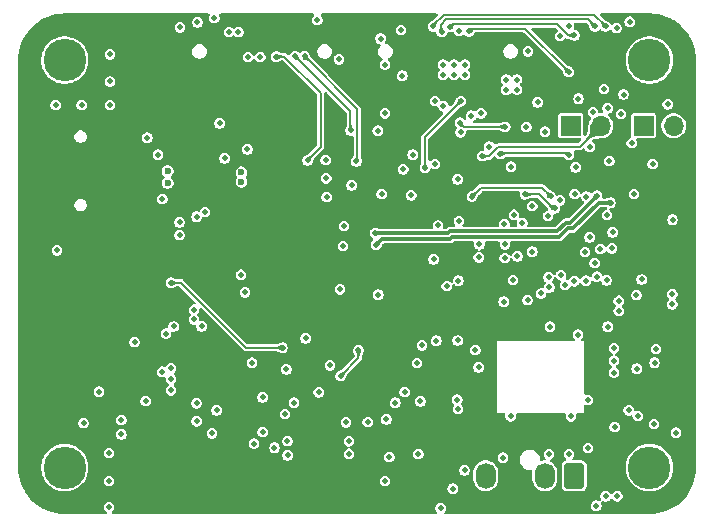
<source format=gbr>
%TF.GenerationSoftware,KiCad,Pcbnew,9.0.0*%
%TF.CreationDate,2025-10-11T17:51:42-05:00*%
%TF.ProjectId,LeaderSOM,4c656164-6572-4534-9f4d-2e6b69636164,rev?*%
%TF.SameCoordinates,Original*%
%TF.FileFunction,Copper,L3,Inr*%
%TF.FilePolarity,Positive*%
%FSLAX46Y46*%
G04 Gerber Fmt 4.6, Leading zero omitted, Abs format (unit mm)*
G04 Created by KiCad (PCBNEW 9.0.0) date 2025-10-11 17:51:42*
%MOMM*%
%LPD*%
G01*
G04 APERTURE LIST*
G04 Aperture macros list*
%AMRoundRect*
0 Rectangle with rounded corners*
0 $1 Rounding radius*
0 $2 $3 $4 $5 $6 $7 $8 $9 X,Y pos of 4 corners*
0 Add a 4 corners polygon primitive as box body*
4,1,4,$2,$3,$4,$5,$6,$7,$8,$9,$2,$3,0*
0 Add four circle primitives for the rounded corners*
1,1,$1+$1,$2,$3*
1,1,$1+$1,$4,$5*
1,1,$1+$1,$6,$7*
1,1,$1+$1,$8,$9*
0 Add four rect primitives between the rounded corners*
20,1,$1+$1,$2,$3,$4,$5,0*
20,1,$1+$1,$4,$5,$6,$7,0*
20,1,$1+$1,$6,$7,$8,$9,0*
20,1,$1+$1,$8,$9,$2,$3,0*%
G04 Aperture macros list end*
%TA.AperFunction,ComponentPad*%
%ADD10C,3.600000*%
%TD*%
%TA.AperFunction,ComponentPad*%
%ADD11R,1.700000X1.700000*%
%TD*%
%TA.AperFunction,ComponentPad*%
%ADD12O,1.700000X1.700000*%
%TD*%
%TA.AperFunction,HeatsinkPad*%
%ADD13O,2.100000X1.000000*%
%TD*%
%TA.AperFunction,HeatsinkPad*%
%ADD14O,1.800000X1.000000*%
%TD*%
%TA.AperFunction,ComponentPad*%
%ADD15RoundRect,0.250000X-0.600000X0.850000X-0.600000X-0.850000X0.600000X-0.850000X0.600000X0.850000X0*%
%TD*%
%TA.AperFunction,ComponentPad*%
%ADD16O,1.700000X2.200000*%
%TD*%
%TA.AperFunction,ViaPad*%
%ADD17C,0.500000*%
%TD*%
%TA.AperFunction,ViaPad*%
%ADD18C,0.600000*%
%TD*%
%TA.AperFunction,Conductor*%
%ADD19C,0.200000*%
%TD*%
%TA.AperFunction,Conductor*%
%ADD20C,0.300000*%
%TD*%
G04 APERTURE END LIST*
D10*
%TO.N,N/C*%
%TO.C,H4*%
X188750000Y-116750000D03*
%TD*%
D11*
%TO.N,Net-(CC_Term1-A)*%
%TO.C,CC_Term1*%
X182085000Y-87800000D03*
D12*
%TO.N,/MCU/IntCAN_L*%
X184625000Y-87800000D03*
%TD*%
D13*
%TO.N,GND*%
%TO.C,J3*%
X141089000Y-87305000D03*
D14*
X136909000Y-87305000D03*
D13*
X141089000Y-95945000D03*
D14*
X136909000Y-95945000D03*
%TD*%
D15*
%TO.N,+3V3*%
%TO.C,SWD1*%
X182375000Y-117450000D03*
D16*
%TO.N,/MCU/SWCLK*%
X179875000Y-117450000D03*
%TO.N,GND*%
X177375000Y-117450000D03*
%TO.N,/MCU/SWDIO*%
X174875000Y-117450000D03*
%TD*%
D10*
%TO.N,N/C*%
%TO.C,H1*%
X139250000Y-82250000D03*
%TD*%
%TO.N,N/C*%
%TO.C,H2*%
X188750000Y-82250000D03*
%TD*%
%TO.N,N/C*%
%TO.C,H3*%
X139250000Y-116750000D03*
%TD*%
D11*
%TO.N,Net-(CC_Term2-A)*%
%TO.C,CC_Term2*%
X188250000Y-87800000D03*
D12*
%TO.N,/MCU/CarCAN_L*%
X190790000Y-87800000D03*
%TD*%
D17*
%TO.N,+5V*%
X154175000Y-100425000D03*
X150823900Y-104798900D03*
%TO.N,+24V*%
X162600000Y-109000000D03*
X164111067Y-106788933D03*
X167900000Y-91500000D03*
%TO.N,/24V_Ext*%
X176630000Y-84760000D03*
X177500000Y-83899000D03*
X176630000Y-83899000D03*
X177520000Y-84740000D03*
%TO.N,+3V3A*%
X185750000Y-106633146D03*
X190700000Y-95760000D03*
X190676000Y-102040000D03*
D18*
%TO.N,/USB/D+*%
X154200000Y-92550000D03*
X147950000Y-92650000D03*
%TO.N,/USB/D-*%
X154200000Y-91750000D03*
X147950000Y-91650000D03*
D17*
%TO.N,GNDA*%
X175192183Y-89580000D03*
X185628909Y-96825000D03*
%TO.N,GND*%
X151995938Y-100870602D03*
X153150000Y-83500000D03*
X185720000Y-93375000D03*
X152000000Y-91200000D03*
X154350000Y-87550000D03*
X171500000Y-112100000D03*
X173700000Y-101375000D03*
X166200000Y-106200000D03*
X149145446Y-102523265D03*
X163700000Y-102790000D03*
X144750000Y-97840000D03*
X149500000Y-114500000D03*
X139990000Y-97600000D03*
X140910000Y-104500000D03*
X173076990Y-89170000D03*
X180049127Y-86963055D03*
X140912500Y-108912500D03*
X137370000Y-86060000D03*
X161250000Y-114510000D03*
X172275000Y-98850000D03*
X166525000Y-116960000D03*
X151550000Y-83500000D03*
X181770000Y-86400000D03*
X181814808Y-95396606D03*
X157700000Y-93775000D03*
X177400000Y-98010000D03*
X171200000Y-99850000D03*
X140910000Y-101520000D03*
X152350000Y-82100000D03*
X157700000Y-92375000D03*
X151200000Y-93100000D03*
X163700000Y-93800000D03*
X154025000Y-115400000D03*
X154025000Y-114500000D03*
X158625000Y-118090000D03*
X164900000Y-106200000D03*
X156000000Y-107325070D03*
X169500000Y-86910000D03*
X150400000Y-93100000D03*
X147710000Y-99220000D03*
X161620000Y-85920000D03*
X151200000Y-91200000D03*
X153350000Y-89450000D03*
X184270000Y-95410000D03*
X187400000Y-103000000D03*
X183140000Y-96520000D03*
X143000000Y-119000000D03*
X190000000Y-113200000D03*
X162840000Y-90800000D03*
X164100000Y-110500000D03*
X166800000Y-109100000D03*
X173970000Y-112330000D03*
X192400000Y-93090000D03*
X143070000Y-85060000D03*
X164696036Y-98000000D03*
X143070000Y-80660000D03*
X188650000Y-92525000D03*
X171800000Y-95850000D03*
X159725000Y-118110000D03*
X179524999Y-112449999D03*
X164596475Y-93903525D03*
X179950000Y-97855574D03*
X147925000Y-90775000D03*
X172487817Y-115610000D03*
X154025000Y-116300000D03*
X143070000Y-82960000D03*
X168490000Y-79384285D03*
X149500000Y-116300000D03*
X177775000Y-90670000D03*
X184940000Y-89520000D03*
X181280000Y-105490000D03*
X139570000Y-86060000D03*
X147820000Y-110990000D03*
X149500000Y-115400000D03*
X190400000Y-93200000D03*
X186200000Y-112500000D03*
X170376409Y-116798591D03*
X150925000Y-110625000D03*
X151625000Y-101600000D03*
X143000000Y-116800000D03*
X135570000Y-106730000D03*
X150800000Y-100600000D03*
X152350000Y-83500000D03*
X187400000Y-86000000D03*
X168000000Y-109100000D03*
X192450000Y-99900000D03*
X186718280Y-119782265D03*
X143000000Y-114200000D03*
X191800000Y-114600000D03*
X152000000Y-93110000D03*
X159600000Y-114430000D03*
X151050000Y-107900000D03*
X164280000Y-100230000D03*
X141870000Y-86060000D03*
X148580000Y-94620000D03*
X166600000Y-107900000D03*
X190380000Y-91140000D03*
X147270000Y-101630000D03*
X143840000Y-90970000D03*
X165425000Y-117110000D03*
X157990000Y-83260000D03*
X151550000Y-82100000D03*
X167400000Y-106200000D03*
X150800000Y-101600000D03*
X162187500Y-87850000D03*
X177200000Y-102100000D03*
X145770000Y-93370000D03*
X189340000Y-98726000D03*
X145600000Y-91100000D03*
X137350000Y-112810000D03*
X167900000Y-107900000D03*
X145090000Y-109180000D03*
X154410000Y-93550000D03*
X183300707Y-80799293D03*
X165100000Y-102790000D03*
X150400000Y-91200000D03*
X164800000Y-96300000D03*
%TO.N,VBUS*%
X148960000Y-95980000D03*
X150188878Y-103390261D03*
X147150000Y-90250000D03*
X150175000Y-104200000D03*
X148960000Y-97070000D03*
X147500000Y-94000000D03*
%TO.N,+3V3*%
X156001337Y-113750000D03*
X162800000Y-98000000D03*
X150400000Y-111300000D03*
X150480000Y-79060000D03*
X182100000Y-112400000D03*
X181905297Y-79398000D03*
X186019113Y-119171730D03*
X158110000Y-115720000D03*
X151715635Y-113850000D03*
X191000000Y-113800000D03*
X156000000Y-110800000D03*
X147470000Y-108640000D03*
X183529595Y-115079594D03*
X181950000Y-115610000D03*
X143000000Y-115500000D03*
X144040000Y-113940000D03*
X149000000Y-79480000D03*
X148250000Y-110200000D03*
X144030000Y-112730000D03*
X182739000Y-85520707D03*
X169177817Y-115609999D03*
X176400000Y-102700000D03*
X161698585Y-108099999D03*
X143000000Y-120100000D03*
X170850000Y-96250000D03*
X166350000Y-117900000D03*
X143000000Y-117900000D03*
X187670800Y-108380000D03*
X143070000Y-84060000D03*
X169060768Y-107900001D03*
X162553909Y-101646091D03*
X143070000Y-81760000D03*
X169500000Y-106400000D03*
X169350152Y-111144305D03*
X162900000Y-96300000D03*
X155275000Y-114713909D03*
X167829176Y-83575000D03*
X182700000Y-105500000D03*
X184258909Y-119968909D03*
X150406091Y-112826091D03*
X189130000Y-113070000D03*
X189175000Y-107865000D03*
X170700000Y-106000000D03*
X172093909Y-118526091D03*
X171068991Y-120191009D03*
X180250000Y-115610000D03*
X181270000Y-100440000D03*
X152350000Y-87612500D03*
X166475000Y-112675000D03*
X161416315Y-93850000D03*
X163050000Y-112925000D03*
X154700000Y-89800000D03*
X159636091Y-105813909D03*
X148250000Y-109250000D03*
X166350000Y-82625000D03*
X185204940Y-104820060D03*
X166076091Y-93573909D03*
X158100000Y-114510000D03*
X170484645Y-99123604D03*
X151910000Y-78670000D03*
X176350000Y-115900000D03*
X148250000Y-108350000D03*
X161327044Y-90700000D03*
X163300000Y-115610000D03*
X161376717Y-92249966D03*
X163300000Y-114510000D03*
X185800000Y-113300000D03*
X187000000Y-111900000D03*
X168575000Y-93700000D03*
X168024064Y-110347774D03*
X178325000Y-87925000D03*
X187425000Y-93600000D03*
X166728991Y-115851009D03*
X147800000Y-105400000D03*
X160750000Y-110375000D03*
X183538235Y-111013235D03*
X140670000Y-86060000D03*
X163525000Y-92850000D03*
X138470000Y-86060000D03*
X146100000Y-111100000D03*
X190676000Y-102927500D03*
X174280000Y-108260000D03*
X170600000Y-91044000D03*
X183688909Y-97261091D03*
X146231764Y-88825000D03*
X177035421Y-91275000D03*
X160630000Y-78850000D03*
X165800000Y-102100000D03*
X177000000Y-112400000D03*
X152775000Y-90575000D03*
X185200000Y-86330000D03*
X190300000Y-86000000D03*
X143070000Y-86060000D03*
X166356628Y-86744446D03*
%TO.N,/MCU/NRST*%
X180325000Y-104825000D03*
X174012160Y-106800000D03*
%TO.N,/AddressableLED*%
X152105000Y-111905000D03*
X140830000Y-112970002D03*
X158000000Y-108425070D03*
%TO.N,/IMON*%
X162450000Y-82181421D03*
X180200000Y-100650000D03*
%TO.N,/Power_Distribution/STAT*%
X154492500Y-101908119D03*
X145150000Y-106125000D03*
%TO.N,/CarCAN/CARCAN_Fault*%
X189310000Y-106711500D03*
%TO.N,/InternalCAN/ICAN_Fault*%
X172617907Y-95865292D03*
X172500000Y-105989996D03*
%TO.N,/Power_Distribution/Power Protection/RTN*%
X165980000Y-80425000D03*
X171275000Y-83475000D03*
X172200000Y-82625000D03*
X173125000Y-82625000D03*
X167708176Y-79715427D03*
X172200000Y-83475000D03*
X173125000Y-83475000D03*
X178450000Y-81500000D03*
X171275000Y-82625000D03*
%TO.N,/MCU/IntCAN_L*%
X153150000Y-79870000D03*
X174578283Y-90375707D03*
%TO.N,/MCU/CarCAN_L*%
X187077396Y-79005788D03*
%TO.N,/MCU/SPI1_SCK*%
X157900000Y-112200000D03*
X186152000Y-103474183D03*
%TO.N,/MCU/SPI1_MISO*%
X148250000Y-101100000D03*
X157680000Y-106602711D03*
X185112182Y-100900000D03*
%TO.N,/MCU/SPI1_MOSI*%
X184290694Y-100591488D03*
X158651409Y-111251409D03*
X164900000Y-112900000D03*
%TO.N,/MCU/SPI1_NSS*%
X155087474Y-107875070D03*
X186152000Y-102630000D03*
%TO.N,/MCU/SPI3_MISO{slash}TIM3_CH1{slash}USART2_RX*%
X165746091Y-88215659D03*
X176500209Y-98994094D03*
%TO.N,/MCU/SPI3_MOSI{slash}TIM3_CH2{slash}TIM17_CH1*%
X163929222Y-90830923D03*
X159550000Y-81930000D03*
X174300000Y-98951000D03*
%TO.N,/MCU/SPI3_NSS{slash}TIM1_CH3{slash}COMP6_OUT*%
X158750000Y-81910000D03*
X163450000Y-88200000D03*
X168700000Y-90250000D03*
%TO.N,/MCU/SPI3_SCK{slash}TIM2_CH2{slash}USART2_TX*%
X174351679Y-97849631D03*
%TO.N,/MCU/SPI2_MISO{slash}ADC1_IN5{slash}TIM1_CH2N*%
X182400000Y-80149000D03*
X171850000Y-79450000D03*
X183690000Y-89570000D03*
%TO.N,/MCU/SPI2_MOSI{slash}ADC2_IN15{slash}TIM1_CH3N*%
X181900000Y-83250000D03*
X182497201Y-91321273D03*
X173484145Y-79823000D03*
%TO.N,/MCU/SPI2_SCK{slash}OPAMP3_VINP{slash}FDCAN2_TX*%
X184903662Y-84700000D03*
%TO.N,/MCU/SPI2_NSS{slash}TIM4_CH4{slash}COMP2_OUT*%
X177200000Y-100875000D03*
X179900000Y-88300000D03*
X172647602Y-79751318D03*
X181175831Y-80224169D03*
%TO.N,Net-(D11-DOUT)*%
X138600000Y-98360000D03*
X142130000Y-110325000D03*
%TO.N,/MCU/BOOT*%
X172560000Y-100920000D03*
X172470000Y-111000000D03*
%TO.N,/MCU/FDCAN3_TX*%
X177265817Y-95347999D03*
%TO.N,/MCU/IntCAN_H*%
X181950000Y-90267817D03*
X176135062Y-90198881D03*
X183952662Y-86642662D03*
X153950000Y-79870000D03*
%TO.N,/MCU/FDCAN3_RX*%
X180370000Y-93780000D03*
X173711091Y-93799677D03*
%TO.N,/MCU/FDCAN1_TX*%
X180720000Y-94807290D03*
X178225000Y-93610000D03*
%TO.N,/MCU/CarCAN_H*%
X187250000Y-89260000D03*
X185960383Y-79539617D03*
X186550000Y-85162474D03*
X189010000Y-91060000D03*
%TO.N,/MCU/FDCAN1_RX*%
X184593202Y-98256798D03*
%TO.N,/MCU/UART5_TX{slash}TIM5_CH2*%
X177990000Y-96060000D03*
%TO.N,/MCU/UART4_TX{slash}TIM8_CH1N*%
X154750000Y-82000000D03*
X172502801Y-92341990D03*
%TO.N,/MCU/UART4_RX{slash}TIM8_CH2N*%
X155793399Y-82001000D03*
X176462367Y-96138500D03*
%TO.N,/MCU/ADC1_IN6{slash}TIM1_CH1{slash}COMP3_INM*%
X178424499Y-102575499D03*
%TO.N,/MCU/UART5_RX*%
X176502000Y-97848631D03*
X172787500Y-85700000D03*
X169737500Y-91362500D03*
%TO.N,/MCU/I2C4_SCL{slash}TIM3_CH1*%
X182414112Y-93586294D03*
X176536179Y-87891151D03*
X172701091Y-87548909D03*
%TO.N,/MCU/I2C3_SCL{slash}TIM3_CH3*%
X183410000Y-93800000D03*
X171300000Y-86150000D03*
%TO.N,/MCU/I2C3_SDA{slash}TIM3_CH4*%
X179272133Y-85825000D03*
X181175735Y-94124265D03*
X170600000Y-85725000D03*
%TO.N,/MCU/I2C4_SDA{slash}TIM3_CH2*%
X172751390Y-88357274D03*
%TO.N,/MCU/ADC1_IN7{slash}TIM1_CH2{slash}COMP3_INP*%
X157150000Y-81960000D03*
X179557842Y-102007842D03*
X159800000Y-90750000D03*
%TO.N,/MCU/ADC1_IN12{slash}TIM1_CH3N{slash}COMP1_INP*%
X185750000Y-108700000D03*
X185560835Y-98191211D03*
%TO.N,/MCU/USART3_TX{slash}OPAMP3_VINM{slash}TIM2_CH3*%
X150400000Y-95500000D03*
X165610000Y-97870000D03*
X185450000Y-94325000D03*
%TO.N,/MCU/ADC1_IN15{slash}TIM1_CH2N{slash}COMP4_INP*%
X188078443Y-100825002D03*
X185750000Y-107700000D03*
%TO.N,/MCU/OPAMP5_VINM{slash}ADC1_IN4{slash}TIM2_CH4*%
X173090000Y-116990000D03*
X187771131Y-112371131D03*
X187650000Y-102150000D03*
X185033909Y-119193909D03*
X167238909Y-111261091D03*
%TO.N,/MCU/ADC1_IN1{slash}TIM2_CH1{slash}COMP1_OUT*%
X181613909Y-101286091D03*
%TO.N,/MCU/ADC1_IN2{slash}TIM2_CH2{slash}COMP1_INP*%
X182380000Y-100970000D03*
%TO.N,/MCU/ADC1_IN8{slash}TIM1_CH3{slash}COMP3_OUT*%
X180268671Y-101496488D03*
%TO.N,/MCU/USART3_RX{slash}ADC1_IN14{slash}TIM2_CH4*%
X184300000Y-93725000D03*
X151125000Y-95100000D03*
X165500000Y-96900000D03*
%TO.N,/MCU/ADC1_IN11{slash}COMP7_INM{slash}FDCAN2_RX*%
X185353543Y-90781515D03*
X184125817Y-79397999D03*
X171150000Y-79849998D03*
%TO.N,/MCU/ADC2_IN12{slash}TIM5_CH1{slash}COMP4_INM*%
X170425228Y-79398000D03*
X185040948Y-79398000D03*
X186340000Y-86817819D03*
X185164038Y-95376170D03*
%TO.N,/MCU/ADC1_IN3{slash}TIM2_CH3{slash}COMP2_INM*%
X183355665Y-100924335D03*
%TO.N,/MCU/SDC_DET*%
X157000000Y-115060000D03*
X180161091Y-95438909D03*
%TO.N,/MCU/USART1_TX*%
X173672609Y-86950000D03*
X184100000Y-99425000D03*
%TO.N,/MCU/USART1_RX*%
X174500000Y-86750000D03*
X183290384Y-98509616D03*
%TO.N,/MCU/BOOT_GPIO*%
X171590565Y-101390000D03*
X172550000Y-111800000D03*
%TO.N,/MCU/SWDIO*%
X178819359Y-94616784D03*
X177562500Y-98862500D03*
%TO.N,/MCU/SWCLK*%
X178823591Y-98473591D03*
%TO.N,Net-(J4-DAT0)*%
X148463243Y-104802947D03*
%TD*%
D19*
%TO.N,+24V*%
X162600000Y-109000000D02*
X164111067Y-107488933D01*
X164111067Y-107488933D02*
X164111067Y-106788933D01*
%TO.N,/MCU/IntCAN_L*%
X175175000Y-90375000D02*
X175950000Y-89600000D01*
X182825000Y-89600000D02*
X184625000Y-87800000D01*
X174656299Y-90375707D02*
X174657006Y-90375000D01*
X174657006Y-90375000D02*
X175175000Y-90375000D01*
X174578283Y-90375707D02*
X174656299Y-90375707D01*
X175950000Y-89600000D02*
X182825000Y-89600000D01*
%TO.N,/MCU/SPI1_MISO*%
X149100000Y-101100000D02*
X148250000Y-101100000D01*
X154602711Y-106602711D02*
X149100000Y-101100000D01*
X157680000Y-106602711D02*
X154602711Y-106602711D01*
%TO.N,/MCU/SPI3_MOSI{slash}TIM3_CH2{slash}TIM17_CH1*%
X164000000Y-86380000D02*
X164000000Y-90760145D01*
X159550000Y-81930000D02*
X164000000Y-86380000D01*
X164000000Y-90760145D02*
X163929222Y-90830923D01*
%TO.N,/MCU/SPI3_NSS{slash}TIM1_CH3{slash}COMP6_OUT*%
X163420000Y-88170000D02*
X163450000Y-88200000D01*
X158750000Y-81910000D02*
X163420000Y-86580000D01*
X163420000Y-86580000D02*
X163420000Y-88170000D01*
%TO.N,/MCU/SPI2_MISO{slash}ADC1_IN5{slash}TIM1_CH2N*%
X181878480Y-80149000D02*
X182400000Y-80149000D01*
X172099000Y-79201000D02*
X180930480Y-79201000D01*
X171850000Y-79450000D02*
X172099000Y-79201000D01*
X180930480Y-79201000D02*
X181878480Y-80149000D01*
%TO.N,/MCU/SPI2_MOSI{slash}ADC2_IN15{slash}TIM1_CH3N*%
X173484145Y-79823000D02*
X173600000Y-79823000D01*
X173600000Y-79823000D02*
X173822000Y-79601000D01*
X178251000Y-79601000D02*
X181900000Y-83250000D01*
X173822000Y-79601000D02*
X178251000Y-79601000D01*
%TO.N,/MCU/IntCAN_H*%
X181801183Y-90119000D02*
X181950000Y-90267817D01*
X176135062Y-90198881D02*
X176214943Y-90119000D01*
X176214943Y-90119000D02*
X181801183Y-90119000D01*
%TO.N,/MCU/FDCAN3_RX*%
X179649000Y-93059000D02*
X180370000Y-93780000D01*
X174451768Y-93059000D02*
X179649000Y-93059000D01*
X173711091Y-93799677D02*
X174451768Y-93059000D01*
%TO.N,/MCU/FDCAN1_TX*%
X179410000Y-93610000D02*
X178225000Y-93610000D01*
X180607290Y-94807290D02*
X179410000Y-93610000D01*
X180720000Y-94807290D02*
X180607290Y-94807290D01*
%TO.N,/MCU/CarCAN_H*%
X187250000Y-89260000D02*
X187250000Y-89300000D01*
%TO.N,/MCU/UART5_RX*%
X172787500Y-85700000D02*
X169737500Y-88750000D01*
X169737500Y-88750000D02*
X169737500Y-91362500D01*
%TO.N,/MCU/I2C4_SCL{slash}TIM3_CH1*%
X173043333Y-87891151D02*
X176536179Y-87891151D01*
X172701091Y-87548909D02*
X173043333Y-87891151D01*
%TO.N,/MCU/ADC1_IN7{slash}TIM1_CH2{slash}COMP3_INP*%
X160901000Y-85031000D02*
X157830000Y-81960000D01*
X157830000Y-81960000D02*
X157150000Y-81960000D01*
X160901000Y-89629000D02*
X160901000Y-85031000D01*
X159800000Y-90750000D02*
X159800000Y-90730000D01*
X159800000Y-90730000D02*
X160901000Y-89629000D01*
D20*
%TO.N,/MCU/USART3_TX{slash}OPAMP3_VINM{slash}TIM2_CH3*%
X171899057Y-97400000D02*
X166080000Y-97400000D01*
X182310057Y-96500000D02*
X181860000Y-96500000D01*
X181860000Y-96500000D02*
X181121500Y-97238500D01*
X181121500Y-97238500D02*
X172060557Y-97238500D01*
X172060557Y-97238500D02*
X171899057Y-97400000D01*
X166080000Y-97400000D02*
X165610000Y-97870000D01*
X184485057Y-94325000D02*
X182310057Y-96500000D01*
X185450000Y-94325000D02*
X184485057Y-94325000D01*
%TO.N,/MCU/USART3_RX{slash}ADC1_IN14{slash}TIM2_CH4*%
X184300000Y-93759943D02*
X184300000Y-93725000D01*
X165500000Y-96900000D02*
X171691950Y-96900000D01*
X181652894Y-96000000D02*
X182059943Y-96000000D01*
X171853450Y-96738500D02*
X180914394Y-96738500D01*
X171691950Y-96900000D02*
X171853450Y-96738500D01*
X180914394Y-96738500D02*
X181652894Y-96000000D01*
X182059943Y-96000000D02*
X184300000Y-93759943D01*
D19*
%TO.N,/MCU/ADC1_IN11{slash}COMP7_INM{slash}FDCAN2_RX*%
X171100000Y-79799998D02*
X171150000Y-79849998D01*
X171549000Y-78801000D02*
X171100000Y-79250000D01*
X184125817Y-79397999D02*
X183528817Y-78801000D01*
X183528817Y-78801000D02*
X171549000Y-78801000D01*
X171100000Y-79250000D02*
X171100000Y-79799998D01*
%TO.N,/MCU/ADC2_IN12{slash}TIM5_CH1{slash}COMP4_INM*%
X170425228Y-79309087D02*
X171333316Y-78401000D01*
X171333316Y-78401000D02*
X184043948Y-78401000D01*
X170425228Y-79398000D02*
X170425228Y-79309087D01*
X184043948Y-78401000D02*
X185040948Y-79398000D01*
%TD*%
%TA.AperFunction,Conductor*%
%TO.N,GND*%
G36*
X151455403Y-78320185D02*
G01*
X151501158Y-78372989D01*
X151511102Y-78442147D01*
X151495751Y-78486500D01*
X151490202Y-78496110D01*
X151490201Y-78496114D01*
X151459500Y-78610691D01*
X151459500Y-78729309D01*
X151490201Y-78843886D01*
X151549511Y-78946613D01*
X151633387Y-79030489D01*
X151736114Y-79089799D01*
X151850691Y-79120500D01*
X151850694Y-79120500D01*
X151969306Y-79120500D01*
X151969309Y-79120500D01*
X152083886Y-79089799D01*
X152186613Y-79030489D01*
X152270489Y-78946613D01*
X152329799Y-78843886D01*
X152360500Y-78729309D01*
X152360500Y-78610691D01*
X152329799Y-78496114D01*
X152325987Y-78489511D01*
X152324249Y-78486500D01*
X152307776Y-78418600D01*
X152330629Y-78352573D01*
X152385550Y-78309382D01*
X152431636Y-78300500D01*
X160243036Y-78300500D01*
X160310075Y-78320185D01*
X160355830Y-78372989D01*
X160365774Y-78442147D01*
X160336749Y-78505703D01*
X160330717Y-78512181D01*
X160269513Y-78573384D01*
X160269511Y-78573387D01*
X160230936Y-78640201D01*
X160210201Y-78676114D01*
X160179500Y-78790691D01*
X160179500Y-78909309D01*
X160210201Y-79023886D01*
X160269511Y-79126613D01*
X160353387Y-79210489D01*
X160456114Y-79269799D01*
X160570691Y-79300500D01*
X160570694Y-79300500D01*
X160689306Y-79300500D01*
X160689309Y-79300500D01*
X160803886Y-79269799D01*
X160906613Y-79210489D01*
X160990489Y-79126613D01*
X161049799Y-79023886D01*
X161080500Y-78909309D01*
X161080500Y-78790691D01*
X161049799Y-78676114D01*
X160990489Y-78573387D01*
X160929283Y-78512181D01*
X160895798Y-78450858D01*
X160900782Y-78381166D01*
X160942654Y-78325233D01*
X161008118Y-78300816D01*
X161016964Y-78300500D01*
X170709483Y-78300500D01*
X170776522Y-78320185D01*
X170822277Y-78372989D01*
X170832221Y-78442147D01*
X170803196Y-78505703D01*
X170797183Y-78512161D01*
X170597109Y-78712235D01*
X170538264Y-78771080D01*
X170531465Y-78777388D01*
X170523800Y-78783983D01*
X170508613Y-78793252D01*
X170445714Y-78851180D01*
X170444109Y-78852562D01*
X170443472Y-78852850D01*
X170435760Y-78859145D01*
X170401349Y-78883962D01*
X170389623Y-78891456D01*
X170363438Y-78906189D01*
X170363426Y-78906198D01*
X170355137Y-78910862D01*
X170340451Y-78919128D01*
X170340000Y-78919382D01*
X170339520Y-78919654D01*
X170339233Y-78919818D01*
X170336150Y-78921612D01*
X170191991Y-79007157D01*
X170187441Y-79009940D01*
X170186929Y-79010262D01*
X170186927Y-79010263D01*
X170184863Y-79012265D01*
X170160565Y-79030611D01*
X170148615Y-79037510D01*
X170064738Y-79121387D01*
X170005430Y-79224112D01*
X170005429Y-79224114D01*
X169974728Y-79338691D01*
X169974728Y-79457309D01*
X170005429Y-79571886D01*
X170064739Y-79674613D01*
X170148615Y-79758489D01*
X170251342Y-79817799D01*
X170365919Y-79848500D01*
X170365922Y-79848500D01*
X170484534Y-79848500D01*
X170484537Y-79848500D01*
X170550127Y-79830925D01*
X170619972Y-79832588D01*
X170677835Y-79871750D01*
X170701991Y-79918604D01*
X170730201Y-80023884D01*
X170789511Y-80126611D01*
X170873387Y-80210487D01*
X170976114Y-80269797D01*
X171090691Y-80300498D01*
X171090694Y-80300498D01*
X171209306Y-80300498D01*
X171209309Y-80300498D01*
X171323886Y-80269797D01*
X171426613Y-80210487D01*
X171510489Y-80126611D01*
X171569799Y-80023884D01*
X171583348Y-79973315D01*
X171619713Y-79913656D01*
X171682560Y-79883127D01*
X171735213Y-79885634D01*
X171790691Y-79900500D01*
X171790694Y-79900500D01*
X171909306Y-79900500D01*
X171909309Y-79900500D01*
X172023886Y-79869799D01*
X172047675Y-79856063D01*
X172115575Y-79839590D01*
X172181602Y-79862441D01*
X172224794Y-79917361D01*
X172225772Y-79920302D01*
X172227802Y-79925203D01*
X172235086Y-79937819D01*
X172287113Y-80027931D01*
X172370989Y-80111807D01*
X172473716Y-80171117D01*
X172588293Y-80201818D01*
X172588296Y-80201818D01*
X172706908Y-80201818D01*
X172706911Y-80201818D01*
X172821488Y-80171117D01*
X172924215Y-80111807D01*
X172942377Y-80093644D01*
X173003697Y-80060159D01*
X173073389Y-80065142D01*
X173115481Y-80096293D01*
X173117909Y-80093866D01*
X173123655Y-80099612D01*
X173123656Y-80099613D01*
X173207532Y-80183489D01*
X173310259Y-80242799D01*
X173424836Y-80273500D01*
X173424839Y-80273500D01*
X173543451Y-80273500D01*
X173543454Y-80273500D01*
X173658031Y-80242799D01*
X173760758Y-80183489D01*
X173844634Y-80099613D01*
X173867339Y-80060286D01*
X173882098Y-80041103D01*
X173918298Y-79967933D01*
X173919689Y-79965422D01*
X173942575Y-79942807D01*
X173964392Y-79919155D01*
X173967339Y-79918338D01*
X173969389Y-79916314D01*
X173991616Y-79911617D01*
X174028163Y-79901500D01*
X178075167Y-79901500D01*
X178142206Y-79921185D01*
X178162848Y-79937819D01*
X181311028Y-83085999D01*
X181330310Y-83110951D01*
X181332886Y-83115344D01*
X181361791Y-83147853D01*
X181365657Y-83154365D01*
X181369292Y-83157156D01*
X181385826Y-83188336D01*
X181408447Y-83251327D01*
X181410080Y-83256190D01*
X181435212Y-83336519D01*
X181435217Y-83336536D01*
X181441874Y-83354748D01*
X181441877Y-83354757D01*
X181441880Y-83354763D01*
X181442737Y-83356803D01*
X181442743Y-83356815D01*
X181442749Y-83356830D01*
X181451106Y-83374346D01*
X181451125Y-83374385D01*
X181473292Y-83415691D01*
X181504993Y-83474762D01*
X181509638Y-83482962D01*
X181510201Y-83483904D01*
X181510202Y-83483906D01*
X181512073Y-83485881D01*
X181529423Y-83509141D01*
X181539508Y-83526609D01*
X181539510Y-83526611D01*
X181539511Y-83526613D01*
X181623387Y-83610489D01*
X181726114Y-83669799D01*
X181840691Y-83700500D01*
X181840694Y-83700500D01*
X181959306Y-83700500D01*
X181959309Y-83700500D01*
X182073886Y-83669799D01*
X182176613Y-83610489D01*
X182260489Y-83526613D01*
X182319799Y-83423886D01*
X182350500Y-83309309D01*
X182350500Y-83190691D01*
X182319799Y-83076114D01*
X182260489Y-82973387D01*
X182176613Y-82889511D01*
X182176612Y-82889510D01*
X182162592Y-82881416D01*
X182149130Y-82873643D01*
X182133666Y-82863081D01*
X182121975Y-82853726D01*
X182121972Y-82853724D01*
X182121969Y-82853722D01*
X182007299Y-82794229D01*
X182007289Y-82794224D01*
X181989836Y-82786181D01*
X181989834Y-82786180D01*
X181987822Y-82785365D01*
X181987817Y-82785363D01*
X181987802Y-82785357D01*
X181987788Y-82785352D01*
X181969535Y-82778937D01*
X181904167Y-82759369D01*
X181898989Y-82757695D01*
X181841809Y-82737805D01*
X181816563Y-82725673D01*
X181816223Y-82725459D01*
X181815991Y-82725313D01*
X181800000Y-82713364D01*
X181767033Y-82684309D01*
X181764664Y-82682221D01*
X181764663Y-82682220D01*
X181758903Y-82678754D01*
X181735164Y-82660193D01*
X181193843Y-82118872D01*
X186749500Y-82118872D01*
X186749500Y-82381127D01*
X186770669Y-82541909D01*
X186783730Y-82641116D01*
X186843204Y-82863076D01*
X186851602Y-82894418D01*
X186851605Y-82894428D01*
X186951953Y-83136690D01*
X186951958Y-83136700D01*
X187083075Y-83363803D01*
X187242718Y-83571851D01*
X187242726Y-83571860D01*
X187428140Y-83757274D01*
X187428148Y-83757281D01*
X187428149Y-83757282D01*
X187476554Y-83794424D01*
X187636196Y-83916924D01*
X187863299Y-84048041D01*
X187863309Y-84048046D01*
X188105571Y-84148394D01*
X188105581Y-84148398D01*
X188358884Y-84216270D01*
X188618880Y-84250500D01*
X188618887Y-84250500D01*
X188881113Y-84250500D01*
X188881120Y-84250500D01*
X189141116Y-84216270D01*
X189394419Y-84148398D01*
X189636697Y-84048043D01*
X189863803Y-83916924D01*
X190071851Y-83757282D01*
X190071855Y-83757277D01*
X190071860Y-83757274D01*
X190257274Y-83571860D01*
X190257277Y-83571855D01*
X190257282Y-83571851D01*
X190416924Y-83363803D01*
X190548043Y-83136697D01*
X190648398Y-82894419D01*
X190716270Y-82641116D01*
X190750500Y-82381120D01*
X190750500Y-82118880D01*
X190716270Y-81858884D01*
X190648398Y-81605581D01*
X190644105Y-81595216D01*
X190548046Y-81363309D01*
X190548041Y-81363299D01*
X190416924Y-81136196D01*
X190257281Y-80928148D01*
X190257274Y-80928140D01*
X190071860Y-80742726D01*
X190071851Y-80742718D01*
X189863803Y-80583075D01*
X189636700Y-80451958D01*
X189636690Y-80451953D01*
X189394428Y-80351605D01*
X189394421Y-80351603D01*
X189394419Y-80351602D01*
X189141116Y-80283730D01*
X189083339Y-80276123D01*
X188881127Y-80249500D01*
X188881120Y-80249500D01*
X188618880Y-80249500D01*
X188618872Y-80249500D01*
X188387772Y-80279926D01*
X188358884Y-80283730D01*
X188173098Y-80333511D01*
X188105581Y-80351602D01*
X188105571Y-80351605D01*
X187863309Y-80451953D01*
X187863299Y-80451958D01*
X187636196Y-80583075D01*
X187428148Y-80742718D01*
X187242718Y-80928148D01*
X187083075Y-81136196D01*
X186951958Y-81363299D01*
X186951953Y-81363309D01*
X186851605Y-81605571D01*
X186851603Y-81605578D01*
X186851602Y-81605581D01*
X186785926Y-81850691D01*
X186783730Y-81858885D01*
X186749500Y-82118872D01*
X181193843Y-82118872D01*
X178788152Y-79713181D01*
X178754667Y-79651858D01*
X178759651Y-79582166D01*
X178801523Y-79526233D01*
X178866987Y-79501816D01*
X178875833Y-79501500D01*
X180754647Y-79501500D01*
X180784087Y-79510144D01*
X180814074Y-79516668D01*
X180819089Y-79520422D01*
X180821686Y-79521185D01*
X180842328Y-79537819D01*
X180955470Y-79650961D01*
X180988955Y-79712284D01*
X180983971Y-79781976D01*
X180942099Y-79837909D01*
X180929791Y-79846028D01*
X180899221Y-79863678D01*
X180899215Y-79863682D01*
X180815344Y-79947553D01*
X180815342Y-79947556D01*
X180771274Y-80023884D01*
X180756032Y-80050283D01*
X180725331Y-80164860D01*
X180725331Y-80283478D01*
X180756032Y-80398055D01*
X180815342Y-80500782D01*
X180899218Y-80584658D01*
X181001945Y-80643968D01*
X181116522Y-80674669D01*
X181116525Y-80674669D01*
X181235137Y-80674669D01*
X181235140Y-80674669D01*
X181349717Y-80643968D01*
X181452444Y-80584658D01*
X181536320Y-80500782D01*
X181561937Y-80456411D01*
X181612502Y-80408198D01*
X181681109Y-80394974D01*
X181702520Y-80398939D01*
X181717686Y-80403153D01*
X181762491Y-80429021D01*
X181838918Y-80449500D01*
X181883472Y-80449500D01*
X181903778Y-80454793D01*
X181947196Y-80457340D01*
X181954533Y-80459210D01*
X181959077Y-80458614D01*
X181992818Y-80468970D01*
X182053345Y-80497510D01*
X182057937Y-80499793D01*
X182132536Y-80538838D01*
X182150134Y-80547015D01*
X182152181Y-80547851D01*
X182170551Y-80554355D01*
X182170566Y-80554359D01*
X182170573Y-80554362D01*
X182218452Y-80568799D01*
X182279609Y-80587240D01*
X182283377Y-80588281D01*
X182288833Y-80589789D01*
X182289529Y-80589963D01*
X182289877Y-80590051D01*
X182290788Y-80590075D01*
X182292541Y-80590123D01*
X182321299Y-80594303D01*
X182340691Y-80599500D01*
X182340692Y-80599500D01*
X182459306Y-80599500D01*
X182459309Y-80599500D01*
X182573886Y-80568799D01*
X182676613Y-80509489D01*
X182760489Y-80425613D01*
X182819799Y-80322886D01*
X182850500Y-80208309D01*
X182850500Y-80089691D01*
X182819799Y-79975114D01*
X182760489Y-79872387D01*
X182676613Y-79788511D01*
X182573886Y-79729201D01*
X182459309Y-79698500D01*
X182452770Y-79698500D01*
X182385731Y-79678815D01*
X182339976Y-79626011D01*
X182330032Y-79556853D01*
X182332995Y-79542407D01*
X182338360Y-79522384D01*
X182355797Y-79457309D01*
X182355797Y-79338691D01*
X182334066Y-79257590D01*
X182335729Y-79187744D01*
X182374891Y-79129882D01*
X182439119Y-79102377D01*
X182453841Y-79101500D01*
X183352984Y-79101500D01*
X183382424Y-79110144D01*
X183412411Y-79116668D01*
X183417426Y-79120422D01*
X183420023Y-79121185D01*
X183440665Y-79137819D01*
X183536848Y-79234002D01*
X183556129Y-79258952D01*
X183558705Y-79263344D01*
X183558706Y-79263346D01*
X183587606Y-79295849D01*
X183591472Y-79302361D01*
X183595107Y-79305152D01*
X183611642Y-79336333D01*
X183634259Y-79399313D01*
X183635899Y-79404197D01*
X183661032Y-79484530D01*
X183661034Y-79484535D01*
X183667691Y-79502747D01*
X183667694Y-79502756D01*
X183667697Y-79502762D01*
X183668554Y-79504802D01*
X183668560Y-79504814D01*
X183668566Y-79504829D01*
X183676006Y-79520422D01*
X183676942Y-79522384D01*
X183695440Y-79556853D01*
X183730810Y-79622761D01*
X183735446Y-79630945D01*
X183736018Y-79631903D01*
X183736019Y-79631905D01*
X183737890Y-79633880D01*
X183755240Y-79657140D01*
X183765325Y-79674608D01*
X183765327Y-79674610D01*
X183765328Y-79674612D01*
X183849204Y-79758488D01*
X183951931Y-79817798D01*
X184066508Y-79848499D01*
X184066511Y-79848499D01*
X184185123Y-79848499D01*
X184185126Y-79848499D01*
X184299703Y-79817798D01*
X184402430Y-79758488D01*
X184486306Y-79674612D01*
X184486306Y-79674611D01*
X184492053Y-79668865D01*
X184493380Y-79670192D01*
X184541424Y-79635105D01*
X184611170Y-79630945D01*
X184672093Y-79665152D01*
X184679203Y-79673357D01*
X184680458Y-79674612D01*
X184680459Y-79674613D01*
X184764335Y-79758489D01*
X184867062Y-79817799D01*
X184981639Y-79848500D01*
X184981642Y-79848500D01*
X185100254Y-79848500D01*
X185100257Y-79848500D01*
X185214834Y-79817799D01*
X185317561Y-79758489D01*
X185361150Y-79714899D01*
X185422471Y-79681415D01*
X185492162Y-79686399D01*
X185548096Y-79728270D01*
X185556217Y-79740580D01*
X185599894Y-79816230D01*
X185683770Y-79900106D01*
X185786497Y-79959416D01*
X185901074Y-79990117D01*
X185901077Y-79990117D01*
X186019689Y-79990117D01*
X186019692Y-79990117D01*
X186134269Y-79959416D01*
X186236996Y-79900106D01*
X186320872Y-79816230D01*
X186380182Y-79713503D01*
X186410883Y-79598926D01*
X186410883Y-79480308D01*
X186380182Y-79365731D01*
X186320872Y-79263004D01*
X186236996Y-79179128D01*
X186134269Y-79119818D01*
X186019692Y-79089117D01*
X185901074Y-79089117D01*
X185786497Y-79119818D01*
X185786495Y-79119818D01*
X185786495Y-79119819D01*
X185683770Y-79179128D01*
X185683766Y-79179131D01*
X185640180Y-79222717D01*
X185578857Y-79256201D01*
X185509165Y-79251216D01*
X185453232Y-79209344D01*
X185445113Y-79197036D01*
X185401437Y-79121387D01*
X185317561Y-79037511D01*
X185289025Y-79021035D01*
X185288038Y-79020440D01*
X185287570Y-79019930D01*
X185274614Y-79011081D01*
X185262923Y-79001726D01*
X185262920Y-79001724D01*
X185262917Y-79001722D01*
X185156439Y-78946479D01*
X186626896Y-78946479D01*
X186626896Y-79065097D01*
X186657597Y-79179674D01*
X186716907Y-79282401D01*
X186800783Y-79366277D01*
X186903510Y-79425587D01*
X187018087Y-79456288D01*
X187018090Y-79456288D01*
X187136702Y-79456288D01*
X187136705Y-79456288D01*
X187251282Y-79425587D01*
X187354009Y-79366277D01*
X187437885Y-79282401D01*
X187497195Y-79179674D01*
X187527896Y-79065097D01*
X187527896Y-78946479D01*
X187497195Y-78831902D01*
X187437885Y-78729175D01*
X187354009Y-78645299D01*
X187251282Y-78585989D01*
X187136705Y-78555288D01*
X187018087Y-78555288D01*
X186903510Y-78585989D01*
X186903508Y-78585989D01*
X186903508Y-78585990D01*
X186800783Y-78645299D01*
X186800780Y-78645301D01*
X186716909Y-78729172D01*
X186716907Y-78729175D01*
X186658568Y-78830221D01*
X186657597Y-78831902D01*
X186626896Y-78946479D01*
X185156439Y-78946479D01*
X185148247Y-78942229D01*
X185148237Y-78942224D01*
X185130784Y-78934181D01*
X185130782Y-78934180D01*
X185128770Y-78933365D01*
X185128765Y-78933363D01*
X185128750Y-78933357D01*
X185128736Y-78933352D01*
X185110483Y-78926937D01*
X185045115Y-78907369D01*
X185039937Y-78905695D01*
X184982757Y-78885805D01*
X184957511Y-78873673D01*
X184957171Y-78873459D01*
X184956939Y-78873313D01*
X184940948Y-78861364D01*
X184905614Y-78830223D01*
X184905612Y-78830221D01*
X184905611Y-78830220D01*
X184899851Y-78826754D01*
X184876112Y-78808193D01*
X184580100Y-78512181D01*
X184546615Y-78450858D01*
X184551599Y-78381166D01*
X184593471Y-78325233D01*
X184658935Y-78300816D01*
X184667781Y-78300500D01*
X188702405Y-78300500D01*
X188747128Y-78300500D01*
X188752855Y-78300632D01*
X189108697Y-78317083D01*
X189120086Y-78318139D01*
X189470051Y-78366957D01*
X189481295Y-78369059D01*
X189825261Y-78449959D01*
X189836251Y-78453086D01*
X190171306Y-78565385D01*
X190181960Y-78569513D01*
X190505209Y-78712241D01*
X190515436Y-78717333D01*
X190721123Y-78831900D01*
X190824131Y-78889275D01*
X190833869Y-78895304D01*
X191125374Y-79094990D01*
X191134511Y-79101890D01*
X191380450Y-79306114D01*
X191406356Y-79327626D01*
X191414820Y-79335343D01*
X191664656Y-79585179D01*
X191672373Y-79593643D01*
X191898107Y-79865485D01*
X191905009Y-79874625D01*
X192104695Y-80166130D01*
X192110724Y-80175868D01*
X192180143Y-80300498D01*
X192282524Y-80484309D01*
X192282659Y-80484550D01*
X192287762Y-80494799D01*
X192423410Y-80802011D01*
X192430481Y-80818026D01*
X192434619Y-80828706D01*
X192546909Y-81163735D01*
X192550043Y-81174751D01*
X192561482Y-81223387D01*
X192629995Y-81514686D01*
X192630938Y-81518693D01*
X192633043Y-81529952D01*
X192681859Y-81879905D01*
X192682916Y-81891309D01*
X192699368Y-82247144D01*
X192699500Y-82252871D01*
X192699500Y-116747128D01*
X192699368Y-116752855D01*
X192682916Y-117108690D01*
X192681859Y-117120094D01*
X192633043Y-117470044D01*
X192630938Y-117481303D01*
X192550043Y-117825248D01*
X192546909Y-117836264D01*
X192434619Y-118171293D01*
X192430481Y-118181973D01*
X192287764Y-118505196D01*
X192282659Y-118515449D01*
X192110724Y-118824131D01*
X192104695Y-118833869D01*
X191905009Y-119125374D01*
X191898107Y-119134514D01*
X191672373Y-119406356D01*
X191664656Y-119414820D01*
X191414820Y-119664656D01*
X191406356Y-119672373D01*
X191134514Y-119898107D01*
X191125374Y-119905009D01*
X190833869Y-120104695D01*
X190824131Y-120110724D01*
X190515449Y-120282659D01*
X190505196Y-120287764D01*
X190181973Y-120430481D01*
X190171293Y-120434619D01*
X189836264Y-120546909D01*
X189825248Y-120550043D01*
X189481303Y-120630938D01*
X189470044Y-120633043D01*
X189120094Y-120681859D01*
X189108690Y-120682916D01*
X188752855Y-120699368D01*
X188747128Y-120699500D01*
X171496964Y-120699500D01*
X171429925Y-120679815D01*
X171384170Y-120627011D01*
X171374226Y-120557853D01*
X171403251Y-120494297D01*
X171409283Y-120487819D01*
X171429480Y-120467622D01*
X171488790Y-120364895D01*
X171519491Y-120250318D01*
X171519491Y-120131700D01*
X171488790Y-120017123D01*
X171429480Y-119914396D01*
X171424684Y-119909600D01*
X183808409Y-119909600D01*
X183808409Y-120028218D01*
X183839110Y-120142795D01*
X183898420Y-120245522D01*
X183982296Y-120329398D01*
X184085023Y-120388708D01*
X184199600Y-120419409D01*
X184199603Y-120419409D01*
X184318215Y-120419409D01*
X184318218Y-120419409D01*
X184432795Y-120388708D01*
X184535522Y-120329398D01*
X184619398Y-120245522D01*
X184678708Y-120142795D01*
X184709409Y-120028218D01*
X184709409Y-119909600D01*
X184678708Y-119795023D01*
X184678706Y-119795020D01*
X184678706Y-119795018D01*
X184678705Y-119795017D01*
X184662415Y-119766802D01*
X184645941Y-119698903D01*
X184668793Y-119632875D01*
X184723713Y-119589684D01*
X184793267Y-119583042D01*
X184831802Y-119597415D01*
X184860017Y-119613705D01*
X184860018Y-119613706D01*
X184860020Y-119613706D01*
X184860023Y-119613708D01*
X184974600Y-119644409D01*
X184974603Y-119644409D01*
X185093215Y-119644409D01*
X185093218Y-119644409D01*
X185207795Y-119613708D01*
X185310522Y-119554398D01*
X185394398Y-119470522D01*
X185425526Y-119416606D01*
X185476092Y-119368391D01*
X185544699Y-119355167D01*
X185609564Y-119381135D01*
X185640299Y-119416605D01*
X185658619Y-119448336D01*
X185658622Y-119448340D01*
X185658624Y-119448343D01*
X185742500Y-119532219D01*
X185845227Y-119591529D01*
X185959804Y-119622230D01*
X185959807Y-119622230D01*
X186078419Y-119622230D01*
X186078422Y-119622230D01*
X186192999Y-119591529D01*
X186295726Y-119532219D01*
X186379602Y-119448343D01*
X186438912Y-119345616D01*
X186469613Y-119231039D01*
X186469613Y-119112421D01*
X186438912Y-118997844D01*
X186379602Y-118895117D01*
X186295726Y-118811241D01*
X186192999Y-118751931D01*
X186078422Y-118721230D01*
X185959804Y-118721230D01*
X185845227Y-118751931D01*
X185845225Y-118751931D01*
X185845225Y-118751932D01*
X185742500Y-118811241D01*
X185742497Y-118811243D01*
X185658626Y-118895114D01*
X185658622Y-118895120D01*
X185627494Y-118949034D01*
X185576926Y-118997248D01*
X185508319Y-119010470D01*
X185443455Y-118984501D01*
X185412722Y-118949034D01*
X185394398Y-118917296D01*
X185310522Y-118833420D01*
X185207795Y-118774110D01*
X185093218Y-118743409D01*
X184974600Y-118743409D01*
X184860023Y-118774110D01*
X184860021Y-118774110D01*
X184860021Y-118774111D01*
X184757296Y-118833420D01*
X184757293Y-118833422D01*
X184673422Y-118917293D01*
X184673420Y-118917296D01*
X184614110Y-119020023D01*
X184583409Y-119134600D01*
X184583409Y-119253218D01*
X184614110Y-119367795D01*
X184614111Y-119367798D01*
X184630403Y-119396016D01*
X184646876Y-119463916D01*
X184624024Y-119529943D01*
X184569103Y-119573133D01*
X184499549Y-119579775D01*
X184461016Y-119565403D01*
X184432798Y-119549111D01*
X184432799Y-119549111D01*
X184423403Y-119546593D01*
X184318218Y-119518409D01*
X184199600Y-119518409D01*
X184085023Y-119549110D01*
X184085021Y-119549110D01*
X184085021Y-119549111D01*
X183982296Y-119608420D01*
X183982293Y-119608422D01*
X183898422Y-119692293D01*
X183898420Y-119692296D01*
X183852859Y-119771210D01*
X183839110Y-119795023D01*
X183808409Y-119909600D01*
X171424684Y-119909600D01*
X171345604Y-119830520D01*
X171242877Y-119771210D01*
X171128300Y-119740509D01*
X171009682Y-119740509D01*
X170895105Y-119771210D01*
X170895103Y-119771210D01*
X170895103Y-119771211D01*
X170792378Y-119830520D01*
X170792375Y-119830522D01*
X170708504Y-119914393D01*
X170708502Y-119914396D01*
X170680167Y-119963474D01*
X170649192Y-120017123D01*
X170618491Y-120131700D01*
X170618491Y-120250318D01*
X170649192Y-120364895D01*
X170708502Y-120467622D01*
X170708504Y-120467624D01*
X170728699Y-120487819D01*
X170762184Y-120549142D01*
X170757200Y-120618834D01*
X170715328Y-120674767D01*
X170649864Y-120699184D01*
X170641018Y-120699500D01*
X143325408Y-120699500D01*
X143258369Y-120679815D01*
X143212614Y-120627011D01*
X143202670Y-120557853D01*
X143231695Y-120494297D01*
X143263408Y-120468113D01*
X143264260Y-120467621D01*
X143276613Y-120460489D01*
X143360489Y-120376613D01*
X143419799Y-120273886D01*
X143450500Y-120159309D01*
X143450500Y-120040691D01*
X143419799Y-119926114D01*
X143360489Y-119823387D01*
X143276613Y-119739511D01*
X143173886Y-119680201D01*
X143059309Y-119649500D01*
X142940691Y-119649500D01*
X142826114Y-119680201D01*
X142826112Y-119680201D01*
X142826112Y-119680202D01*
X142723387Y-119739511D01*
X142723384Y-119739513D01*
X142639513Y-119823384D01*
X142639511Y-119823387D01*
X142580201Y-119926114D01*
X142549500Y-120040691D01*
X142549500Y-120159309D01*
X142580201Y-120273886D01*
X142639511Y-120376613D01*
X142723387Y-120460489D01*
X142723388Y-120460490D01*
X142723390Y-120460491D01*
X142736592Y-120468113D01*
X142784808Y-120518680D01*
X142798030Y-120587288D01*
X142772062Y-120652152D01*
X142715148Y-120692680D01*
X142674592Y-120699500D01*
X139252872Y-120699500D01*
X139247145Y-120699368D01*
X138891309Y-120682916D01*
X138879905Y-120681859D01*
X138529955Y-120633043D01*
X138518696Y-120630938D01*
X138174751Y-120550043D01*
X138163735Y-120546909D01*
X137828706Y-120434619D01*
X137818026Y-120430481D01*
X137494799Y-120287762D01*
X137484555Y-120282661D01*
X137384830Y-120227115D01*
X137175868Y-120110724D01*
X137166130Y-120104695D01*
X136874625Y-119905009D01*
X136865485Y-119898107D01*
X136593643Y-119672373D01*
X136585179Y-119664656D01*
X136335343Y-119414820D01*
X136327626Y-119406356D01*
X136306683Y-119381135D01*
X136101890Y-119134511D01*
X136094990Y-119125374D01*
X135895304Y-118833869D01*
X135889275Y-118824131D01*
X135844313Y-118743409D01*
X135717333Y-118515436D01*
X135712241Y-118505209D01*
X135569513Y-118181960D01*
X135565385Y-118171306D01*
X135453086Y-117836251D01*
X135449959Y-117825261D01*
X135369059Y-117481295D01*
X135366956Y-117470044D01*
X135364090Y-117449500D01*
X135318139Y-117120086D01*
X135317083Y-117108690D01*
X135316239Y-117090443D01*
X135300632Y-116752855D01*
X135300500Y-116747128D01*
X135300500Y-116618872D01*
X137249500Y-116618872D01*
X137249500Y-116881127D01*
X137262542Y-116980185D01*
X137283730Y-117141116D01*
X137339831Y-117350488D01*
X137351602Y-117394418D01*
X137351605Y-117394428D01*
X137451953Y-117636690D01*
X137451958Y-117636700D01*
X137583075Y-117863803D01*
X137742718Y-118071851D01*
X137742726Y-118071860D01*
X137928140Y-118257274D01*
X137928148Y-118257281D01*
X137928149Y-118257282D01*
X137976554Y-118294424D01*
X138136196Y-118416924D01*
X138363299Y-118548041D01*
X138363309Y-118548046D01*
X138563436Y-118630941D01*
X138605581Y-118648398D01*
X138858884Y-118716270D01*
X139118880Y-118750500D01*
X139118887Y-118750500D01*
X139381113Y-118750500D01*
X139381120Y-118750500D01*
X139641116Y-118716270D01*
X139894419Y-118648398D01*
X140136697Y-118548043D01*
X140277446Y-118466782D01*
X171643409Y-118466782D01*
X171643409Y-118585400D01*
X171674110Y-118699977D01*
X171733420Y-118802704D01*
X171817296Y-118886580D01*
X171920023Y-118945890D01*
X172034600Y-118976591D01*
X172034603Y-118976591D01*
X172153215Y-118976591D01*
X172153218Y-118976591D01*
X172267795Y-118945890D01*
X172370522Y-118886580D01*
X172454398Y-118802704D01*
X172513708Y-118699977D01*
X172544409Y-118585400D01*
X172544409Y-118466782D01*
X172513708Y-118352205D01*
X172454398Y-118249478D01*
X172370522Y-118165602D01*
X172267795Y-118106292D01*
X172153218Y-118075591D01*
X172034600Y-118075591D01*
X171920023Y-118106292D01*
X171920021Y-118106292D01*
X171920021Y-118106293D01*
X171817296Y-118165602D01*
X171817293Y-118165604D01*
X171733422Y-118249475D01*
X171733420Y-118249478D01*
X171674110Y-118352205D01*
X171643409Y-118466782D01*
X140277446Y-118466782D01*
X140363803Y-118416924D01*
X140571851Y-118257282D01*
X140571855Y-118257277D01*
X140571860Y-118257274D01*
X140757274Y-118071860D01*
X140757277Y-118071855D01*
X140757282Y-118071851D01*
X140916924Y-117863803D01*
X140930268Y-117840691D01*
X142549500Y-117840691D01*
X142549500Y-117959309D01*
X142580201Y-118073886D01*
X142639511Y-118176613D01*
X142723387Y-118260489D01*
X142826114Y-118319799D01*
X142940691Y-118350500D01*
X142940694Y-118350500D01*
X143059306Y-118350500D01*
X143059309Y-118350500D01*
X143173886Y-118319799D01*
X143276613Y-118260489D01*
X143360489Y-118176613D01*
X143419799Y-118073886D01*
X143450500Y-117959309D01*
X143450500Y-117840691D01*
X165899500Y-117840691D01*
X165899500Y-117959309D01*
X165930201Y-118073886D01*
X165989511Y-118176613D01*
X166073387Y-118260489D01*
X166176114Y-118319799D01*
X166290691Y-118350500D01*
X166290694Y-118350500D01*
X166409306Y-118350500D01*
X166409309Y-118350500D01*
X166523886Y-118319799D01*
X166626613Y-118260489D01*
X166710489Y-118176613D01*
X166769799Y-118073886D01*
X166800500Y-117959309D01*
X166800500Y-117840691D01*
X166769799Y-117726114D01*
X166710489Y-117623387D01*
X166626613Y-117539511D01*
X166523886Y-117480201D01*
X166409309Y-117449500D01*
X166290691Y-117449500D01*
X166176114Y-117480201D01*
X166176112Y-117480201D01*
X166176112Y-117480202D01*
X166073387Y-117539511D01*
X166073384Y-117539513D01*
X165989513Y-117623384D01*
X165989511Y-117623387D01*
X165930201Y-117726114D01*
X165899500Y-117840691D01*
X143450500Y-117840691D01*
X143419799Y-117726114D01*
X143360489Y-117623387D01*
X143276613Y-117539511D01*
X143173886Y-117480201D01*
X143059309Y-117449500D01*
X142940691Y-117449500D01*
X142826114Y-117480201D01*
X142826112Y-117480201D01*
X142826112Y-117480202D01*
X142723387Y-117539511D01*
X142723384Y-117539513D01*
X142639513Y-117623384D01*
X142639511Y-117623387D01*
X142580201Y-117726114D01*
X142549500Y-117840691D01*
X140930268Y-117840691D01*
X140970756Y-117770564D01*
X141000687Y-117718719D01*
X141048043Y-117636697D01*
X141053558Y-117623384D01*
X141117073Y-117470044D01*
X141148398Y-117394419D01*
X141216270Y-117141116D01*
X141240261Y-116958884D01*
X141243973Y-116930691D01*
X172639500Y-116930691D01*
X172639500Y-117049309D01*
X172670201Y-117163886D01*
X172729511Y-117266613D01*
X172813387Y-117350489D01*
X172916114Y-117409799D01*
X173030691Y-117440500D01*
X173030694Y-117440500D01*
X173149306Y-117440500D01*
X173149309Y-117440500D01*
X173263886Y-117409799D01*
X173366613Y-117350489D01*
X173450489Y-117266613D01*
X173509799Y-117163886D01*
X173527847Y-117096530D01*
X173824500Y-117096530D01*
X173824500Y-117803469D01*
X173864868Y-118006412D01*
X173864870Y-118006420D01*
X173935367Y-118176615D01*
X173944059Y-118197598D01*
X173986081Y-118260489D01*
X174059024Y-118369657D01*
X174205342Y-118515975D01*
X174205345Y-118515977D01*
X174377402Y-118630941D01*
X174568580Y-118710130D01*
X174735886Y-118743409D01*
X174771530Y-118750499D01*
X174771534Y-118750500D01*
X174771535Y-118750500D01*
X174978466Y-118750500D01*
X174978467Y-118750499D01*
X175181420Y-118710130D01*
X175372598Y-118630941D01*
X175544655Y-118515977D01*
X175690977Y-118369655D01*
X175805941Y-118197598D01*
X175885130Y-118006420D01*
X175925500Y-117803465D01*
X175925500Y-117096535D01*
X175885130Y-116893580D01*
X175805941Y-116702402D01*
X175690977Y-116530345D01*
X175690975Y-116530342D01*
X175544657Y-116384024D01*
X175421163Y-116301509D01*
X175372598Y-116269059D01*
X175372593Y-116269057D01*
X175181420Y-116189870D01*
X175181412Y-116189868D01*
X174978469Y-116149500D01*
X174978465Y-116149500D01*
X174771535Y-116149500D01*
X174771530Y-116149500D01*
X174568587Y-116189868D01*
X174568579Y-116189870D01*
X174377403Y-116269058D01*
X174205342Y-116384024D01*
X174059024Y-116530342D01*
X173944058Y-116702403D01*
X173864870Y-116893579D01*
X173864868Y-116893587D01*
X173824500Y-117096530D01*
X173527847Y-117096530D01*
X173540500Y-117049309D01*
X173540500Y-116930691D01*
X173509799Y-116816114D01*
X173450489Y-116713387D01*
X173366613Y-116629511D01*
X173263886Y-116570201D01*
X173149309Y-116539500D01*
X173030691Y-116539500D01*
X172916114Y-116570201D01*
X172916112Y-116570201D01*
X172916112Y-116570202D01*
X172813387Y-116629511D01*
X172813384Y-116629513D01*
X172729513Y-116713384D01*
X172729511Y-116713387D01*
X172670201Y-116816114D01*
X172639500Y-116930691D01*
X141243973Y-116930691D01*
X141247175Y-116906378D01*
X141247175Y-116906377D01*
X141248018Y-116899971D01*
X141250500Y-116881120D01*
X141250500Y-116618880D01*
X141216270Y-116358884D01*
X141148398Y-116105581D01*
X141135270Y-116073887D01*
X141048046Y-115863309D01*
X141048041Y-115863299D01*
X140916924Y-115636196D01*
X140851312Y-115550691D01*
X140766906Y-115440691D01*
X142549500Y-115440691D01*
X142549500Y-115559309D01*
X142580201Y-115673886D01*
X142639511Y-115776613D01*
X142723387Y-115860489D01*
X142826114Y-115919799D01*
X142940691Y-115950500D01*
X142940694Y-115950500D01*
X143059306Y-115950500D01*
X143059309Y-115950500D01*
X143173886Y-115919799D01*
X143276613Y-115860489D01*
X143360489Y-115776613D01*
X143419799Y-115673886D01*
X143423335Y-115660691D01*
X157659500Y-115660691D01*
X157659500Y-115779309D01*
X157690201Y-115893886D01*
X157749511Y-115996613D01*
X157833387Y-116080489D01*
X157936114Y-116139799D01*
X158050691Y-116170500D01*
X158050694Y-116170500D01*
X158169306Y-116170500D01*
X158169309Y-116170500D01*
X158283886Y-116139799D01*
X158386613Y-116080489D01*
X158470489Y-115996613D01*
X158529799Y-115893886D01*
X158560500Y-115779309D01*
X158560500Y-115660691D01*
X158529799Y-115546114D01*
X158470489Y-115443387D01*
X158386613Y-115359511D01*
X158283886Y-115300201D01*
X158169309Y-115269500D01*
X158050691Y-115269500D01*
X157936114Y-115300201D01*
X157936112Y-115300201D01*
X157936112Y-115300202D01*
X157833387Y-115359511D01*
X157833384Y-115359513D01*
X157749513Y-115443384D01*
X157749511Y-115443387D01*
X157722299Y-115490520D01*
X157690201Y-115546114D01*
X157659500Y-115660691D01*
X143423335Y-115660691D01*
X143450500Y-115559309D01*
X143450500Y-115440691D01*
X143419799Y-115326114D01*
X143360489Y-115223387D01*
X143276613Y-115139511D01*
X143173886Y-115080201D01*
X143059309Y-115049500D01*
X142940691Y-115049500D01*
X142826114Y-115080201D01*
X142826112Y-115080201D01*
X142826112Y-115080202D01*
X142723387Y-115139511D01*
X142723384Y-115139513D01*
X142639513Y-115223384D01*
X142639511Y-115223387D01*
X142628346Y-115242726D01*
X142580201Y-115326114D01*
X142549500Y-115440691D01*
X140766906Y-115440691D01*
X140757282Y-115428149D01*
X140757276Y-115428143D01*
X140757273Y-115428139D01*
X140571860Y-115242726D01*
X140571851Y-115242718D01*
X140363803Y-115083075D01*
X140136700Y-114951958D01*
X140136690Y-114951953D01*
X139894428Y-114851605D01*
X139894421Y-114851603D01*
X139894419Y-114851602D01*
X139641116Y-114783730D01*
X139517203Y-114767416D01*
X139381127Y-114749500D01*
X139381120Y-114749500D01*
X139118880Y-114749500D01*
X139118872Y-114749500D01*
X138887772Y-114779926D01*
X138858884Y-114783730D01*
X138605581Y-114851602D01*
X138605571Y-114851605D01*
X138363309Y-114951953D01*
X138363299Y-114951958D01*
X138136196Y-115083075D01*
X137928148Y-115242718D01*
X137742718Y-115428148D01*
X137583075Y-115636196D01*
X137451958Y-115863299D01*
X137451953Y-115863309D01*
X137351605Y-116105571D01*
X137351602Y-116105581D01*
X137285977Y-116350500D01*
X137283730Y-116358885D01*
X137249500Y-116618872D01*
X135300500Y-116618872D01*
X135300500Y-114654600D01*
X154824500Y-114654600D01*
X154824500Y-114773218D01*
X154855201Y-114887795D01*
X154914511Y-114990522D01*
X154998387Y-115074398D01*
X155101114Y-115133708D01*
X155215691Y-115164409D01*
X155215694Y-115164409D01*
X155334306Y-115164409D01*
X155334309Y-115164409D01*
X155448886Y-115133708D01*
X155551613Y-115074398D01*
X155625320Y-115000691D01*
X156549500Y-115000691D01*
X156549500Y-115119309D01*
X156580201Y-115233886D01*
X156639511Y-115336613D01*
X156723387Y-115420489D01*
X156826114Y-115479799D01*
X156940691Y-115510500D01*
X156940694Y-115510500D01*
X157059306Y-115510500D01*
X157059309Y-115510500D01*
X157173886Y-115479799D01*
X157276613Y-115420489D01*
X157360489Y-115336613D01*
X157419799Y-115233886D01*
X157450500Y-115119309D01*
X157450500Y-115000691D01*
X157419799Y-114886114D01*
X157360489Y-114783387D01*
X157276613Y-114699511D01*
X157173886Y-114640201D01*
X157059309Y-114609500D01*
X156940691Y-114609500D01*
X156826114Y-114640201D01*
X156826112Y-114640201D01*
X156826112Y-114640202D01*
X156723387Y-114699511D01*
X156723384Y-114699513D01*
X156639513Y-114783384D01*
X156639511Y-114783387D01*
X156580201Y-114886114D01*
X156549500Y-115000691D01*
X155625320Y-115000691D01*
X155635489Y-114990522D01*
X155694799Y-114887795D01*
X155725500Y-114773218D01*
X155725500Y-114654600D01*
X155694799Y-114540023D01*
X155643223Y-114450691D01*
X157649500Y-114450691D01*
X157649500Y-114569309D01*
X157680201Y-114683886D01*
X157739511Y-114786613D01*
X157823387Y-114870489D01*
X157926114Y-114929799D01*
X158040691Y-114960500D01*
X158040694Y-114960500D01*
X158159306Y-114960500D01*
X158159309Y-114960500D01*
X158273886Y-114929799D01*
X158376613Y-114870489D01*
X158460489Y-114786613D01*
X158519799Y-114683886D01*
X158550500Y-114569309D01*
X158550500Y-114450691D01*
X162849500Y-114450691D01*
X162849500Y-114569309D01*
X162880201Y-114683886D01*
X162939511Y-114786613D01*
X163023387Y-114870489D01*
X163126114Y-114929799D01*
X163165027Y-114940225D01*
X163224686Y-114976590D01*
X163255215Y-115039437D01*
X163246920Y-115108813D01*
X163202435Y-115162691D01*
X163165028Y-115179773D01*
X163126114Y-115190201D01*
X163126112Y-115190201D01*
X163126112Y-115190202D01*
X163023387Y-115249511D01*
X163023384Y-115249513D01*
X162939513Y-115333384D01*
X162939511Y-115333387D01*
X162884800Y-115428149D01*
X162880201Y-115436114D01*
X162849500Y-115550691D01*
X162849500Y-115669309D01*
X162880201Y-115783886D01*
X162939511Y-115886613D01*
X163023387Y-115970489D01*
X163126114Y-116029799D01*
X163240691Y-116060500D01*
X163240694Y-116060500D01*
X163359306Y-116060500D01*
X163359309Y-116060500D01*
X163473886Y-116029799D01*
X163576613Y-115970489D01*
X163660489Y-115886613D01*
X163715288Y-115791700D01*
X166278491Y-115791700D01*
X166278491Y-115910318D01*
X166309192Y-116024895D01*
X166368502Y-116127622D01*
X166452378Y-116211498D01*
X166555105Y-116270808D01*
X166669682Y-116301509D01*
X166669685Y-116301509D01*
X166788297Y-116301509D01*
X166788300Y-116301509D01*
X166902877Y-116270808D01*
X167005604Y-116211498D01*
X167089480Y-116127622D01*
X167148790Y-116024895D01*
X167179491Y-115910318D01*
X167179491Y-115791700D01*
X167148790Y-115677123D01*
X167089480Y-115574396D01*
X167065774Y-115550690D01*
X168727317Y-115550690D01*
X168727317Y-115669308D01*
X168758018Y-115783885D01*
X168817328Y-115886612D01*
X168901204Y-115970488D01*
X169003931Y-116029798D01*
X169118508Y-116060499D01*
X169118511Y-116060499D01*
X169237123Y-116060499D01*
X169237126Y-116060499D01*
X169351703Y-116029798D01*
X169454430Y-115970488D01*
X169538306Y-115886612D01*
X169564819Y-115840691D01*
X175899500Y-115840691D01*
X175899500Y-115959309D01*
X175930201Y-116073886D01*
X175989511Y-116176613D01*
X176073387Y-116260489D01*
X176176114Y-116319799D01*
X176290691Y-116350500D01*
X176290694Y-116350500D01*
X176409306Y-116350500D01*
X176409309Y-116350500D01*
X176523886Y-116319799D01*
X176626613Y-116260489D01*
X176710489Y-116176613D01*
X176769799Y-116073886D01*
X176782569Y-116026228D01*
X177774500Y-116026228D01*
X177774500Y-116193771D01*
X177807182Y-116358074D01*
X177807184Y-116358082D01*
X177871295Y-116512860D01*
X177964373Y-116652162D01*
X178082837Y-116770626D01*
X178150912Y-116816112D01*
X178222137Y-116863703D01*
X178376918Y-116927816D01*
X178541228Y-116960499D01*
X178541232Y-116960500D01*
X178701085Y-116960500D01*
X178768124Y-116980185D01*
X178813879Y-117032989D01*
X178823455Y-117090443D01*
X178824500Y-117090443D01*
X178824500Y-117803469D01*
X178864868Y-118006412D01*
X178864870Y-118006420D01*
X178935367Y-118176615D01*
X178944059Y-118197598D01*
X178986081Y-118260489D01*
X179059024Y-118369657D01*
X179205342Y-118515975D01*
X179205345Y-118515977D01*
X179377402Y-118630941D01*
X179568580Y-118710130D01*
X179735886Y-118743409D01*
X179771530Y-118750499D01*
X179771534Y-118750500D01*
X179771535Y-118750500D01*
X179978466Y-118750500D01*
X179978467Y-118750499D01*
X180181420Y-118710130D01*
X180372598Y-118630941D01*
X180544655Y-118515977D01*
X180690977Y-118369655D01*
X180805941Y-118197598D01*
X180885130Y-118006420D01*
X180925500Y-117803465D01*
X180925500Y-117096535D01*
X180885130Y-116893580D01*
X180805941Y-116702402D01*
X180745353Y-116611725D01*
X180745352Y-116611722D01*
X180701257Y-116545730D01*
X181324500Y-116545730D01*
X181324500Y-118354269D01*
X181327353Y-118384699D01*
X181327353Y-118384701D01*
X181371354Y-118510444D01*
X181372207Y-118512882D01*
X181452850Y-118622150D01*
X181562118Y-118702793D01*
X181583089Y-118710131D01*
X181690299Y-118747646D01*
X181720730Y-118750500D01*
X181720734Y-118750500D01*
X183029270Y-118750500D01*
X183059699Y-118747646D01*
X183059701Y-118747646D01*
X183135192Y-118721230D01*
X183187882Y-118702793D01*
X183297150Y-118622150D01*
X183377793Y-118512882D01*
X183411370Y-118416924D01*
X183422646Y-118384701D01*
X183422646Y-118384699D01*
X183425500Y-118354269D01*
X183425500Y-116618872D01*
X186749500Y-116618872D01*
X186749500Y-116881127D01*
X186762542Y-116980185D01*
X186783730Y-117141116D01*
X186839831Y-117350488D01*
X186851602Y-117394418D01*
X186851605Y-117394428D01*
X186951953Y-117636690D01*
X186951958Y-117636700D01*
X187083075Y-117863803D01*
X187242718Y-118071851D01*
X187242726Y-118071860D01*
X187428140Y-118257274D01*
X187428148Y-118257281D01*
X187428149Y-118257282D01*
X187476554Y-118294424D01*
X187636196Y-118416924D01*
X187863299Y-118548041D01*
X187863309Y-118548046D01*
X188063436Y-118630941D01*
X188105581Y-118648398D01*
X188358884Y-118716270D01*
X188618880Y-118750500D01*
X188618887Y-118750500D01*
X188881113Y-118750500D01*
X188881120Y-118750500D01*
X189141116Y-118716270D01*
X189394419Y-118648398D01*
X189636697Y-118548043D01*
X189863803Y-118416924D01*
X190071851Y-118257282D01*
X190071855Y-118257277D01*
X190071860Y-118257274D01*
X190257274Y-118071860D01*
X190257277Y-118071855D01*
X190257282Y-118071851D01*
X190416924Y-117863803D01*
X190548043Y-117636697D01*
X190553558Y-117623384D01*
X190617073Y-117470044D01*
X190648398Y-117394419D01*
X190716270Y-117141116D01*
X190750500Y-116881120D01*
X190750500Y-116618880D01*
X190716270Y-116358884D01*
X190648398Y-116105581D01*
X190635270Y-116073887D01*
X190548046Y-115863309D01*
X190548041Y-115863299D01*
X190416924Y-115636196D01*
X190273568Y-115449373D01*
X190257282Y-115428149D01*
X190257281Y-115428148D01*
X190257274Y-115428140D01*
X190071860Y-115242726D01*
X190071851Y-115242718D01*
X189863803Y-115083075D01*
X189636700Y-114951958D01*
X189636690Y-114951953D01*
X189394428Y-114851605D01*
X189394421Y-114851603D01*
X189394419Y-114851602D01*
X189141116Y-114783730D01*
X189083339Y-114776123D01*
X188881127Y-114749500D01*
X188881120Y-114749500D01*
X188618880Y-114749500D01*
X188618872Y-114749500D01*
X188387772Y-114779926D01*
X188358884Y-114783730D01*
X188105581Y-114851602D01*
X188105571Y-114851605D01*
X187863309Y-114951953D01*
X187863299Y-114951958D01*
X187636196Y-115083075D01*
X187428148Y-115242718D01*
X187242718Y-115428148D01*
X187083075Y-115636196D01*
X186951958Y-115863299D01*
X186951953Y-115863309D01*
X186851605Y-116105571D01*
X186851602Y-116105581D01*
X186785977Y-116350500D01*
X186783730Y-116358885D01*
X186749500Y-116618872D01*
X183425500Y-116618872D01*
X183425500Y-116545730D01*
X183422646Y-116515300D01*
X183422646Y-116515298D01*
X183377793Y-116387119D01*
X183377792Y-116387117D01*
X183297150Y-116277850D01*
X183187882Y-116197207D01*
X183187880Y-116197206D01*
X183059700Y-116152353D01*
X183029270Y-116149500D01*
X183029266Y-116149500D01*
X182346964Y-116149500D01*
X182279925Y-116129815D01*
X182234170Y-116077011D01*
X182224226Y-116007853D01*
X182253251Y-115944297D01*
X182259283Y-115937819D01*
X182277305Y-115919797D01*
X182310489Y-115886613D01*
X182369799Y-115783886D01*
X182400500Y-115669309D01*
X182400500Y-115550691D01*
X182369799Y-115436114D01*
X182310489Y-115333387D01*
X182226613Y-115249511D01*
X182123886Y-115190201D01*
X182009309Y-115159500D01*
X181890691Y-115159500D01*
X181776114Y-115190201D01*
X181776112Y-115190201D01*
X181776112Y-115190202D01*
X181673387Y-115249511D01*
X181673384Y-115249513D01*
X181589513Y-115333384D01*
X181589511Y-115333387D01*
X181534800Y-115428149D01*
X181530201Y-115436114D01*
X181499500Y-115550691D01*
X181499500Y-115669309D01*
X181530201Y-115783886D01*
X181589511Y-115886613D01*
X181589512Y-115886614D01*
X181589513Y-115886615D01*
X181672950Y-115970052D01*
X181706435Y-116031375D01*
X181701451Y-116101067D01*
X181659579Y-116157000D01*
X181626226Y-116174774D01*
X181583092Y-116189868D01*
X181562118Y-116197207D01*
X181562117Y-116197207D01*
X181562116Y-116197208D01*
X181452850Y-116277850D01*
X181372207Y-116387117D01*
X181372206Y-116387119D01*
X181327353Y-116515298D01*
X181327353Y-116515300D01*
X181324500Y-116545730D01*
X180701257Y-116545730D01*
X180690980Y-116530349D01*
X180690974Y-116530341D01*
X180544657Y-116384024D01*
X180372595Y-116269057D01*
X180368299Y-116266761D01*
X180318456Y-116217797D01*
X180302997Y-116149659D01*
X180326831Y-116083980D01*
X180382389Y-116041612D01*
X180394651Y-116037632D01*
X180423886Y-116029799D01*
X180526613Y-115970489D01*
X180610489Y-115886613D01*
X180669799Y-115783886D01*
X180700500Y-115669309D01*
X180700500Y-115550691D01*
X180669799Y-115436114D01*
X180610489Y-115333387D01*
X180526613Y-115249511D01*
X180423886Y-115190201D01*
X180309309Y-115159500D01*
X180190691Y-115159500D01*
X180076114Y-115190201D01*
X180076112Y-115190201D01*
X180076112Y-115190202D01*
X179973387Y-115249511D01*
X179973384Y-115249513D01*
X179889513Y-115333384D01*
X179889511Y-115333387D01*
X179834800Y-115428149D01*
X179830201Y-115436114D01*
X179799500Y-115550691D01*
X179799500Y-115669309D01*
X179830201Y-115783886D01*
X179889511Y-115886613D01*
X179889512Y-115886614D01*
X179889513Y-115886615D01*
X179940717Y-115937819D01*
X179974202Y-115999142D01*
X179969218Y-116068834D01*
X179927346Y-116124767D01*
X179861882Y-116149184D01*
X179853036Y-116149500D01*
X179771530Y-116149500D01*
X179623691Y-116178907D01*
X179554099Y-116172680D01*
X179498922Y-116129816D01*
X179475678Y-116063927D01*
X179475500Y-116057290D01*
X179475500Y-116026232D01*
X179475499Y-116026228D01*
X179464412Y-115970488D01*
X179442816Y-115861918D01*
X179378703Y-115707137D01*
X179322741Y-115623384D01*
X179285626Y-115567837D01*
X179167162Y-115449373D01*
X179027860Y-115356295D01*
X178873082Y-115292184D01*
X178873074Y-115292182D01*
X178708771Y-115259500D01*
X178708767Y-115259500D01*
X178541233Y-115259500D01*
X178541228Y-115259500D01*
X178376925Y-115292182D01*
X178376917Y-115292184D01*
X178222139Y-115356295D01*
X178082837Y-115449373D01*
X177964373Y-115567837D01*
X177871295Y-115707139D01*
X177807184Y-115861917D01*
X177807182Y-115861925D01*
X177774500Y-116026228D01*
X176782569Y-116026228D01*
X176800500Y-115959309D01*
X176800500Y-115840691D01*
X176769799Y-115726114D01*
X176710489Y-115623387D01*
X176626613Y-115539511D01*
X176523886Y-115480201D01*
X176409309Y-115449500D01*
X176290691Y-115449500D01*
X176176114Y-115480201D01*
X176176112Y-115480201D01*
X176176112Y-115480202D01*
X176073387Y-115539511D01*
X176073384Y-115539513D01*
X175989513Y-115623384D01*
X175989511Y-115623387D01*
X175960355Y-115673887D01*
X175930201Y-115726114D01*
X175899500Y-115840691D01*
X169564819Y-115840691D01*
X169597616Y-115783885D01*
X169628317Y-115669308D01*
X169628317Y-115550690D01*
X169597616Y-115436113D01*
X169538306Y-115333386D01*
X169454430Y-115249510D01*
X169351703Y-115190200D01*
X169237126Y-115159499D01*
X169118508Y-115159499D01*
X169003931Y-115190200D01*
X169003929Y-115190200D01*
X169003929Y-115190201D01*
X168901204Y-115249510D01*
X168901201Y-115249512D01*
X168817330Y-115333383D01*
X168817328Y-115333386D01*
X168762617Y-115428148D01*
X168758018Y-115436113D01*
X168727317Y-115550690D01*
X167065774Y-115550690D01*
X167005604Y-115490520D01*
X166902877Y-115431210D01*
X166788300Y-115400509D01*
X166669682Y-115400509D01*
X166555105Y-115431210D01*
X166555103Y-115431210D01*
X166555103Y-115431211D01*
X166452378Y-115490520D01*
X166452375Y-115490522D01*
X166368504Y-115574393D01*
X166368502Y-115574396D01*
X166313705Y-115669307D01*
X166309192Y-115677123D01*
X166278491Y-115791700D01*
X163715288Y-115791700D01*
X163719799Y-115783886D01*
X163750500Y-115669309D01*
X163750500Y-115550691D01*
X163719799Y-115436114D01*
X163660489Y-115333387D01*
X163576613Y-115249511D01*
X163525249Y-115219856D01*
X163473887Y-115190201D01*
X163460343Y-115186572D01*
X163434972Y-115179774D01*
X163409904Y-115164494D01*
X163383525Y-115151633D01*
X163380420Y-115146523D01*
X163375313Y-115143410D01*
X163362486Y-115117006D01*
X163347246Y-115091921D01*
X163347396Y-115085942D01*
X163344784Y-115080563D01*
X163348268Y-115051416D01*
X163349010Y-115022073D01*
X163350224Y-115020285D01*
X183079095Y-115020285D01*
X183079095Y-115138903D01*
X183109796Y-115253480D01*
X183169106Y-115356207D01*
X183252982Y-115440083D01*
X183355709Y-115499393D01*
X183470286Y-115530094D01*
X183470289Y-115530094D01*
X183588901Y-115530094D01*
X183588904Y-115530094D01*
X183703481Y-115499393D01*
X183806208Y-115440083D01*
X183890084Y-115356207D01*
X183949394Y-115253480D01*
X183980095Y-115138903D01*
X183980095Y-115020285D01*
X183949394Y-114905708D01*
X183890084Y-114802981D01*
X183806208Y-114719105D01*
X183703481Y-114659795D01*
X183588904Y-114629094D01*
X183470286Y-114629094D01*
X183355709Y-114659795D01*
X183355707Y-114659795D01*
X183355707Y-114659796D01*
X183252982Y-114719105D01*
X183252979Y-114719107D01*
X183169108Y-114802978D01*
X183169106Y-114802981D01*
X183120138Y-114887796D01*
X183109796Y-114905708D01*
X183079095Y-115020285D01*
X163350224Y-115020285D01*
X163352369Y-115017125D01*
X163353079Y-115011188D01*
X163371766Y-114988554D01*
X163388256Y-114964267D01*
X163394452Y-114961077D01*
X163397564Y-114957310D01*
X163418419Y-114945941D01*
X163426488Y-114942499D01*
X163473886Y-114929799D01*
X163576613Y-114870489D01*
X163660489Y-114786613D01*
X163719799Y-114683886D01*
X163750500Y-114569309D01*
X163750500Y-114450691D01*
X163719799Y-114336114D01*
X163660489Y-114233387D01*
X163576613Y-114149511D01*
X163473886Y-114090201D01*
X163359309Y-114059500D01*
X163240691Y-114059500D01*
X163126114Y-114090201D01*
X163126112Y-114090201D01*
X163126112Y-114090202D01*
X163023387Y-114149511D01*
X163023384Y-114149513D01*
X162939513Y-114233384D01*
X162939511Y-114233387D01*
X162880201Y-114336114D01*
X162849500Y-114450691D01*
X158550500Y-114450691D01*
X158519799Y-114336114D01*
X158460489Y-114233387D01*
X158376613Y-114149511D01*
X158273886Y-114090201D01*
X158159309Y-114059500D01*
X158040691Y-114059500D01*
X157926114Y-114090201D01*
X157926112Y-114090201D01*
X157926112Y-114090202D01*
X157823387Y-114149511D01*
X157823384Y-114149513D01*
X157739513Y-114233384D01*
X157739511Y-114233387D01*
X157680201Y-114336114D01*
X157649500Y-114450691D01*
X155643223Y-114450691D01*
X155635489Y-114437296D01*
X155551613Y-114353420D01*
X155448886Y-114294110D01*
X155334309Y-114263409D01*
X155215691Y-114263409D01*
X155101114Y-114294110D01*
X155101112Y-114294110D01*
X155101112Y-114294111D01*
X154998387Y-114353420D01*
X154998384Y-114353422D01*
X154914513Y-114437293D01*
X154914511Y-114437296D01*
X154855201Y-114540023D01*
X154824500Y-114654600D01*
X135300500Y-114654600D01*
X135300500Y-113880691D01*
X143589500Y-113880691D01*
X143589500Y-113999309D01*
X143620201Y-114113886D01*
X143679511Y-114216613D01*
X143763387Y-114300489D01*
X143866114Y-114359799D01*
X143980691Y-114390500D01*
X143980694Y-114390500D01*
X144099306Y-114390500D01*
X144099309Y-114390500D01*
X144213886Y-114359799D01*
X144316613Y-114300489D01*
X144400489Y-114216613D01*
X144459799Y-114113886D01*
X144490500Y-113999309D01*
X144490500Y-113880691D01*
X144466384Y-113790691D01*
X151265135Y-113790691D01*
X151265135Y-113909309D01*
X151295836Y-114023886D01*
X151355146Y-114126613D01*
X151439022Y-114210489D01*
X151541749Y-114269799D01*
X151656326Y-114300500D01*
X151656329Y-114300500D01*
X151774941Y-114300500D01*
X151774944Y-114300500D01*
X151889521Y-114269799D01*
X151992248Y-114210489D01*
X152076124Y-114126613D01*
X152135434Y-114023886D01*
X152166135Y-113909309D01*
X152166135Y-113790691D01*
X152139340Y-113690691D01*
X155550837Y-113690691D01*
X155550837Y-113809309D01*
X155581538Y-113923886D01*
X155640848Y-114026613D01*
X155724724Y-114110489D01*
X155827451Y-114169799D01*
X155942028Y-114200500D01*
X155942031Y-114200500D01*
X156060643Y-114200500D01*
X156060646Y-114200500D01*
X156175223Y-114169799D01*
X156277950Y-114110489D01*
X156361826Y-114026613D01*
X156421136Y-113923886D01*
X156451837Y-113809309D01*
X156451837Y-113690691D01*
X156421136Y-113576114D01*
X156361826Y-113473387D01*
X156277950Y-113389511D01*
X156175223Y-113330201D01*
X156060646Y-113299500D01*
X155942028Y-113299500D01*
X155827451Y-113330201D01*
X155827449Y-113330201D01*
X155827449Y-113330202D01*
X155724724Y-113389511D01*
X155724721Y-113389513D01*
X155640850Y-113473384D01*
X155640848Y-113473387D01*
X155581538Y-113576114D01*
X155550837Y-113690691D01*
X152139340Y-113690691D01*
X152135434Y-113676114D01*
X152076124Y-113573387D01*
X151992248Y-113489511D01*
X151889521Y-113430201D01*
X151774944Y-113399500D01*
X151656326Y-113399500D01*
X151541749Y-113430201D01*
X151541747Y-113430201D01*
X151541747Y-113430202D01*
X151439022Y-113489511D01*
X151439019Y-113489513D01*
X151355148Y-113573384D01*
X151355146Y-113573387D01*
X151295836Y-113676114D01*
X151265135Y-113790691D01*
X144466384Y-113790691D01*
X144459799Y-113766114D01*
X144400489Y-113663387D01*
X144316613Y-113579511D01*
X144213886Y-113520201D01*
X144099309Y-113489500D01*
X143980691Y-113489500D01*
X143866114Y-113520201D01*
X143866112Y-113520201D01*
X143866112Y-113520202D01*
X143763387Y-113579511D01*
X143763384Y-113579513D01*
X143679513Y-113663384D01*
X143679511Y-113663387D01*
X143620201Y-113766114D01*
X143589500Y-113880691D01*
X135300500Y-113880691D01*
X135300500Y-112910693D01*
X140379500Y-112910693D01*
X140379500Y-113029311D01*
X140410201Y-113143888D01*
X140469511Y-113246615D01*
X140553387Y-113330491D01*
X140656114Y-113389801D01*
X140770691Y-113420502D01*
X140770694Y-113420502D01*
X140889306Y-113420502D01*
X140889309Y-113420502D01*
X141003886Y-113389801D01*
X141106613Y-113330491D01*
X141190489Y-113246615D01*
X141249799Y-113143888D01*
X141280500Y-113029311D01*
X141280500Y-112910693D01*
X141249799Y-112796116D01*
X141190489Y-112693389D01*
X141167791Y-112670691D01*
X143579500Y-112670691D01*
X143579500Y-112789309D01*
X143610201Y-112903886D01*
X143669511Y-113006613D01*
X143753387Y-113090489D01*
X143856114Y-113149799D01*
X143970691Y-113180500D01*
X143970694Y-113180500D01*
X144089306Y-113180500D01*
X144089309Y-113180500D01*
X144203886Y-113149799D01*
X144306613Y-113090489D01*
X144390489Y-113006613D01*
X144449799Y-112903886D01*
X144480500Y-112789309D01*
X144480500Y-112766782D01*
X149955591Y-112766782D01*
X149955591Y-112885400D01*
X149986292Y-112999977D01*
X150045602Y-113102704D01*
X150129478Y-113186580D01*
X150232205Y-113245890D01*
X150346782Y-113276591D01*
X150346785Y-113276591D01*
X150465397Y-113276591D01*
X150465400Y-113276591D01*
X150579977Y-113245890D01*
X150682704Y-113186580D01*
X150766580Y-113102704D01*
X150825890Y-112999977D01*
X150856591Y-112885400D01*
X150856591Y-112865691D01*
X162599500Y-112865691D01*
X162599500Y-112984309D01*
X162630201Y-113098886D01*
X162689511Y-113201613D01*
X162773387Y-113285489D01*
X162876114Y-113344799D01*
X162990691Y-113375500D01*
X162990694Y-113375500D01*
X163109306Y-113375500D01*
X163109309Y-113375500D01*
X163223886Y-113344799D01*
X163326613Y-113285489D01*
X163410489Y-113201613D01*
X163469799Y-113098886D01*
X163500500Y-112984309D01*
X163500500Y-112865691D01*
X163493801Y-112840691D01*
X164449500Y-112840691D01*
X164449500Y-112959309D01*
X164480201Y-113073886D01*
X164539511Y-113176613D01*
X164623387Y-113260489D01*
X164726114Y-113319799D01*
X164840691Y-113350500D01*
X164840694Y-113350500D01*
X164959306Y-113350500D01*
X164959309Y-113350500D01*
X165073886Y-113319799D01*
X165176613Y-113260489D01*
X165196411Y-113240691D01*
X185349500Y-113240691D01*
X185349500Y-113359309D01*
X185380201Y-113473886D01*
X185439511Y-113576613D01*
X185523387Y-113660489D01*
X185626114Y-113719799D01*
X185740691Y-113750500D01*
X185740694Y-113750500D01*
X185859306Y-113750500D01*
X185859309Y-113750500D01*
X185895916Y-113740691D01*
X190549500Y-113740691D01*
X190549500Y-113859309D01*
X190580201Y-113973886D01*
X190639511Y-114076613D01*
X190723387Y-114160489D01*
X190826114Y-114219799D01*
X190940691Y-114250500D01*
X190940694Y-114250500D01*
X191059306Y-114250500D01*
X191059309Y-114250500D01*
X191173886Y-114219799D01*
X191276613Y-114160489D01*
X191360489Y-114076613D01*
X191419799Y-113973886D01*
X191450500Y-113859309D01*
X191450500Y-113740691D01*
X191419799Y-113626114D01*
X191360489Y-113523387D01*
X191276613Y-113439511D01*
X191173886Y-113380201D01*
X191059309Y-113349500D01*
X190940691Y-113349500D01*
X190826114Y-113380201D01*
X190826112Y-113380201D01*
X190826112Y-113380202D01*
X190723387Y-113439511D01*
X190723384Y-113439513D01*
X190639513Y-113523384D01*
X190639511Y-113523387D01*
X190608780Y-113576615D01*
X190580201Y-113626114D01*
X190549500Y-113740691D01*
X185895916Y-113740691D01*
X185973886Y-113719799D01*
X186076613Y-113660489D01*
X186160489Y-113576613D01*
X186219799Y-113473886D01*
X186250500Y-113359309D01*
X186250500Y-113240691D01*
X186219799Y-113126114D01*
X186160489Y-113023387D01*
X186147793Y-113010691D01*
X188679500Y-113010691D01*
X188679500Y-113129309D01*
X188710201Y-113243886D01*
X188769511Y-113346613D01*
X188853387Y-113430489D01*
X188956114Y-113489799D01*
X189070691Y-113520500D01*
X189070694Y-113520500D01*
X189189306Y-113520500D01*
X189189309Y-113520500D01*
X189303886Y-113489799D01*
X189406613Y-113430489D01*
X189490489Y-113346613D01*
X189549799Y-113243886D01*
X189580500Y-113129309D01*
X189580500Y-113010691D01*
X189549799Y-112896114D01*
X189490489Y-112793387D01*
X189406613Y-112709511D01*
X189303886Y-112650201D01*
X189189309Y-112619500D01*
X189070691Y-112619500D01*
X188956114Y-112650201D01*
X188956112Y-112650201D01*
X188956112Y-112650202D01*
X188853387Y-112709511D01*
X188853384Y-112709513D01*
X188769513Y-112793384D01*
X188769511Y-112793387D01*
X188716389Y-112885397D01*
X188710201Y-112896114D01*
X188679500Y-113010691D01*
X186147793Y-113010691D01*
X186076613Y-112939511D01*
X185973886Y-112880201D01*
X185859309Y-112849500D01*
X185740691Y-112849500D01*
X185626114Y-112880201D01*
X185626112Y-112880201D01*
X185626112Y-112880202D01*
X185523387Y-112939511D01*
X185523384Y-112939513D01*
X185439513Y-113023384D01*
X185439511Y-113023387D01*
X185410355Y-113073887D01*
X185380201Y-113126114D01*
X185349500Y-113240691D01*
X165196411Y-113240691D01*
X165260489Y-113176613D01*
X165319799Y-113073886D01*
X165350500Y-112959309D01*
X165350500Y-112840691D01*
X165319799Y-112726114D01*
X165260489Y-112623387D01*
X165252793Y-112615691D01*
X166024500Y-112615691D01*
X166024500Y-112734309D01*
X166055201Y-112848886D01*
X166114511Y-112951613D01*
X166198387Y-113035489D01*
X166301114Y-113094799D01*
X166415691Y-113125500D01*
X166415694Y-113125500D01*
X166534306Y-113125500D01*
X166534309Y-113125500D01*
X166648886Y-113094799D01*
X166751613Y-113035489D01*
X166835489Y-112951613D01*
X166894799Y-112848886D01*
X166925500Y-112734309D01*
X166925500Y-112615691D01*
X166894799Y-112501114D01*
X166835489Y-112398387D01*
X166751613Y-112314511D01*
X166648886Y-112255201D01*
X166534309Y-112224500D01*
X166415691Y-112224500D01*
X166301114Y-112255201D01*
X166301112Y-112255201D01*
X166301112Y-112255202D01*
X166198387Y-112314511D01*
X166198384Y-112314513D01*
X166114513Y-112398384D01*
X166114511Y-112398387D01*
X166055201Y-112501114D01*
X166024500Y-112615691D01*
X165252793Y-112615691D01*
X165176613Y-112539511D01*
X165073886Y-112480201D01*
X164959309Y-112449500D01*
X164840691Y-112449500D01*
X164726114Y-112480201D01*
X164726112Y-112480201D01*
X164726112Y-112480202D01*
X164623387Y-112539511D01*
X164623384Y-112539513D01*
X164539513Y-112623384D01*
X164539511Y-112623387D01*
X164508780Y-112676615D01*
X164480201Y-112726114D01*
X164449500Y-112840691D01*
X163493801Y-112840691D01*
X163469799Y-112751114D01*
X163410489Y-112648387D01*
X163326613Y-112564511D01*
X163223886Y-112505201D01*
X163109309Y-112474500D01*
X162990691Y-112474500D01*
X162876114Y-112505201D01*
X162876112Y-112505201D01*
X162876112Y-112505202D01*
X162773387Y-112564511D01*
X162773384Y-112564513D01*
X162689513Y-112648384D01*
X162689511Y-112648387D01*
X162641457Y-112731619D01*
X162630201Y-112751114D01*
X162599500Y-112865691D01*
X150856591Y-112865691D01*
X150856591Y-112766782D01*
X150825890Y-112652205D01*
X150766580Y-112549478D01*
X150682704Y-112465602D01*
X150579977Y-112406292D01*
X150465400Y-112375591D01*
X150346782Y-112375591D01*
X150232205Y-112406292D01*
X150232203Y-112406292D01*
X150232203Y-112406293D01*
X150129478Y-112465602D01*
X150129475Y-112465604D01*
X150045604Y-112549475D01*
X150045602Y-112549478D01*
X149988868Y-112647744D01*
X149986292Y-112652205D01*
X149955591Y-112766782D01*
X144480500Y-112766782D01*
X144480500Y-112670691D01*
X144449799Y-112556114D01*
X144390489Y-112453387D01*
X144306613Y-112369511D01*
X144203886Y-112310201D01*
X144089309Y-112279500D01*
X143970691Y-112279500D01*
X143856114Y-112310201D01*
X143856112Y-112310201D01*
X143856112Y-112310202D01*
X143753387Y-112369511D01*
X143753384Y-112369513D01*
X143669513Y-112453384D01*
X143669511Y-112453387D01*
X143641956Y-112501114D01*
X143610201Y-112556114D01*
X143579500Y-112670691D01*
X141167791Y-112670691D01*
X141106613Y-112609513D01*
X141003886Y-112550203D01*
X140889309Y-112519502D01*
X140770691Y-112519502D01*
X140656114Y-112550203D01*
X140656112Y-112550203D01*
X140656112Y-112550204D01*
X140553387Y-112609513D01*
X140553384Y-112609515D01*
X140469513Y-112693386D01*
X140469511Y-112693389D01*
X140411777Y-112793387D01*
X140410201Y-112796116D01*
X140379500Y-112910693D01*
X135300500Y-112910693D01*
X135300500Y-111845691D01*
X151654500Y-111845691D01*
X151654500Y-111964309D01*
X151685201Y-112078886D01*
X151744511Y-112181613D01*
X151828387Y-112265489D01*
X151931114Y-112324799D01*
X152045691Y-112355500D01*
X152045694Y-112355500D01*
X152164306Y-112355500D01*
X152164309Y-112355500D01*
X152278886Y-112324799D01*
X152381613Y-112265489D01*
X152465489Y-112181613D01*
X152489116Y-112140691D01*
X157449500Y-112140691D01*
X157449500Y-112259309D01*
X157480201Y-112373886D01*
X157539511Y-112476613D01*
X157623387Y-112560489D01*
X157726114Y-112619799D01*
X157840691Y-112650500D01*
X157840694Y-112650500D01*
X157959306Y-112650500D01*
X157959309Y-112650500D01*
X158073886Y-112619799D01*
X158176613Y-112560489D01*
X158260489Y-112476613D01*
X158319799Y-112373886D01*
X158350500Y-112259309D01*
X158350500Y-112140691D01*
X158319799Y-112026114D01*
X158260489Y-111923387D01*
X158176613Y-111839511D01*
X158073886Y-111780201D01*
X157959309Y-111749500D01*
X157840691Y-111749500D01*
X157726114Y-111780201D01*
X157726112Y-111780201D01*
X157726112Y-111780202D01*
X157623387Y-111839511D01*
X157623384Y-111839513D01*
X157539513Y-111923384D01*
X157539511Y-111923387D01*
X157510355Y-111973887D01*
X157480201Y-112026114D01*
X157449500Y-112140691D01*
X152489116Y-112140691D01*
X152524799Y-112078886D01*
X152555500Y-111964309D01*
X152555500Y-111845691D01*
X152524799Y-111731114D01*
X152465489Y-111628387D01*
X152381613Y-111544511D01*
X152278886Y-111485201D01*
X152164309Y-111454500D01*
X152045691Y-111454500D01*
X151931114Y-111485201D01*
X151931112Y-111485201D01*
X151931112Y-111485202D01*
X151828387Y-111544511D01*
X151828384Y-111544513D01*
X151744513Y-111628384D01*
X151744511Y-111628387D01*
X151685201Y-111731114D01*
X151654500Y-111845691D01*
X135300500Y-111845691D01*
X135300500Y-111040691D01*
X145649500Y-111040691D01*
X145649500Y-111159309D01*
X145680201Y-111273886D01*
X145739511Y-111376613D01*
X145823387Y-111460489D01*
X145926114Y-111519799D01*
X146040691Y-111550500D01*
X146040694Y-111550500D01*
X146159306Y-111550500D01*
X146159309Y-111550500D01*
X146273886Y-111519799D01*
X146376613Y-111460489D01*
X146460489Y-111376613D01*
X146519799Y-111273886D01*
X146528694Y-111240691D01*
X149949500Y-111240691D01*
X149949500Y-111359309D01*
X149980201Y-111473886D01*
X150039511Y-111576613D01*
X150123387Y-111660489D01*
X150226114Y-111719799D01*
X150340691Y-111750500D01*
X150340694Y-111750500D01*
X150459306Y-111750500D01*
X150459309Y-111750500D01*
X150573886Y-111719799D01*
X150676613Y-111660489D01*
X150760489Y-111576613D01*
X150819799Y-111473886D01*
X150850500Y-111359309D01*
X150850500Y-111240691D01*
X150819799Y-111126114D01*
X150760489Y-111023387D01*
X150676613Y-110939511D01*
X150573886Y-110880201D01*
X150469901Y-110852338D01*
X150466352Y-110851387D01*
X150459309Y-110849500D01*
X150340691Y-110849500D01*
X150226114Y-110880201D01*
X150226112Y-110880201D01*
X150226112Y-110880202D01*
X150123387Y-110939511D01*
X150123384Y-110939513D01*
X150039513Y-111023384D01*
X150039511Y-111023387D01*
X150003940Y-111084998D01*
X149980201Y-111126114D01*
X149949500Y-111240691D01*
X146528694Y-111240691D01*
X146550500Y-111159309D01*
X146550500Y-111040691D01*
X146519799Y-110926114D01*
X146460489Y-110823387D01*
X146377793Y-110740691D01*
X155549500Y-110740691D01*
X155549500Y-110859309D01*
X155580201Y-110973886D01*
X155639511Y-111076613D01*
X155723387Y-111160489D01*
X155826114Y-111219799D01*
X155940691Y-111250500D01*
X155940694Y-111250500D01*
X156059306Y-111250500D01*
X156059309Y-111250500D01*
X156173886Y-111219799D01*
X156221862Y-111192100D01*
X158200909Y-111192100D01*
X158200909Y-111310718D01*
X158231610Y-111425295D01*
X158290920Y-111528022D01*
X158374796Y-111611898D01*
X158477523Y-111671208D01*
X158592100Y-111701909D01*
X158592103Y-111701909D01*
X158710715Y-111701909D01*
X158710718Y-111701909D01*
X158825295Y-111671208D01*
X158928022Y-111611898D01*
X159011898Y-111528022D01*
X159071208Y-111425295D01*
X159101909Y-111310718D01*
X159101909Y-111201782D01*
X166788409Y-111201782D01*
X166788409Y-111320400D01*
X166819110Y-111434977D01*
X166878420Y-111537704D01*
X166962296Y-111621580D01*
X167065023Y-111680890D01*
X167179600Y-111711591D01*
X167179603Y-111711591D01*
X167298215Y-111711591D01*
X167298218Y-111711591D01*
X167412795Y-111680890D01*
X167515522Y-111621580D01*
X167599398Y-111537704D01*
X167658708Y-111434977D01*
X167689409Y-111320400D01*
X167689409Y-111201782D01*
X167658708Y-111087205D01*
X167657433Y-111084996D01*
X168899652Y-111084996D01*
X168899652Y-111203614D01*
X168930353Y-111318191D01*
X168989663Y-111420918D01*
X169073539Y-111504794D01*
X169176266Y-111564104D01*
X169290843Y-111594805D01*
X169290846Y-111594805D01*
X169409458Y-111594805D01*
X169409461Y-111594805D01*
X169524038Y-111564104D01*
X169626765Y-111504794D01*
X169710641Y-111420918D01*
X169769951Y-111318191D01*
X169800652Y-111203614D01*
X169800652Y-111084996D01*
X169769951Y-110970419D01*
X169752787Y-110940691D01*
X172019500Y-110940691D01*
X172019500Y-111059309D01*
X172050201Y-111173886D01*
X172109511Y-111276613D01*
X172109513Y-111276615D01*
X172185216Y-111352318D01*
X172218701Y-111413641D01*
X172213717Y-111483333D01*
X172192901Y-111515746D01*
X172194458Y-111516941D01*
X172189511Y-111523387D01*
X172158780Y-111576615D01*
X172130201Y-111626114D01*
X172099500Y-111740691D01*
X172099500Y-111859309D01*
X172130201Y-111973886D01*
X172189511Y-112076613D01*
X172273387Y-112160489D01*
X172376114Y-112219799D01*
X172490691Y-112250500D01*
X172490694Y-112250500D01*
X172609306Y-112250500D01*
X172609309Y-112250500D01*
X172723886Y-112219799D01*
X172826613Y-112160489D01*
X172910489Y-112076613D01*
X172969799Y-111973886D01*
X173000500Y-111859309D01*
X173000500Y-111740691D01*
X172969799Y-111626114D01*
X172910489Y-111523387D01*
X172834783Y-111447681D01*
X172801298Y-111386358D01*
X172806282Y-111316666D01*
X172827108Y-111284260D01*
X172825542Y-111283059D01*
X172830481Y-111276620D01*
X172830489Y-111276613D01*
X172889799Y-111173886D01*
X172920500Y-111059309D01*
X172920500Y-110940691D01*
X172889799Y-110826114D01*
X172830489Y-110723387D01*
X172746613Y-110639511D01*
X172643886Y-110580201D01*
X172529309Y-110549500D01*
X172410691Y-110549500D01*
X172296114Y-110580201D01*
X172296112Y-110580201D01*
X172296112Y-110580202D01*
X172193387Y-110639511D01*
X172193384Y-110639513D01*
X172109513Y-110723384D01*
X172109511Y-110723387D01*
X172066275Y-110798274D01*
X172050201Y-110826114D01*
X172019500Y-110940691D01*
X169752787Y-110940691D01*
X169710641Y-110867692D01*
X169626765Y-110783816D01*
X169524038Y-110724506D01*
X169409461Y-110693805D01*
X169290843Y-110693805D01*
X169176266Y-110724506D01*
X169176264Y-110724506D01*
X169176264Y-110724507D01*
X169073539Y-110783816D01*
X169073536Y-110783818D01*
X168989665Y-110867689D01*
X168989663Y-110867692D01*
X168930353Y-110970419D01*
X168899652Y-111084996D01*
X167657433Y-111084996D01*
X167599398Y-110984478D01*
X167515522Y-110900602D01*
X167412795Y-110841292D01*
X167298218Y-110810591D01*
X167179600Y-110810591D01*
X167065023Y-110841292D01*
X167065021Y-110841292D01*
X167065021Y-110841293D01*
X166962296Y-110900602D01*
X166962293Y-110900604D01*
X166878422Y-110984475D01*
X166878420Y-110984478D01*
X166827575Y-111072544D01*
X166819110Y-111087205D01*
X166788409Y-111201782D01*
X159101909Y-111201782D01*
X159101909Y-111192100D01*
X159071208Y-111077523D01*
X159011898Y-110974796D01*
X158928022Y-110890920D01*
X158825295Y-110831610D01*
X158710718Y-110800909D01*
X158592100Y-110800909D01*
X158477523Y-110831610D01*
X158477521Y-110831610D01*
X158477521Y-110831611D01*
X158374796Y-110890920D01*
X158374793Y-110890922D01*
X158290922Y-110974793D01*
X158290920Y-110974796D01*
X158231610Y-111077523D01*
X158200909Y-111192100D01*
X156221862Y-111192100D01*
X156276613Y-111160489D01*
X156360489Y-111076613D01*
X156419799Y-110973886D01*
X156450500Y-110859309D01*
X156450500Y-110740691D01*
X156419799Y-110626114D01*
X156360489Y-110523387D01*
X156276613Y-110439511D01*
X156267598Y-110434306D01*
X156234077Y-110414951D01*
X156234074Y-110414951D01*
X156173886Y-110380201D01*
X156059309Y-110349500D01*
X155940691Y-110349500D01*
X155826114Y-110380201D01*
X155826112Y-110380201D01*
X155826112Y-110380202D01*
X155723387Y-110439511D01*
X155723384Y-110439513D01*
X155639513Y-110523384D01*
X155639511Y-110523387D01*
X155602619Y-110587286D01*
X155580201Y-110626114D01*
X155549500Y-110740691D01*
X146377793Y-110740691D01*
X146376613Y-110739511D01*
X146273886Y-110680201D01*
X146159309Y-110649500D01*
X146040691Y-110649500D01*
X145926114Y-110680201D01*
X145926112Y-110680201D01*
X145926112Y-110680202D01*
X145823387Y-110739511D01*
X145823384Y-110739513D01*
X145739513Y-110823384D01*
X145739511Y-110823387D01*
X145706709Y-110880202D01*
X145680201Y-110926114D01*
X145649500Y-111040691D01*
X135300500Y-111040691D01*
X135300500Y-110265691D01*
X141679500Y-110265691D01*
X141679500Y-110384309D01*
X141710201Y-110498886D01*
X141769511Y-110601613D01*
X141853387Y-110685489D01*
X141956114Y-110744799D01*
X142070691Y-110775500D01*
X142070694Y-110775500D01*
X142189306Y-110775500D01*
X142189309Y-110775500D01*
X142303886Y-110744799D01*
X142406613Y-110685489D01*
X142490489Y-110601613D01*
X142549799Y-110498886D01*
X142580500Y-110384309D01*
X142580500Y-110265691D01*
X142549799Y-110151114D01*
X142490489Y-110048387D01*
X142406613Y-109964511D01*
X142303886Y-109905201D01*
X142189309Y-109874500D01*
X142070691Y-109874500D01*
X141956114Y-109905201D01*
X141956112Y-109905201D01*
X141956112Y-109905202D01*
X141853387Y-109964511D01*
X141853384Y-109964513D01*
X141769513Y-110048384D01*
X141769511Y-110048387D01*
X141716218Y-110140693D01*
X141710201Y-110151114D01*
X141679500Y-110265691D01*
X135300500Y-110265691D01*
X135300500Y-108580691D01*
X147019500Y-108580691D01*
X147019500Y-108699309D01*
X147050201Y-108813886D01*
X147109511Y-108916613D01*
X147193387Y-109000489D01*
X147296114Y-109059799D01*
X147410691Y-109090500D01*
X147410694Y-109090500D01*
X147529306Y-109090500D01*
X147529309Y-109090500D01*
X147643799Y-109059822D01*
X147713646Y-109061485D01*
X147771508Y-109100647D01*
X147799013Y-109164875D01*
X147798909Y-109182564D01*
X147799500Y-109182564D01*
X147799500Y-109190691D01*
X147799500Y-109309309D01*
X147830201Y-109423886D01*
X147889511Y-109526613D01*
X147973387Y-109610489D01*
X147985726Y-109617613D01*
X147985728Y-109617614D01*
X148033942Y-109668183D01*
X148047163Y-109736790D01*
X148021194Y-109801654D01*
X147985728Y-109832386D01*
X147973387Y-109839511D01*
X147973384Y-109839513D01*
X147889513Y-109923384D01*
X147889511Y-109923387D01*
X147830201Y-110026114D01*
X147799500Y-110140691D01*
X147799500Y-110259309D01*
X147830201Y-110373886D01*
X147889511Y-110476613D01*
X147973387Y-110560489D01*
X148076114Y-110619799D01*
X148190691Y-110650500D01*
X148190694Y-110650500D01*
X148309306Y-110650500D01*
X148309309Y-110650500D01*
X148423886Y-110619799D01*
X148526613Y-110560489D01*
X148610489Y-110476613D01*
X148669799Y-110373886D01*
X148685392Y-110315691D01*
X160299500Y-110315691D01*
X160299500Y-110434309D01*
X160330201Y-110548886D01*
X160389511Y-110651613D01*
X160473387Y-110735489D01*
X160576114Y-110794799D01*
X160690691Y-110825500D01*
X160690694Y-110825500D01*
X160809306Y-110825500D01*
X160809309Y-110825500D01*
X160923886Y-110794799D01*
X161026613Y-110735489D01*
X161110489Y-110651613D01*
X161169799Y-110548886D01*
X161200500Y-110434309D01*
X161200500Y-110315691D01*
X161193205Y-110288465D01*
X167573564Y-110288465D01*
X167573564Y-110407083D01*
X167604265Y-110521660D01*
X167663575Y-110624387D01*
X167747451Y-110708263D01*
X167850178Y-110767573D01*
X167964755Y-110798274D01*
X167964758Y-110798274D01*
X168083370Y-110798274D01*
X168083373Y-110798274D01*
X168197950Y-110767573D01*
X168300677Y-110708263D01*
X168384553Y-110624387D01*
X168443863Y-110521660D01*
X168474564Y-110407083D01*
X168474564Y-110288465D01*
X168443863Y-110173888D01*
X168384553Y-110071161D01*
X168300677Y-109987285D01*
X168197950Y-109927975D01*
X168083373Y-109897274D01*
X167964755Y-109897274D01*
X167850178Y-109927975D01*
X167850176Y-109927975D01*
X167850176Y-109927976D01*
X167747451Y-109987285D01*
X167747448Y-109987287D01*
X167663577Y-110071158D01*
X167663575Y-110071161D01*
X167604265Y-110173888D01*
X167573564Y-110288465D01*
X161193205Y-110288465D01*
X161169799Y-110201114D01*
X161110489Y-110098387D01*
X161026613Y-110014511D01*
X160923886Y-109955201D01*
X160809309Y-109924500D01*
X160690691Y-109924500D01*
X160576114Y-109955201D01*
X160576112Y-109955201D01*
X160576112Y-109955202D01*
X160473387Y-110014511D01*
X160473384Y-110014513D01*
X160389513Y-110098384D01*
X160389511Y-110098387D01*
X160365087Y-110140691D01*
X160330201Y-110201114D01*
X160299500Y-110315691D01*
X148685392Y-110315691D01*
X148700500Y-110259309D01*
X148700500Y-110140691D01*
X148669799Y-110026114D01*
X148610489Y-109923387D01*
X148526613Y-109839511D01*
X148526611Y-109839510D01*
X148526609Y-109839508D01*
X148514274Y-109832387D01*
X148466058Y-109781820D01*
X148452836Y-109713213D01*
X148478804Y-109648348D01*
X148514274Y-109617613D01*
X148514671Y-109617383D01*
X148526613Y-109610489D01*
X148610489Y-109526613D01*
X148669799Y-109423886D01*
X148700500Y-109309309D01*
X148700500Y-109190691D01*
X148669799Y-109076114D01*
X148610489Y-108973387D01*
X148577793Y-108940691D01*
X162149500Y-108940691D01*
X162149500Y-109059309D01*
X162180201Y-109173886D01*
X162239511Y-109276613D01*
X162323387Y-109360489D01*
X162426114Y-109419799D01*
X162540691Y-109450500D01*
X162540694Y-109450500D01*
X162659306Y-109450500D01*
X162659309Y-109450500D01*
X162773886Y-109419799D01*
X162876613Y-109360489D01*
X162960489Y-109276613D01*
X162976355Y-109249130D01*
X162986925Y-109233655D01*
X162996274Y-109221972D01*
X163055768Y-109107299D01*
X163055773Y-109107289D01*
X163058834Y-109100647D01*
X163063817Y-109089835D01*
X163064641Y-109087802D01*
X163071058Y-109069543D01*
X163090630Y-109004159D01*
X163092290Y-108999026D01*
X163112194Y-108941805D01*
X163124415Y-108916418D01*
X163124779Y-108915842D01*
X163136638Y-108899998D01*
X163159651Y-108873887D01*
X163167774Y-108864670D01*
X163171239Y-108858910D01*
X163189801Y-108835168D01*
X164184279Y-107840692D01*
X168610268Y-107840692D01*
X168610268Y-107959310D01*
X168640969Y-108073887D01*
X168700279Y-108176614D01*
X168784155Y-108260490D01*
X168886882Y-108319800D01*
X169001459Y-108350501D01*
X169001462Y-108350501D01*
X169120074Y-108350501D01*
X169120077Y-108350501D01*
X169234654Y-108319800D01*
X169337381Y-108260490D01*
X169397180Y-108200691D01*
X173829500Y-108200691D01*
X173829500Y-108319309D01*
X173860201Y-108433886D01*
X173919511Y-108536613D01*
X174003387Y-108620489D01*
X174106114Y-108679799D01*
X174220691Y-108710500D01*
X174220694Y-108710500D01*
X174339306Y-108710500D01*
X174339309Y-108710500D01*
X174453886Y-108679799D01*
X174556613Y-108620489D01*
X174640489Y-108536613D01*
X174699799Y-108433886D01*
X174730500Y-108319309D01*
X174730500Y-108200691D01*
X174699799Y-108086114D01*
X174640489Y-107983387D01*
X174556613Y-107899511D01*
X174453886Y-107840201D01*
X174339309Y-107809500D01*
X174220691Y-107809500D01*
X174106114Y-107840201D01*
X174106112Y-107840201D01*
X174106112Y-107840202D01*
X174003387Y-107899511D01*
X174003384Y-107899513D01*
X173919513Y-107983384D01*
X173919511Y-107983387D01*
X173867546Y-108073393D01*
X173860201Y-108086114D01*
X173829500Y-108200691D01*
X169397180Y-108200691D01*
X169421257Y-108176614D01*
X169480567Y-108073887D01*
X169511268Y-107959310D01*
X169511268Y-107840692D01*
X169480567Y-107726115D01*
X169421257Y-107623388D01*
X169337381Y-107539512D01*
X169234654Y-107480202D01*
X169120077Y-107449501D01*
X169001459Y-107449501D01*
X168886882Y-107480202D01*
X168886880Y-107480202D01*
X168886880Y-107480203D01*
X168784155Y-107539512D01*
X168784152Y-107539514D01*
X168700281Y-107623385D01*
X168700279Y-107623388D01*
X168640969Y-107726115D01*
X168610268Y-107840692D01*
X164184279Y-107840692D01*
X164351527Y-107673444D01*
X164365185Y-107649788D01*
X164391088Y-107604922D01*
X164411567Y-107528495D01*
X164411567Y-107321354D01*
X164412250Y-107308355D01*
X164413226Y-107299095D01*
X164416860Y-107285155D01*
X164419576Y-107238845D01*
X164419877Y-107235999D01*
X164422482Y-107229672D01*
X164431037Y-107196113D01*
X164459586Y-107135567D01*
X164461855Y-107131002D01*
X164500904Y-107056398D01*
X164509081Y-107038800D01*
X164509917Y-107036753D01*
X164516421Y-107018384D01*
X164549307Y-106909324D01*
X164551854Y-106900105D01*
X164552118Y-106899055D01*
X164552190Y-106896391D01*
X164556370Y-106867635D01*
X164561567Y-106848242D01*
X164561567Y-106729624D01*
X164530866Y-106615047D01*
X164471556Y-106512320D01*
X164387680Y-106428444D01*
X164284953Y-106369134D01*
X164178803Y-106340691D01*
X169049500Y-106340691D01*
X169049500Y-106459309D01*
X169080201Y-106573886D01*
X169139511Y-106676613D01*
X169223387Y-106760489D01*
X169326114Y-106819799D01*
X169440691Y-106850500D01*
X169440694Y-106850500D01*
X169559306Y-106850500D01*
X169559309Y-106850500D01*
X169673886Y-106819799D01*
X169776613Y-106760489D01*
X169796411Y-106740691D01*
X173561660Y-106740691D01*
X173561660Y-106859309D01*
X173592361Y-106973886D01*
X173651671Y-107076613D01*
X173735547Y-107160489D01*
X173838274Y-107219799D01*
X173952851Y-107250500D01*
X173952854Y-107250500D01*
X174071466Y-107250500D01*
X174071469Y-107250500D01*
X174186046Y-107219799D01*
X174288773Y-107160489D01*
X174372649Y-107076613D01*
X174431959Y-106973886D01*
X174462660Y-106859309D01*
X174462660Y-106740691D01*
X174431959Y-106626114D01*
X174372649Y-106523387D01*
X174288773Y-106439511D01*
X174186046Y-106380201D01*
X174071469Y-106349500D01*
X173952851Y-106349500D01*
X173838274Y-106380201D01*
X173838272Y-106380201D01*
X173838272Y-106380202D01*
X173735547Y-106439511D01*
X173735544Y-106439513D01*
X173651673Y-106523384D01*
X173651671Y-106523387D01*
X173598751Y-106615047D01*
X173592361Y-106626114D01*
X173561660Y-106740691D01*
X169796411Y-106740691D01*
X169860489Y-106676613D01*
X169919799Y-106573886D01*
X169950500Y-106459309D01*
X169950500Y-106340691D01*
X169919799Y-106226114D01*
X169860489Y-106123387D01*
X169776613Y-106039511D01*
X169673886Y-105980201D01*
X169559309Y-105949500D01*
X169440691Y-105949500D01*
X169326114Y-105980201D01*
X169326112Y-105980201D01*
X169326112Y-105980202D01*
X169223387Y-106039511D01*
X169223384Y-106039513D01*
X169139513Y-106123384D01*
X169139511Y-106123387D01*
X169087572Y-106213348D01*
X169080201Y-106226114D01*
X169049500Y-106340691D01*
X164178803Y-106340691D01*
X164170376Y-106338433D01*
X164051758Y-106338433D01*
X163937181Y-106369134D01*
X163937179Y-106369134D01*
X163937179Y-106369135D01*
X163834454Y-106428444D01*
X163834451Y-106428446D01*
X163750580Y-106512317D01*
X163750578Y-106512320D01*
X163715033Y-106573886D01*
X163691268Y-106615047D01*
X163660567Y-106729624D01*
X163660567Y-106729626D01*
X163660567Y-106848242D01*
X163668781Y-106878899D01*
X163672249Y-106897316D01*
X163673897Y-106912174D01*
X163673897Y-106912176D01*
X163673898Y-106912178D01*
X163683833Y-106943539D01*
X163712922Y-107035358D01*
X163715930Y-107043500D01*
X163719626Y-107053504D01*
X163720481Y-107055521D01*
X163728808Y-107072858D01*
X163760322Y-107131297D01*
X163761192Y-107132910D01*
X163763670Y-107137758D01*
X163790034Y-107192247D01*
X163799340Y-107218820D01*
X163799492Y-107219490D01*
X163802319Y-107239117D01*
X163805283Y-107286106D01*
X163806139Y-107291644D01*
X163804742Y-107291859D01*
X163802090Y-107354886D01*
X163772368Y-107402660D01*
X162763997Y-108411030D01*
X162754320Y-108419741D01*
X162747078Y-108425601D01*
X162734653Y-108432888D01*
X162700007Y-108463693D01*
X162697757Y-108465514D01*
X162691442Y-108468144D01*
X162661663Y-108485825D01*
X162598692Y-108508439D01*
X162593811Y-108510078D01*
X162578493Y-108514871D01*
X162578490Y-108514872D01*
X162513454Y-108535219D01*
X162495254Y-108541871D01*
X162495239Y-108541877D01*
X162495237Y-108541878D01*
X162493211Y-108542729D01*
X162493207Y-108542730D01*
X162493202Y-108542733D01*
X162475635Y-108551113D01*
X162475587Y-108551137D01*
X162375232Y-108604994D01*
X162366857Y-108609744D01*
X162365931Y-108610299D01*
X162365924Y-108610304D01*
X162364006Y-108612123D01*
X162340711Y-108629508D01*
X162323387Y-108639510D01*
X162239510Y-108723387D01*
X162195395Y-108799797D01*
X162180201Y-108826114D01*
X162149500Y-108940691D01*
X148577793Y-108940691D01*
X148526613Y-108889511D01*
X148524783Y-108887681D01*
X148491298Y-108826358D01*
X148496282Y-108756666D01*
X148524783Y-108712319D01*
X148557305Y-108679797D01*
X148610489Y-108626613D01*
X148669799Y-108523886D01*
X148700500Y-108409309D01*
X148700500Y-108365761D01*
X157549500Y-108365761D01*
X157549500Y-108484379D01*
X157580201Y-108598956D01*
X157639511Y-108701683D01*
X157723387Y-108785559D01*
X157826114Y-108844869D01*
X157940691Y-108875570D01*
X157940694Y-108875570D01*
X158059306Y-108875570D01*
X158059309Y-108875570D01*
X158173886Y-108844869D01*
X158276613Y-108785559D01*
X158360489Y-108701683D01*
X158419799Y-108598956D01*
X158450500Y-108484379D01*
X158450500Y-108365761D01*
X158419799Y-108251184D01*
X158360489Y-108148457D01*
X158276613Y-108064581D01*
X158235233Y-108040690D01*
X161248085Y-108040690D01*
X161248085Y-108159308D01*
X161278786Y-108273885D01*
X161338096Y-108376612D01*
X161421972Y-108460488D01*
X161524699Y-108519798D01*
X161639276Y-108550499D01*
X161639279Y-108550499D01*
X161757891Y-108550499D01*
X161757894Y-108550499D01*
X161872471Y-108519798D01*
X161975198Y-108460488D01*
X162059074Y-108376612D01*
X162118384Y-108273885D01*
X162149085Y-108159308D01*
X162149085Y-108040690D01*
X162118384Y-107926113D01*
X162059074Y-107823386D01*
X161975198Y-107739510D01*
X161872471Y-107680200D01*
X161757894Y-107649499D01*
X161639276Y-107649499D01*
X161524699Y-107680200D01*
X161524697Y-107680200D01*
X161524697Y-107680201D01*
X161421972Y-107739510D01*
X161421969Y-107739512D01*
X161338098Y-107823383D01*
X161338096Y-107823386D01*
X161279828Y-107924309D01*
X161278786Y-107926113D01*
X161248085Y-108040690D01*
X158235233Y-108040690D01*
X158173886Y-108005271D01*
X158059309Y-107974570D01*
X157940691Y-107974570D01*
X157826114Y-108005271D01*
X157826112Y-108005271D01*
X157826112Y-108005272D01*
X157723387Y-108064581D01*
X157723384Y-108064583D01*
X157639513Y-108148454D01*
X157639511Y-108148457D01*
X157586587Y-108240124D01*
X157580201Y-108251184D01*
X157549500Y-108365761D01*
X148700500Y-108365761D01*
X148700500Y-108290691D01*
X148669799Y-108176114D01*
X148610489Y-108073387D01*
X148526613Y-107989511D01*
X148423886Y-107930201D01*
X148309309Y-107899500D01*
X148190691Y-107899500D01*
X148076114Y-107930201D01*
X148076112Y-107930201D01*
X148076112Y-107930202D01*
X147973387Y-107989511D01*
X147973384Y-107989513D01*
X147889513Y-108073384D01*
X147889506Y-108073393D01*
X147826530Y-108182469D01*
X147775963Y-108230684D01*
X147707355Y-108243906D01*
X147657144Y-108227855D01*
X147643889Y-108220202D01*
X147643890Y-108220202D01*
X147612488Y-108211788D01*
X147529309Y-108189500D01*
X147410691Y-108189500D01*
X147296114Y-108220201D01*
X147296112Y-108220201D01*
X147296112Y-108220202D01*
X147193387Y-108279511D01*
X147193384Y-108279513D01*
X147109513Y-108363384D01*
X147109511Y-108363387D01*
X147050201Y-108466114D01*
X147019500Y-108580691D01*
X135300500Y-108580691D01*
X135300500Y-107815761D01*
X154636974Y-107815761D01*
X154636974Y-107934379D01*
X154667675Y-108048956D01*
X154726985Y-108151683D01*
X154810861Y-108235559D01*
X154913588Y-108294869D01*
X155028165Y-108325570D01*
X155028168Y-108325570D01*
X155146780Y-108325570D01*
X155146783Y-108325570D01*
X155261360Y-108294869D01*
X155364087Y-108235559D01*
X155447963Y-108151683D01*
X155507273Y-108048956D01*
X155537974Y-107934379D01*
X155537974Y-107815761D01*
X155507273Y-107701184D01*
X155447963Y-107598457D01*
X155364087Y-107514581D01*
X155261360Y-107455271D01*
X155146783Y-107424570D01*
X155028165Y-107424570D01*
X154913588Y-107455271D01*
X154913586Y-107455271D01*
X154913586Y-107455272D01*
X154810861Y-107514581D01*
X154810858Y-107514583D01*
X154726987Y-107598454D01*
X154726985Y-107598457D01*
X154667675Y-107701184D01*
X154636974Y-107815761D01*
X135300500Y-107815761D01*
X135300500Y-106065691D01*
X144699500Y-106065691D01*
X144699500Y-106184309D01*
X144730201Y-106298886D01*
X144789511Y-106401613D01*
X144873387Y-106485489D01*
X144976114Y-106544799D01*
X145090691Y-106575500D01*
X145090694Y-106575500D01*
X145209306Y-106575500D01*
X145209309Y-106575500D01*
X145323886Y-106544799D01*
X145426613Y-106485489D01*
X145510489Y-106401613D01*
X145569799Y-106298886D01*
X145600500Y-106184309D01*
X145600500Y-106065691D01*
X145569799Y-105951114D01*
X145510489Y-105848387D01*
X145426613Y-105764511D01*
X145323886Y-105705201D01*
X145209309Y-105674500D01*
X145090691Y-105674500D01*
X144976114Y-105705201D01*
X144976112Y-105705201D01*
X144976112Y-105705202D01*
X144873387Y-105764511D01*
X144873384Y-105764513D01*
X144789513Y-105848384D01*
X144789511Y-105848387D01*
X144736218Y-105940693D01*
X144730201Y-105951114D01*
X144699500Y-106065691D01*
X135300500Y-106065691D01*
X135300500Y-105340691D01*
X147349500Y-105340691D01*
X147349500Y-105459309D01*
X147380201Y-105573886D01*
X147439511Y-105676613D01*
X147523387Y-105760489D01*
X147626114Y-105819799D01*
X147740691Y-105850500D01*
X147740694Y-105850500D01*
X147859306Y-105850500D01*
X147859309Y-105850500D01*
X147973886Y-105819799D01*
X148076613Y-105760489D01*
X148160489Y-105676613D01*
X148219799Y-105573886D01*
X148250500Y-105459309D01*
X148250500Y-105373934D01*
X148270185Y-105306895D01*
X148322989Y-105261140D01*
X148392147Y-105251196D01*
X148401656Y-105253146D01*
X148403932Y-105253446D01*
X148403934Y-105253447D01*
X148403936Y-105253447D01*
X148522549Y-105253447D01*
X148522552Y-105253447D01*
X148637129Y-105222746D01*
X148739856Y-105163436D01*
X148823732Y-105079560D01*
X148883042Y-104976833D01*
X148913743Y-104862256D01*
X148913743Y-104743638D01*
X148883042Y-104629061D01*
X148823732Y-104526334D01*
X148739856Y-104442458D01*
X148637129Y-104383148D01*
X148522552Y-104352447D01*
X148403934Y-104352447D01*
X148289357Y-104383148D01*
X148289355Y-104383148D01*
X148289355Y-104383149D01*
X148186630Y-104442458D01*
X148186627Y-104442460D01*
X148102756Y-104526331D01*
X148102754Y-104526334D01*
X148045781Y-104625014D01*
X148043444Y-104629061D01*
X148012743Y-104743638D01*
X148012743Y-104743640D01*
X148012743Y-104829012D01*
X147993058Y-104896051D01*
X147940254Y-104941806D01*
X147871096Y-104951750D01*
X147861585Y-104949799D01*
X147859310Y-104949500D01*
X147859309Y-104949500D01*
X147740691Y-104949500D01*
X147626114Y-104980201D01*
X147626112Y-104980201D01*
X147626112Y-104980202D01*
X147523387Y-105039511D01*
X147523384Y-105039513D01*
X147439513Y-105123384D01*
X147439511Y-105123387D01*
X147382146Y-105222746D01*
X147380201Y-105226114D01*
X147349500Y-105340691D01*
X135300500Y-105340691D01*
X135300500Y-101040691D01*
X147799500Y-101040691D01*
X147799500Y-101159309D01*
X147830201Y-101273886D01*
X147889511Y-101376613D01*
X147973387Y-101460489D01*
X148076114Y-101519799D01*
X148190691Y-101550500D01*
X148190694Y-101550500D01*
X148309307Y-101550500D01*
X148309309Y-101550500D01*
X148339980Y-101542281D01*
X148358390Y-101538814D01*
X148373250Y-101537167D01*
X148496435Y-101498139D01*
X148514583Y-101491434D01*
X148516602Y-101490578D01*
X148533924Y-101482258D01*
X148594007Y-101449857D01*
X148598808Y-101447404D01*
X148653314Y-101421031D01*
X148679897Y-101411722D01*
X148680579Y-101411567D01*
X148700172Y-101408747D01*
X148747170Y-101405783D01*
X148753696Y-101404161D01*
X148783605Y-101400500D01*
X148924167Y-101400500D01*
X148991206Y-101420185D01*
X149011848Y-101436819D01*
X150303109Y-102728080D01*
X150336594Y-102789403D01*
X150331610Y-102859095D01*
X150289738Y-102915028D01*
X150224274Y-102939445D01*
X150215428Y-102939761D01*
X150129569Y-102939761D01*
X150014992Y-102970462D01*
X150014990Y-102970462D01*
X150014990Y-102970463D01*
X149912265Y-103029772D01*
X149912262Y-103029774D01*
X149828391Y-103113645D01*
X149828389Y-103113648D01*
X149776159Y-103204113D01*
X149769079Y-103216375D01*
X149738378Y-103330952D01*
X149738378Y-103449570D01*
X149769079Y-103564147D01*
X149828389Y-103666874D01*
X149828391Y-103666876D01*
X149862025Y-103700510D01*
X149895510Y-103761833D01*
X149890526Y-103831525D01*
X149862026Y-103875871D01*
X149814514Y-103923383D01*
X149814511Y-103923387D01*
X149755201Y-104026114D01*
X149724500Y-104140691D01*
X149724500Y-104259309D01*
X149755201Y-104373886D01*
X149814511Y-104476613D01*
X149898387Y-104560489D01*
X150001114Y-104619799D01*
X150115691Y-104650500D01*
X150115694Y-104650500D01*
X150242436Y-104650500D01*
X150242436Y-104652082D01*
X150302247Y-104661408D01*
X150354504Y-104707787D01*
X150373400Y-104773583D01*
X150373400Y-104858209D01*
X150404101Y-104972786D01*
X150463411Y-105075513D01*
X150547287Y-105159389D01*
X150650014Y-105218699D01*
X150764591Y-105249400D01*
X150764594Y-105249400D01*
X150883206Y-105249400D01*
X150883209Y-105249400D01*
X150997786Y-105218699D01*
X151100513Y-105159389D01*
X151184389Y-105075513D01*
X151243699Y-104972786D01*
X151274400Y-104858209D01*
X151274400Y-104739591D01*
X151243699Y-104625014D01*
X151184389Y-104522287D01*
X151100513Y-104438411D01*
X150997786Y-104379101D01*
X150883209Y-104348400D01*
X150764591Y-104348400D01*
X150756464Y-104348400D01*
X150756464Y-104346820D01*
X150696637Y-104337483D01*
X150644387Y-104291097D01*
X150625500Y-104225316D01*
X150625500Y-104140693D01*
X150625500Y-104140691D01*
X150594799Y-104026114D01*
X150535489Y-103923387D01*
X150501852Y-103889750D01*
X150468367Y-103828427D01*
X150473351Y-103758735D01*
X150501851Y-103714389D01*
X150549367Y-103666874D01*
X150608677Y-103564147D01*
X150639378Y-103449570D01*
X150639378Y-103363711D01*
X150659063Y-103296672D01*
X150711867Y-103250917D01*
X150781025Y-103240973D01*
X150844581Y-103269998D01*
X150851059Y-103276030D01*
X154418200Y-106843171D01*
X154477540Y-106877431D01*
X154485044Y-106881764D01*
X154486723Y-106882733D01*
X154563149Y-106903211D01*
X157147577Y-106903211D01*
X157160576Y-106903894D01*
X157169837Y-106904870D01*
X157183778Y-106908504D01*
X157230084Y-106911220D01*
X157232932Y-106911521D01*
X157239258Y-106914126D01*
X157272818Y-106922681D01*
X157333345Y-106951221D01*
X157337937Y-106953504D01*
X157412536Y-106992549D01*
X157430134Y-107000726D01*
X157432181Y-107001562D01*
X157450551Y-107008066D01*
X157450566Y-107008070D01*
X157450573Y-107008073D01*
X157559599Y-107040948D01*
X157559609Y-107040951D01*
X157563377Y-107041992D01*
X157568833Y-107043500D01*
X157569529Y-107043674D01*
X157569877Y-107043762D01*
X157570788Y-107043786D01*
X157572541Y-107043834D01*
X157601299Y-107048014D01*
X157620691Y-107053211D01*
X157620692Y-107053211D01*
X157739306Y-107053211D01*
X157739309Y-107053211D01*
X157853886Y-107022510D01*
X157956613Y-106963200D01*
X158040489Y-106879324D01*
X158099799Y-106776597D01*
X158130500Y-106662020D01*
X158130500Y-106543402D01*
X158099799Y-106428825D01*
X158040489Y-106326098D01*
X157956613Y-106242222D01*
X157853886Y-106182912D01*
X157739309Y-106152211D01*
X157620691Y-106152211D01*
X157620688Y-106152211D01*
X157590034Y-106160425D01*
X157571610Y-106163894D01*
X157556756Y-106165541D01*
X157556742Y-106165544D01*
X157433588Y-106204561D01*
X157433557Y-106204572D01*
X157415442Y-106211263D01*
X157413618Y-106212036D01*
X157413429Y-106212117D01*
X157413421Y-106212120D01*
X157413407Y-106212127D01*
X157396118Y-106220429D01*
X157396072Y-106220452D01*
X157336029Y-106252831D01*
X157331179Y-106255311D01*
X157276678Y-106281679D01*
X157250163Y-106290971D01*
X157249490Y-106291124D01*
X157229809Y-106293963D01*
X157182829Y-106296927D01*
X157182827Y-106296927D01*
X157176309Y-106298548D01*
X157146393Y-106302211D01*
X154778544Y-106302211D01*
X154711505Y-106282526D01*
X154690863Y-106265892D01*
X154179571Y-105754600D01*
X159185591Y-105754600D01*
X159185591Y-105873218D01*
X159216292Y-105987795D01*
X159275602Y-106090522D01*
X159359478Y-106174398D01*
X159462205Y-106233708D01*
X159576782Y-106264409D01*
X159576785Y-106264409D01*
X159695397Y-106264409D01*
X159695400Y-106264409D01*
X159809977Y-106233708D01*
X159912704Y-106174398D01*
X159996580Y-106090522D01*
X160055890Y-105987795D01*
X160068512Y-105940691D01*
X170249500Y-105940691D01*
X170249500Y-106059309D01*
X170280201Y-106173886D01*
X170339511Y-106276613D01*
X170423387Y-106360489D01*
X170526114Y-106419799D01*
X170640691Y-106450500D01*
X170640694Y-106450500D01*
X170759306Y-106450500D01*
X170759309Y-106450500D01*
X170873886Y-106419799D01*
X170976613Y-106360489D01*
X171060489Y-106276613D01*
X171119799Y-106173886D01*
X171150500Y-106059309D01*
X171150500Y-105940691D01*
X171147819Y-105930687D01*
X172049500Y-105930687D01*
X172049500Y-106049305D01*
X172080201Y-106163882D01*
X172139511Y-106266609D01*
X172223387Y-106350485D01*
X172326114Y-106409795D01*
X172440691Y-106440496D01*
X172440694Y-106440496D01*
X172559306Y-106440496D01*
X172559309Y-106440496D01*
X172673886Y-106409795D01*
X172776613Y-106350485D01*
X172860489Y-106266609D01*
X172919799Y-106163882D01*
X172950314Y-106050000D01*
X175825000Y-106050000D01*
X175825000Y-112150000D01*
X176438996Y-112150000D01*
X176506035Y-112169685D01*
X176551790Y-112222489D01*
X176561734Y-112291647D01*
X176558773Y-112306082D01*
X176549500Y-112340691D01*
X176549500Y-112459309D01*
X176580201Y-112573886D01*
X176639511Y-112676613D01*
X176723387Y-112760489D01*
X176826114Y-112819799D01*
X176940691Y-112850500D01*
X176940694Y-112850500D01*
X177059306Y-112850500D01*
X177059309Y-112850500D01*
X177173886Y-112819799D01*
X177276613Y-112760489D01*
X177360489Y-112676613D01*
X177419799Y-112573886D01*
X177450500Y-112459309D01*
X177450500Y-112340691D01*
X177441229Y-112306091D01*
X177442892Y-112236244D01*
X177482054Y-112178381D01*
X177546283Y-112150877D01*
X177561004Y-112150000D01*
X181538996Y-112150000D01*
X181606035Y-112169685D01*
X181651790Y-112222489D01*
X181661734Y-112291647D01*
X181658773Y-112306082D01*
X181649500Y-112340691D01*
X181649500Y-112459309D01*
X181680201Y-112573886D01*
X181739511Y-112676613D01*
X181823387Y-112760489D01*
X181926114Y-112819799D01*
X182040691Y-112850500D01*
X182040694Y-112850500D01*
X182159306Y-112850500D01*
X182159309Y-112850500D01*
X182273886Y-112819799D01*
X182376613Y-112760489D01*
X182460489Y-112676613D01*
X182519799Y-112573886D01*
X182550500Y-112459309D01*
X182550500Y-112340691D01*
X182541229Y-112306091D01*
X182542892Y-112236244D01*
X182582054Y-112178381D01*
X182646283Y-112150877D01*
X182661004Y-112150000D01*
X183225000Y-112150000D01*
X183225000Y-111840691D01*
X186549500Y-111840691D01*
X186549500Y-111959309D01*
X186580201Y-112073886D01*
X186639511Y-112176613D01*
X186723387Y-112260489D01*
X186826114Y-112319799D01*
X186940691Y-112350500D01*
X186940694Y-112350500D01*
X187059305Y-112350500D01*
X187059309Y-112350500D01*
X187164988Y-112322183D01*
X187234832Y-112323846D01*
X187292695Y-112363008D01*
X187320015Y-112425766D01*
X187320629Y-112430432D01*
X187320631Y-112430439D01*
X187320631Y-112430440D01*
X187351332Y-112545017D01*
X187410642Y-112647744D01*
X187494518Y-112731620D01*
X187597245Y-112790930D01*
X187711822Y-112821631D01*
X187711825Y-112821631D01*
X187830437Y-112821631D01*
X187830440Y-112821631D01*
X187945017Y-112790930D01*
X188047744Y-112731620D01*
X188131620Y-112647744D01*
X188190930Y-112545017D01*
X188221631Y-112430440D01*
X188221631Y-112311822D01*
X188190930Y-112197245D01*
X188131620Y-112094518D01*
X188047744Y-112010642D01*
X187945017Y-111951332D01*
X187830440Y-111920631D01*
X187711822Y-111920631D01*
X187606146Y-111948947D01*
X187536296Y-111947284D01*
X187478434Y-111908121D01*
X187451114Y-111845356D01*
X187450500Y-111840695D01*
X187450500Y-111840691D01*
X187419799Y-111726114D01*
X187360489Y-111623387D01*
X187276613Y-111539511D01*
X187173886Y-111480201D01*
X187059309Y-111449500D01*
X186940691Y-111449500D01*
X186826114Y-111480201D01*
X186826112Y-111480201D01*
X186826112Y-111480202D01*
X186723387Y-111539511D01*
X186723384Y-111539513D01*
X186639513Y-111623384D01*
X186639511Y-111623387D01*
X186618091Y-111660488D01*
X186580201Y-111726114D01*
X186549500Y-111840691D01*
X183225000Y-111840691D01*
X183225000Y-111557295D01*
X183244685Y-111490256D01*
X183297489Y-111444501D01*
X183366647Y-111434557D01*
X183381080Y-111437517D01*
X183478926Y-111463735D01*
X183478929Y-111463735D01*
X183597541Y-111463735D01*
X183597544Y-111463735D01*
X183712121Y-111433034D01*
X183814848Y-111373724D01*
X183898724Y-111289848D01*
X183958034Y-111187121D01*
X183988735Y-111072544D01*
X183988735Y-110953926D01*
X183958034Y-110839349D01*
X183898724Y-110736622D01*
X183814848Y-110652746D01*
X183712121Y-110593436D01*
X183597544Y-110562735D01*
X183478926Y-110562735D01*
X183381093Y-110588949D01*
X183311243Y-110587286D01*
X183253381Y-110548123D01*
X183225877Y-110483894D01*
X183225000Y-110469174D01*
X183225000Y-106573837D01*
X185299500Y-106573837D01*
X185299500Y-106692455D01*
X185330201Y-106807032D01*
X185389511Y-106909759D01*
X185473387Y-106993635D01*
X185561016Y-107044228D01*
X185583153Y-107057009D01*
X185582171Y-107058709D01*
X185628263Y-107095851D01*
X185650329Y-107162145D01*
X185633051Y-107229845D01*
X185581914Y-107277456D01*
X185576909Y-107279741D01*
X185473387Y-107339511D01*
X185473384Y-107339513D01*
X185389513Y-107423384D01*
X185389511Y-107423387D01*
X185342674Y-107504511D01*
X185330201Y-107526114D01*
X185299500Y-107640691D01*
X185299500Y-107759309D01*
X185330201Y-107873886D01*
X185389511Y-107976613D01*
X185473387Y-108060489D01*
X185529027Y-108092613D01*
X185577242Y-108143181D01*
X185590464Y-108211788D01*
X185564496Y-108276653D01*
X185529027Y-108307387D01*
X185473387Y-108339511D01*
X185473384Y-108339513D01*
X185389513Y-108423384D01*
X185389511Y-108423387D01*
X185333848Y-108519798D01*
X185330201Y-108526114D01*
X185299500Y-108640691D01*
X185299500Y-108759309D01*
X185330201Y-108873886D01*
X185389511Y-108976613D01*
X185473387Y-109060489D01*
X185576114Y-109119799D01*
X185690691Y-109150500D01*
X185690694Y-109150500D01*
X185809306Y-109150500D01*
X185809309Y-109150500D01*
X185923886Y-109119799D01*
X186026613Y-109060489D01*
X186110489Y-108976613D01*
X186169799Y-108873886D01*
X186200500Y-108759309D01*
X186200500Y-108640691D01*
X186169799Y-108526114D01*
X186110489Y-108423387D01*
X186026613Y-108339511D01*
X185994017Y-108320691D01*
X187220300Y-108320691D01*
X187220300Y-108439309D01*
X187251001Y-108553886D01*
X187310311Y-108656613D01*
X187394187Y-108740489D01*
X187496914Y-108799799D01*
X187611491Y-108830500D01*
X187611494Y-108830500D01*
X187730106Y-108830500D01*
X187730109Y-108830500D01*
X187844686Y-108799799D01*
X187947413Y-108740489D01*
X188031289Y-108656613D01*
X188090599Y-108553886D01*
X188121300Y-108439309D01*
X188121300Y-108320691D01*
X188090599Y-108206114D01*
X188031289Y-108103387D01*
X187947413Y-108019511D01*
X187844686Y-107960201D01*
X187730109Y-107929500D01*
X187611491Y-107929500D01*
X187496914Y-107960201D01*
X187496912Y-107960201D01*
X187496912Y-107960202D01*
X187394187Y-108019511D01*
X187394184Y-108019513D01*
X187310313Y-108103384D01*
X187310311Y-108103387D01*
X187264653Y-108182469D01*
X187251001Y-108206114D01*
X187220300Y-108320691D01*
X185994017Y-108320691D01*
X185963092Y-108302836D01*
X185955962Y-108297187D01*
X185940840Y-108275785D01*
X185922757Y-108256820D01*
X185921000Y-108247704D01*
X185915644Y-108240124D01*
X185914493Y-108213942D01*
X185909535Y-108188213D01*
X185912984Y-108179596D01*
X185912577Y-108170321D01*
X185925764Y-108147672D01*
X185935503Y-108123348D01*
X185944436Y-108115607D01*
X185947735Y-108109942D01*
X185955627Y-108105909D01*
X185970973Y-108092613D01*
X186026613Y-108060489D01*
X186110489Y-107976613D01*
X186169799Y-107873886D01*
X186188072Y-107805691D01*
X188724500Y-107805691D01*
X188724500Y-107924309D01*
X188755201Y-108038886D01*
X188814511Y-108141613D01*
X188898387Y-108225489D01*
X189001114Y-108284799D01*
X189115691Y-108315500D01*
X189115694Y-108315500D01*
X189234306Y-108315500D01*
X189234309Y-108315500D01*
X189348886Y-108284799D01*
X189451613Y-108225489D01*
X189535489Y-108141613D01*
X189594799Y-108038886D01*
X189625500Y-107924309D01*
X189625500Y-107805691D01*
X189594799Y-107691114D01*
X189535489Y-107588387D01*
X189451613Y-107504511D01*
X189348886Y-107445201D01*
X189234309Y-107414500D01*
X189115691Y-107414500D01*
X189001114Y-107445201D01*
X189001112Y-107445201D01*
X189001112Y-107445202D01*
X188898387Y-107504511D01*
X188898384Y-107504513D01*
X188814513Y-107588384D01*
X188814511Y-107588387D01*
X188755201Y-107691114D01*
X188724500Y-107805691D01*
X186188072Y-107805691D01*
X186200500Y-107759309D01*
X186200500Y-107640691D01*
X186169799Y-107526114D01*
X186110489Y-107423387D01*
X186026613Y-107339511D01*
X185923886Y-107280201D01*
X185923885Y-107280200D01*
X185916847Y-107276137D01*
X185917829Y-107274435D01*
X185871741Y-107237302D01*
X185849670Y-107171009D01*
X185866944Y-107103309D01*
X185918077Y-107055694D01*
X185923089Y-107053404D01*
X185923882Y-107052946D01*
X185923886Y-107052945D01*
X186026613Y-106993635D01*
X186110489Y-106909759D01*
X186169799Y-106807032D01*
X186200500Y-106692455D01*
X186200500Y-106652191D01*
X188859500Y-106652191D01*
X188859500Y-106770809D01*
X188890201Y-106885386D01*
X188949511Y-106988113D01*
X189033387Y-107071989D01*
X189136114Y-107131299D01*
X189250691Y-107162000D01*
X189250694Y-107162000D01*
X189369306Y-107162000D01*
X189369309Y-107162000D01*
X189483886Y-107131299D01*
X189586613Y-107071989D01*
X189670489Y-106988113D01*
X189729799Y-106885386D01*
X189760500Y-106770809D01*
X189760500Y-106652191D01*
X189729799Y-106537614D01*
X189670489Y-106434887D01*
X189586613Y-106351011D01*
X189483886Y-106291701D01*
X189369309Y-106261000D01*
X189250691Y-106261000D01*
X189136114Y-106291701D01*
X189136112Y-106291701D01*
X189136112Y-106291702D01*
X189033387Y-106351011D01*
X189033384Y-106351013D01*
X188949513Y-106434884D01*
X188949511Y-106434887D01*
X188890201Y-106537614D01*
X188859500Y-106652191D01*
X186200500Y-106652191D01*
X186200500Y-106573837D01*
X186169799Y-106459260D01*
X186110489Y-106356533D01*
X186026613Y-106272657D01*
X185923886Y-106213347D01*
X185809309Y-106182646D01*
X185690691Y-106182646D01*
X185576114Y-106213347D01*
X185576112Y-106213347D01*
X185576112Y-106213348D01*
X185473387Y-106272657D01*
X185473384Y-106272659D01*
X185389513Y-106356530D01*
X185389511Y-106356533D01*
X185335259Y-106450500D01*
X185330201Y-106459260D01*
X185299500Y-106573837D01*
X183225000Y-106573837D01*
X183225000Y-106050000D01*
X183086464Y-106050000D01*
X183019425Y-106030315D01*
X182973670Y-105977511D01*
X182963726Y-105908353D01*
X182992751Y-105844797D01*
X182998783Y-105838319D01*
X183020994Y-105816108D01*
X183060489Y-105776613D01*
X183119799Y-105673886D01*
X183150500Y-105559309D01*
X183150500Y-105440691D01*
X183119799Y-105326114D01*
X183060489Y-105223387D01*
X182976613Y-105139511D01*
X182873886Y-105080201D01*
X182759309Y-105049500D01*
X182640691Y-105049500D01*
X182526114Y-105080201D01*
X182526112Y-105080201D01*
X182526112Y-105080202D01*
X182423387Y-105139511D01*
X182423384Y-105139513D01*
X182339513Y-105223384D01*
X182339511Y-105223387D01*
X182280201Y-105326114D01*
X182249500Y-105440691D01*
X182249500Y-105559309D01*
X182280201Y-105673886D01*
X182339511Y-105776613D01*
X182339513Y-105776615D01*
X182401217Y-105838319D01*
X182434702Y-105899642D01*
X182429718Y-105969334D01*
X182387846Y-106025267D01*
X182322382Y-106049684D01*
X182313536Y-106050000D01*
X175825000Y-106050000D01*
X172950314Y-106050000D01*
X172950500Y-106049305D01*
X172950500Y-105930687D01*
X172919799Y-105816110D01*
X172860489Y-105713383D01*
X172776613Y-105629507D01*
X172673886Y-105570197D01*
X172559309Y-105539496D01*
X172440691Y-105539496D01*
X172326114Y-105570197D01*
X172326112Y-105570197D01*
X172326112Y-105570198D01*
X172223387Y-105629507D01*
X172223384Y-105629509D01*
X172139513Y-105713380D01*
X172139511Y-105713383D01*
X172080201Y-105816110D01*
X172049500Y-105930687D01*
X171147819Y-105930687D01*
X171119799Y-105826114D01*
X171060489Y-105723387D01*
X170976613Y-105639511D01*
X170873886Y-105580201D01*
X170759309Y-105549500D01*
X170640691Y-105549500D01*
X170526114Y-105580201D01*
X170526112Y-105580201D01*
X170526112Y-105580202D01*
X170423387Y-105639511D01*
X170423384Y-105639513D01*
X170339513Y-105723384D01*
X170339511Y-105723387D01*
X170308780Y-105776615D01*
X170280201Y-105826114D01*
X170249500Y-105940691D01*
X160068512Y-105940691D01*
X160086591Y-105873218D01*
X160086591Y-105754600D01*
X160055890Y-105640023D01*
X159996580Y-105537296D01*
X159912704Y-105453420D01*
X159809977Y-105394110D01*
X159695400Y-105363409D01*
X159576782Y-105363409D01*
X159462205Y-105394110D01*
X159462203Y-105394110D01*
X159462203Y-105394111D01*
X159359478Y-105453420D01*
X159359475Y-105453422D01*
X159275604Y-105537293D01*
X159275602Y-105537296D01*
X159216588Y-105639511D01*
X159216292Y-105640023D01*
X159185591Y-105754600D01*
X154179571Y-105754600D01*
X153190662Y-104765691D01*
X179874500Y-104765691D01*
X179874500Y-104884309D01*
X179905201Y-104998886D01*
X179964511Y-105101613D01*
X180048387Y-105185489D01*
X180151114Y-105244799D01*
X180265691Y-105275500D01*
X180265694Y-105275500D01*
X180384306Y-105275500D01*
X180384309Y-105275500D01*
X180498886Y-105244799D01*
X180601613Y-105185489D01*
X180685489Y-105101613D01*
X180744799Y-104998886D01*
X180775500Y-104884309D01*
X180775500Y-104765691D01*
X180774176Y-104760751D01*
X184754440Y-104760751D01*
X184754440Y-104879369D01*
X184785141Y-104993946D01*
X184844451Y-105096673D01*
X184928327Y-105180549D01*
X185031054Y-105239859D01*
X185145631Y-105270560D01*
X185145634Y-105270560D01*
X185264246Y-105270560D01*
X185264249Y-105270560D01*
X185378826Y-105239859D01*
X185481553Y-105180549D01*
X185565429Y-105096673D01*
X185624739Y-104993946D01*
X185655440Y-104879369D01*
X185655440Y-104760751D01*
X185624739Y-104646174D01*
X185565429Y-104543447D01*
X185481553Y-104459571D01*
X185378826Y-104400261D01*
X185264249Y-104369560D01*
X185145631Y-104369560D01*
X185031054Y-104400261D01*
X185031052Y-104400261D01*
X185031052Y-104400262D01*
X184928327Y-104459571D01*
X184928324Y-104459573D01*
X184844453Y-104543444D01*
X184844451Y-104543447D01*
X184785141Y-104646174D01*
X184754440Y-104760751D01*
X180774176Y-104760751D01*
X180744799Y-104651114D01*
X180685489Y-104548387D01*
X180601613Y-104464511D01*
X180498886Y-104405201D01*
X180384309Y-104374500D01*
X180265691Y-104374500D01*
X180151114Y-104405201D01*
X180151112Y-104405201D01*
X180151112Y-104405202D01*
X180048387Y-104464511D01*
X180048384Y-104464513D01*
X179964513Y-104548384D01*
X179964511Y-104548387D01*
X179917935Y-104629059D01*
X179905201Y-104651114D01*
X179874500Y-104765691D01*
X153190662Y-104765691D01*
X151065662Y-102640691D01*
X175949500Y-102640691D01*
X175949500Y-102759309D01*
X175980201Y-102873886D01*
X176039511Y-102976613D01*
X176123387Y-103060489D01*
X176226114Y-103119799D01*
X176340691Y-103150500D01*
X176340694Y-103150500D01*
X176459306Y-103150500D01*
X176459309Y-103150500D01*
X176573886Y-103119799D01*
X176676613Y-103060489D01*
X176760489Y-102976613D01*
X176819799Y-102873886D01*
X176850500Y-102759309D01*
X176850500Y-102640691D01*
X176819799Y-102526114D01*
X176814069Y-102516190D01*
X177973999Y-102516190D01*
X177973999Y-102634808D01*
X178004700Y-102749385D01*
X178064010Y-102852112D01*
X178147886Y-102935988D01*
X178250613Y-102995298D01*
X178365190Y-103025999D01*
X178365193Y-103025999D01*
X178483805Y-103025999D01*
X178483808Y-103025999D01*
X178598385Y-102995298D01*
X178701112Y-102935988D01*
X178784988Y-102852112D01*
X178844298Y-102749385D01*
X178874999Y-102634808D01*
X178874999Y-102570691D01*
X185701500Y-102570691D01*
X185701500Y-102689309D01*
X185732201Y-102803886D01*
X185791511Y-102906613D01*
X185791513Y-102906615D01*
X185849308Y-102964410D01*
X185882793Y-103025733D01*
X185877809Y-103095425D01*
X185849309Y-103139772D01*
X185791511Y-103197570D01*
X185732201Y-103300297D01*
X185701500Y-103414874D01*
X185701500Y-103533492D01*
X185732201Y-103648069D01*
X185791511Y-103750796D01*
X185875387Y-103834672D01*
X185978114Y-103893982D01*
X186092691Y-103924683D01*
X186092694Y-103924683D01*
X186211306Y-103924683D01*
X186211309Y-103924683D01*
X186325886Y-103893982D01*
X186428613Y-103834672D01*
X186512489Y-103750796D01*
X186571799Y-103648069D01*
X186602500Y-103533492D01*
X186602500Y-103414874D01*
X186571799Y-103300297D01*
X186512489Y-103197570D01*
X186454691Y-103139772D01*
X186421206Y-103078449D01*
X186426190Y-103008757D01*
X186454687Y-102964414D01*
X186512489Y-102906613D01*
X186571799Y-102803886D01*
X186602500Y-102689309D01*
X186602500Y-102570691D01*
X186571799Y-102456114D01*
X186512489Y-102353387D01*
X186428613Y-102269511D01*
X186325886Y-102210201D01*
X186211309Y-102179500D01*
X186092691Y-102179500D01*
X185978114Y-102210201D01*
X185978112Y-102210201D01*
X185978112Y-102210202D01*
X185875387Y-102269511D01*
X185875384Y-102269513D01*
X185791513Y-102353384D01*
X185791511Y-102353387D01*
X185749234Y-102426613D01*
X185732201Y-102456114D01*
X185701500Y-102570691D01*
X178874999Y-102570691D01*
X178874999Y-102516190D01*
X178844298Y-102401613D01*
X178784988Y-102298886D01*
X178701112Y-102215010D01*
X178598385Y-102155700D01*
X178483808Y-102124999D01*
X178365190Y-102124999D01*
X178250613Y-102155700D01*
X178250611Y-102155700D01*
X178250611Y-102155701D01*
X178147886Y-102215010D01*
X178147883Y-102215012D01*
X178064012Y-102298883D01*
X178064010Y-102298886D01*
X178023916Y-102368331D01*
X178004700Y-102401613D01*
X177973999Y-102516190D01*
X176814069Y-102516190D01*
X176760489Y-102423387D01*
X176676613Y-102339511D01*
X176573886Y-102280201D01*
X176459309Y-102249500D01*
X176340691Y-102249500D01*
X176226114Y-102280201D01*
X176226112Y-102280201D01*
X176226112Y-102280202D01*
X176123387Y-102339511D01*
X176123384Y-102339513D01*
X176039513Y-102423384D01*
X176039511Y-102423387D01*
X175985930Y-102516192D01*
X175980201Y-102526114D01*
X175949500Y-102640691D01*
X151065662Y-102640691D01*
X150273781Y-101848810D01*
X154042000Y-101848810D01*
X154042000Y-101967428D01*
X154072701Y-102082005D01*
X154132011Y-102184732D01*
X154215887Y-102268608D01*
X154318614Y-102327918D01*
X154433191Y-102358619D01*
X154433194Y-102358619D01*
X154551806Y-102358619D01*
X154551809Y-102358619D01*
X154666386Y-102327918D01*
X154769113Y-102268608D01*
X154852989Y-102184732D01*
X154912299Y-102082005D01*
X154943000Y-101967428D01*
X154943000Y-101848810D01*
X154912299Y-101734233D01*
X154852989Y-101631506D01*
X154808265Y-101586782D01*
X162103409Y-101586782D01*
X162103409Y-101705400D01*
X162134110Y-101819977D01*
X162193420Y-101922704D01*
X162277296Y-102006580D01*
X162380023Y-102065890D01*
X162494600Y-102096591D01*
X162494603Y-102096591D01*
X162613215Y-102096591D01*
X162613218Y-102096591D01*
X162727795Y-102065890D01*
X162771441Y-102040691D01*
X165349500Y-102040691D01*
X165349500Y-102159309D01*
X165380201Y-102273886D01*
X165439511Y-102376613D01*
X165523387Y-102460489D01*
X165626114Y-102519799D01*
X165740691Y-102550500D01*
X165740694Y-102550500D01*
X165859306Y-102550500D01*
X165859309Y-102550500D01*
X165973886Y-102519799D01*
X166076613Y-102460489D01*
X166160489Y-102376613D01*
X166219799Y-102273886D01*
X166250500Y-102159309D01*
X166250500Y-102040691D01*
X166225806Y-101948533D01*
X179107342Y-101948533D01*
X179107342Y-102067151D01*
X179138043Y-102181728D01*
X179197353Y-102284455D01*
X179281229Y-102368331D01*
X179383956Y-102427641D01*
X179498533Y-102458342D01*
X179498536Y-102458342D01*
X179617148Y-102458342D01*
X179617151Y-102458342D01*
X179731728Y-102427641D01*
X179834455Y-102368331D01*
X179918331Y-102284455D01*
X179977641Y-102181728D01*
X180002034Y-102090691D01*
X187199500Y-102090691D01*
X187199500Y-102209309D01*
X187230201Y-102323886D01*
X187289511Y-102426613D01*
X187373387Y-102510489D01*
X187476114Y-102569799D01*
X187590691Y-102600500D01*
X187590694Y-102600500D01*
X187709306Y-102600500D01*
X187709309Y-102600500D01*
X187823886Y-102569799D01*
X187926613Y-102510489D01*
X188010489Y-102426613D01*
X188069799Y-102323886D01*
X188100500Y-102209309D01*
X188100500Y-102090691D01*
X188071025Y-101980691D01*
X190225500Y-101980691D01*
X190225500Y-102099309D01*
X190256201Y-102213886D01*
X190315511Y-102316613D01*
X190315513Y-102316615D01*
X190394967Y-102396069D01*
X190428452Y-102457392D01*
X190423468Y-102527084D01*
X190394967Y-102571431D01*
X190315513Y-102650884D01*
X190315511Y-102650887D01*
X190258643Y-102749385D01*
X190256201Y-102753614D01*
X190225500Y-102868191D01*
X190225500Y-102986809D01*
X190256201Y-103101386D01*
X190315511Y-103204113D01*
X190399387Y-103287989D01*
X190502114Y-103347299D01*
X190616691Y-103378000D01*
X190616694Y-103378000D01*
X190735306Y-103378000D01*
X190735309Y-103378000D01*
X190849886Y-103347299D01*
X190952613Y-103287989D01*
X191036489Y-103204113D01*
X191095799Y-103101386D01*
X191126500Y-102986809D01*
X191126500Y-102868191D01*
X191095799Y-102753614D01*
X191036489Y-102650887D01*
X190957033Y-102571431D01*
X190923548Y-102510108D01*
X190928532Y-102440416D01*
X190957033Y-102396069D01*
X190994483Y-102358619D01*
X191036489Y-102316613D01*
X191095799Y-102213886D01*
X191126500Y-102099309D01*
X191126500Y-101980691D01*
X191095799Y-101866114D01*
X191036489Y-101763387D01*
X190952613Y-101679511D01*
X190849886Y-101620201D01*
X190735309Y-101589500D01*
X190616691Y-101589500D01*
X190502114Y-101620201D01*
X190502112Y-101620201D01*
X190502112Y-101620202D01*
X190399387Y-101679511D01*
X190399384Y-101679513D01*
X190315513Y-101763384D01*
X190315511Y-101763387D01*
X190266192Y-101848810D01*
X190256201Y-101866114D01*
X190225500Y-101980691D01*
X188071025Y-101980691D01*
X188069799Y-101976114D01*
X188010489Y-101873387D01*
X187926613Y-101789511D01*
X187823886Y-101730201D01*
X187709309Y-101699500D01*
X187590691Y-101699500D01*
X187476114Y-101730201D01*
X187476112Y-101730201D01*
X187476112Y-101730202D01*
X187373387Y-101789511D01*
X187373384Y-101789513D01*
X187289513Y-101873384D01*
X187289511Y-101873387D01*
X187255679Y-101931986D01*
X187230201Y-101976114D01*
X187199500Y-102090691D01*
X180002034Y-102090691D01*
X180008342Y-102067151D01*
X180008342Y-102054724D01*
X180028027Y-101987685D01*
X180080831Y-101941930D01*
X180149989Y-101931986D01*
X180164416Y-101934944D01*
X180209362Y-101946988D01*
X180209366Y-101946988D01*
X180327977Y-101946988D01*
X180327980Y-101946988D01*
X180442557Y-101916287D01*
X180545284Y-101856977D01*
X180629160Y-101773101D01*
X180688470Y-101670374D01*
X180719171Y-101555797D01*
X180719171Y-101437179D01*
X180688470Y-101322602D01*
X180629160Y-101219875D01*
X180545284Y-101135999D01*
X180539537Y-101130252D01*
X180541017Y-101128771D01*
X180506381Y-101081330D01*
X180502231Y-101011584D01*
X180535390Y-100951711D01*
X180560489Y-100926613D01*
X180619799Y-100823886D01*
X180650500Y-100709309D01*
X180650500Y-100709306D01*
X180652603Y-100701458D01*
X180654606Y-100701994D01*
X180678388Y-100648220D01*
X180736708Y-100609742D01*
X180806573Y-100608903D01*
X180865800Y-100645968D01*
X180880455Y-100666288D01*
X180909511Y-100716613D01*
X180993387Y-100800489D01*
X181078996Y-100849916D01*
X181085820Y-100853856D01*
X181096114Y-100859799D01*
X181151092Y-100874530D01*
X181210750Y-100910894D01*
X181241280Y-100973740D01*
X181232986Y-101043116D01*
X181226384Y-101056304D01*
X181194111Y-101112201D01*
X181194110Y-101112205D01*
X181163409Y-101226782D01*
X181163409Y-101345400D01*
X181194110Y-101459977D01*
X181253420Y-101562704D01*
X181337296Y-101646580D01*
X181440023Y-101705890D01*
X181554600Y-101736591D01*
X181554603Y-101736591D01*
X181673215Y-101736591D01*
X181673218Y-101736591D01*
X181787795Y-101705890D01*
X181890522Y-101646580D01*
X181974398Y-101562704D01*
X182033708Y-101459977D01*
X182033711Y-101459964D01*
X182036324Y-101453658D01*
X182080159Y-101399250D01*
X182146451Y-101377178D01*
X182197305Y-101389813D01*
X182198600Y-101386687D01*
X182206109Y-101389797D01*
X182206111Y-101389797D01*
X182206114Y-101389799D01*
X182320691Y-101420500D01*
X182320694Y-101420500D01*
X182439306Y-101420500D01*
X182439309Y-101420500D01*
X182553886Y-101389799D01*
X182656613Y-101330489D01*
X182740489Y-101246613D01*
X182773628Y-101189214D01*
X182824195Y-101140999D01*
X182892802Y-101127777D01*
X182957667Y-101153745D01*
X182988401Y-101189214D01*
X182995176Y-101200948D01*
X183079052Y-101284824D01*
X183181779Y-101344134D01*
X183296356Y-101374835D01*
X183296359Y-101374835D01*
X183414971Y-101374835D01*
X183414974Y-101374835D01*
X183529551Y-101344134D01*
X183632278Y-101284824D01*
X183716154Y-101200948D01*
X183775464Y-101098221D01*
X183801208Y-101002141D01*
X183837570Y-100942486D01*
X183900417Y-100911956D01*
X183969793Y-100920250D01*
X184008662Y-100946558D01*
X184014081Y-100951977D01*
X184116808Y-101011287D01*
X184231385Y-101041988D01*
X184231388Y-101041988D01*
X184350000Y-101041988D01*
X184350003Y-101041988D01*
X184464580Y-101011287D01*
X184507385Y-100986572D01*
X184575285Y-100970099D01*
X184641313Y-100992951D01*
X184684504Y-101047871D01*
X184689161Y-101061862D01*
X184692383Y-101073886D01*
X184751693Y-101176613D01*
X184835569Y-101260489D01*
X184938296Y-101319799D01*
X185052873Y-101350500D01*
X185052876Y-101350500D01*
X185171488Y-101350500D01*
X185171491Y-101350500D01*
X185286068Y-101319799D01*
X185388795Y-101260489D01*
X185472671Y-101176613D01*
X185531981Y-101073886D01*
X185562682Y-100959309D01*
X185562682Y-100840691D01*
X185542586Y-100765693D01*
X187627943Y-100765693D01*
X187627943Y-100884311D01*
X187658644Y-100998888D01*
X187717954Y-101101615D01*
X187801830Y-101185491D01*
X187904557Y-101244801D01*
X188019134Y-101275502D01*
X188019137Y-101275502D01*
X188137749Y-101275502D01*
X188137752Y-101275502D01*
X188252329Y-101244801D01*
X188355056Y-101185491D01*
X188438932Y-101101615D01*
X188498242Y-100998888D01*
X188528943Y-100884311D01*
X188528943Y-100765693D01*
X188498242Y-100651116D01*
X188438932Y-100548389D01*
X188355056Y-100464513D01*
X188252329Y-100405203D01*
X188137752Y-100374502D01*
X188019134Y-100374502D01*
X187904557Y-100405203D01*
X187904555Y-100405203D01*
X187904555Y-100405204D01*
X187801830Y-100464513D01*
X187801827Y-100464515D01*
X187717956Y-100548386D01*
X187717954Y-100548389D01*
X187660604Y-100647722D01*
X187658644Y-100651116D01*
X187627943Y-100765693D01*
X185542586Y-100765693D01*
X185531981Y-100726114D01*
X185472671Y-100623387D01*
X185388795Y-100539511D01*
X185286068Y-100480201D01*
X185171491Y-100449500D01*
X185052873Y-100449500D01*
X184938296Y-100480201D01*
X184938295Y-100480201D01*
X184938293Y-100480202D01*
X184895487Y-100504916D01*
X184827587Y-100521387D01*
X184761560Y-100498535D01*
X184718370Y-100443613D01*
X184713715Y-100429628D01*
X184710493Y-100417602D01*
X184651183Y-100314875D01*
X184567307Y-100230999D01*
X184464580Y-100171689D01*
X184350003Y-100140988D01*
X184231385Y-100140988D01*
X184116808Y-100171689D01*
X184116806Y-100171689D01*
X184116806Y-100171690D01*
X184014081Y-100230999D01*
X184014078Y-100231001D01*
X183930207Y-100314872D01*
X183930205Y-100314875D01*
X183878054Y-100405203D01*
X183870895Y-100417602D01*
X183845152Y-100513677D01*
X183808787Y-100573337D01*
X183745940Y-100603866D01*
X183676564Y-100595571D01*
X183637696Y-100569264D01*
X183632280Y-100563848D01*
X183632278Y-100563846D01*
X183529551Y-100504536D01*
X183414974Y-100473835D01*
X183296356Y-100473835D01*
X183181779Y-100504536D01*
X183181777Y-100504536D01*
X183181777Y-100504537D01*
X183079052Y-100563846D01*
X183079049Y-100563848D01*
X182995178Y-100647719D01*
X182995173Y-100647725D01*
X182962035Y-100705121D01*
X182911467Y-100753336D01*
X182842859Y-100766557D01*
X182777995Y-100740588D01*
X182747261Y-100705117D01*
X182745458Y-100701994D01*
X182740489Y-100693387D01*
X182656613Y-100609511D01*
X182553886Y-100550201D01*
X182439309Y-100519500D01*
X182320691Y-100519500D01*
X182206114Y-100550201D01*
X182206112Y-100550201D01*
X182206112Y-100550202D01*
X182103387Y-100609511D01*
X182103384Y-100609513D01*
X182019513Y-100693384D01*
X182019511Y-100693387D01*
X181960200Y-100796114D01*
X181957580Y-100802442D01*
X181913740Y-100856846D01*
X181847446Y-100878912D01*
X181807704Y-100873856D01*
X181793679Y-100869689D01*
X181787795Y-100866292D01*
X181731202Y-100851128D01*
X181729597Y-100850651D01*
X181701609Y-100832538D01*
X181673157Y-100815195D01*
X181672398Y-100813634D01*
X181670940Y-100812690D01*
X181657187Y-100782320D01*
X181642628Y-100752348D01*
X181642834Y-100750623D01*
X181642118Y-100749042D01*
X181646966Y-100716064D01*
X181650923Y-100682973D01*
X181652209Y-100680403D01*
X181652281Y-100679915D01*
X181652686Y-100679450D01*
X181657518Y-100669796D01*
X181689799Y-100613886D01*
X181720500Y-100499309D01*
X181720500Y-100380691D01*
X181689799Y-100266114D01*
X181630489Y-100163387D01*
X181546613Y-100079511D01*
X181443886Y-100020201D01*
X181329309Y-99989500D01*
X181210691Y-99989500D01*
X181096114Y-100020201D01*
X181096112Y-100020201D01*
X181096112Y-100020202D01*
X180993387Y-100079511D01*
X180993384Y-100079513D01*
X180909513Y-100163384D01*
X180909511Y-100163387D01*
X180870936Y-100230201D01*
X180850201Y-100266114D01*
X180819500Y-100380691D01*
X180819500Y-100380693D01*
X180817397Y-100388542D01*
X180815397Y-100388006D01*
X180791594Y-100441799D01*
X180733266Y-100480264D01*
X180663401Y-100481089D01*
X180604181Y-100444011D01*
X180589542Y-100423708D01*
X180586017Y-100417602D01*
X180560489Y-100373387D01*
X180476613Y-100289511D01*
X180373886Y-100230201D01*
X180259309Y-100199500D01*
X180140691Y-100199500D01*
X180026114Y-100230201D01*
X180026112Y-100230201D01*
X180026112Y-100230202D01*
X179923387Y-100289511D01*
X179923384Y-100289513D01*
X179839513Y-100373384D01*
X179839511Y-100373387D01*
X179784020Y-100469500D01*
X179780201Y-100476114D01*
X179749500Y-100590691D01*
X179749500Y-100709309D01*
X179780201Y-100823886D01*
X179839511Y-100926613D01*
X179839513Y-100926615D01*
X179929134Y-101016236D01*
X179927652Y-101017717D01*
X179962287Y-101065153D01*
X179966440Y-101134899D01*
X179933280Y-101194777D01*
X179908182Y-101219875D01*
X179866823Y-101291511D01*
X179848872Y-101322602D01*
X179818171Y-101437179D01*
X179818171Y-101437181D01*
X179818171Y-101449605D01*
X179798486Y-101516644D01*
X179745682Y-101562399D01*
X179676524Y-101572343D01*
X179662079Y-101569380D01*
X179617152Y-101557342D01*
X179617151Y-101557342D01*
X179498533Y-101557342D01*
X179383956Y-101588043D01*
X179383954Y-101588043D01*
X179383954Y-101588044D01*
X179281229Y-101647353D01*
X179281226Y-101647355D01*
X179197355Y-101731226D01*
X179197353Y-101731229D01*
X179163704Y-101789511D01*
X179138043Y-101833956D01*
X179107342Y-101948533D01*
X166225806Y-101948533D01*
X166219799Y-101926114D01*
X166160489Y-101823387D01*
X166076613Y-101739511D01*
X165973886Y-101680201D01*
X165859309Y-101649500D01*
X165740691Y-101649500D01*
X165626114Y-101680201D01*
X165626112Y-101680201D01*
X165626112Y-101680202D01*
X165523387Y-101739511D01*
X165523384Y-101739513D01*
X165439513Y-101823384D01*
X165439511Y-101823387D01*
X165382169Y-101922706D01*
X165380201Y-101926114D01*
X165349500Y-102040691D01*
X162771441Y-102040691D01*
X162830522Y-102006580D01*
X162914398Y-101922704D01*
X162973708Y-101819977D01*
X163004409Y-101705400D01*
X163004409Y-101586782D01*
X162973708Y-101472205D01*
X162914398Y-101369478D01*
X162875611Y-101330691D01*
X171140065Y-101330691D01*
X171140065Y-101449309D01*
X171170766Y-101563886D01*
X171230076Y-101666613D01*
X171313952Y-101750489D01*
X171416679Y-101809799D01*
X171531256Y-101840500D01*
X171531259Y-101840500D01*
X171649871Y-101840500D01*
X171649874Y-101840500D01*
X171764451Y-101809799D01*
X171867178Y-101750489D01*
X171951054Y-101666613D01*
X172010364Y-101563886D01*
X172041065Y-101449309D01*
X172041065Y-101337529D01*
X172060750Y-101270490D01*
X172113554Y-101224735D01*
X172182712Y-101214791D01*
X172246268Y-101243816D01*
X172252746Y-101249848D01*
X172283387Y-101280489D01*
X172386114Y-101339799D01*
X172500691Y-101370500D01*
X172500694Y-101370500D01*
X172619306Y-101370500D01*
X172619309Y-101370500D01*
X172733886Y-101339799D01*
X172836613Y-101280489D01*
X172920489Y-101196613D01*
X172979799Y-101093886D01*
X173010500Y-100979309D01*
X173010500Y-100860691D01*
X172998442Y-100815691D01*
X176749500Y-100815691D01*
X176749500Y-100934309D01*
X176780201Y-101048886D01*
X176839511Y-101151613D01*
X176923387Y-101235489D01*
X177026114Y-101294799D01*
X177140691Y-101325500D01*
X177140694Y-101325500D01*
X177259306Y-101325500D01*
X177259309Y-101325500D01*
X177373886Y-101294799D01*
X177476613Y-101235489D01*
X177560489Y-101151613D01*
X177619799Y-101048886D01*
X177650500Y-100934309D01*
X177650500Y-100815691D01*
X177619799Y-100701114D01*
X177560489Y-100598387D01*
X177476613Y-100514511D01*
X177373886Y-100455201D01*
X177259309Y-100424500D01*
X177140691Y-100424500D01*
X177026114Y-100455201D01*
X177026112Y-100455201D01*
X177026112Y-100455202D01*
X176923387Y-100514511D01*
X176923384Y-100514513D01*
X176839513Y-100598384D01*
X176839511Y-100598387D01*
X176783938Y-100694642D01*
X176780201Y-100701114D01*
X176749500Y-100815691D01*
X172998442Y-100815691D01*
X172979799Y-100746114D01*
X172920489Y-100643387D01*
X172836613Y-100559511D01*
X172733886Y-100500201D01*
X172619309Y-100469500D01*
X172500691Y-100469500D01*
X172386114Y-100500201D01*
X172386112Y-100500201D01*
X172386112Y-100500202D01*
X172283387Y-100559511D01*
X172283384Y-100559513D01*
X172199513Y-100643384D01*
X172199511Y-100643387D01*
X172157234Y-100716613D01*
X172140201Y-100746114D01*
X172109500Y-100860691D01*
X172109500Y-100860693D01*
X172109500Y-100972471D01*
X172089815Y-101039510D01*
X172037011Y-101085265D01*
X171967853Y-101095209D01*
X171904297Y-101066184D01*
X171897819Y-101060152D01*
X171867180Y-101029513D01*
X171867178Y-101029511D01*
X171764451Y-100970201D01*
X171649874Y-100939500D01*
X171531256Y-100939500D01*
X171416679Y-100970201D01*
X171416677Y-100970201D01*
X171416677Y-100970202D01*
X171313952Y-101029511D01*
X171313949Y-101029513D01*
X171230078Y-101113384D01*
X171230076Y-101113387D01*
X171182026Y-101196612D01*
X171170766Y-101216114D01*
X171140065Y-101330691D01*
X162875611Y-101330691D01*
X162830522Y-101285602D01*
X162727795Y-101226292D01*
X162613218Y-101195591D01*
X162494600Y-101195591D01*
X162380023Y-101226292D01*
X162380021Y-101226292D01*
X162380021Y-101226293D01*
X162277296Y-101285602D01*
X162277293Y-101285604D01*
X162193422Y-101369475D01*
X162193420Y-101369478D01*
X162169119Y-101411569D01*
X162134110Y-101472205D01*
X162103409Y-101586782D01*
X154808265Y-101586782D01*
X154769113Y-101547630D01*
X154666386Y-101488320D01*
X154551809Y-101457619D01*
X154433191Y-101457619D01*
X154318614Y-101488320D01*
X154318612Y-101488320D01*
X154318612Y-101488321D01*
X154215887Y-101547630D01*
X154215884Y-101547632D01*
X154132013Y-101631503D01*
X154132011Y-101631506D01*
X154123309Y-101646579D01*
X154072701Y-101734233D01*
X154042000Y-101848810D01*
X150273781Y-101848810D01*
X149284512Y-100859541D01*
X149284507Y-100859537D01*
X149274668Y-100853857D01*
X149274666Y-100853856D01*
X149215991Y-100819980D01*
X149215990Y-100819979D01*
X149188787Y-100812690D01*
X149139562Y-100799500D01*
X149139560Y-100799500D01*
X148782426Y-100799500D01*
X148769422Y-100798816D01*
X148760159Y-100797839D01*
X148746221Y-100794206D01*
X148699940Y-100791489D01*
X148697055Y-100791185D01*
X148690734Y-100788582D01*
X148657172Y-100780025D01*
X148596652Y-100751487D01*
X148592037Y-100749193D01*
X148585694Y-100745873D01*
X148517463Y-100710160D01*
X148517446Y-100710152D01*
X148517442Y-100710150D01*
X148499831Y-100701969D01*
X148499822Y-100701965D01*
X148499817Y-100701963D01*
X148497771Y-100701128D01*
X148497767Y-100701126D01*
X148497746Y-100701118D01*
X148479467Y-100694648D01*
X148479442Y-100694640D01*
X148370389Y-100661758D01*
X148361118Y-100659197D01*
X148360083Y-100658937D01*
X148360080Y-100658936D01*
X148357413Y-100658865D01*
X148328664Y-100654686D01*
X148321705Y-100652821D01*
X148309309Y-100649500D01*
X148190691Y-100649500D01*
X148076114Y-100680201D01*
X148076112Y-100680201D01*
X148076112Y-100680202D01*
X147973387Y-100739511D01*
X147973384Y-100739513D01*
X147889513Y-100823384D01*
X147889511Y-100823387D01*
X147830497Y-100925602D01*
X147830201Y-100926114D01*
X147799500Y-101040691D01*
X135300500Y-101040691D01*
X135300500Y-100365691D01*
X153724500Y-100365691D01*
X153724500Y-100484309D01*
X153755201Y-100598886D01*
X153814511Y-100701613D01*
X153898387Y-100785489D01*
X154001114Y-100844799D01*
X154115691Y-100875500D01*
X154115694Y-100875500D01*
X154234306Y-100875500D01*
X154234309Y-100875500D01*
X154348886Y-100844799D01*
X154451613Y-100785489D01*
X154535489Y-100701613D01*
X154594799Y-100598886D01*
X154625500Y-100484309D01*
X154625500Y-100365691D01*
X154594799Y-100251114D01*
X154535489Y-100148387D01*
X154451613Y-100064511D01*
X154348886Y-100005201D01*
X154234309Y-99974500D01*
X154115691Y-99974500D01*
X154001114Y-100005201D01*
X154001112Y-100005201D01*
X154001112Y-100005202D01*
X153898387Y-100064511D01*
X153898384Y-100064513D01*
X153814513Y-100148384D01*
X153814511Y-100148387D01*
X153766815Y-100230999D01*
X153755201Y-100251114D01*
X153724500Y-100365691D01*
X135300500Y-100365691D01*
X135300500Y-99064295D01*
X170034145Y-99064295D01*
X170034145Y-99182913D01*
X170064846Y-99297490D01*
X170124156Y-99400217D01*
X170208032Y-99484093D01*
X170310759Y-99543403D01*
X170425336Y-99574104D01*
X170425339Y-99574104D01*
X170543951Y-99574104D01*
X170543954Y-99574104D01*
X170658531Y-99543403D01*
X170761258Y-99484093D01*
X170845134Y-99400217D01*
X170904444Y-99297490D01*
X170935145Y-99182913D01*
X170935145Y-99064295D01*
X170904444Y-98949718D01*
X170845134Y-98846991D01*
X170761258Y-98763115D01*
X170658531Y-98703805D01*
X170543954Y-98673104D01*
X170425336Y-98673104D01*
X170310759Y-98703805D01*
X170310757Y-98703805D01*
X170310757Y-98703806D01*
X170208032Y-98763115D01*
X170208029Y-98763117D01*
X170124158Y-98846988D01*
X170124156Y-98846991D01*
X170064846Y-98949718D01*
X170034145Y-99064295D01*
X135300500Y-99064295D01*
X135300500Y-98300691D01*
X138149500Y-98300691D01*
X138149500Y-98419309D01*
X138180201Y-98533886D01*
X138239511Y-98636613D01*
X138323387Y-98720489D01*
X138426114Y-98779799D01*
X138540691Y-98810500D01*
X138540694Y-98810500D01*
X138659306Y-98810500D01*
X138659309Y-98810500D01*
X138773886Y-98779799D01*
X138876613Y-98720489D01*
X138960489Y-98636613D01*
X139019799Y-98533886D01*
X139050500Y-98419309D01*
X139050500Y-98300691D01*
X139019799Y-98186114D01*
X138960489Y-98083387D01*
X138876613Y-97999511D01*
X138774735Y-97940691D01*
X162349500Y-97940691D01*
X162349500Y-98059309D01*
X162380201Y-98173886D01*
X162439511Y-98276613D01*
X162523387Y-98360489D01*
X162626114Y-98419799D01*
X162740691Y-98450500D01*
X162740694Y-98450500D01*
X162859306Y-98450500D01*
X162859309Y-98450500D01*
X162973886Y-98419799D01*
X163076613Y-98360489D01*
X163160489Y-98276613D01*
X163219799Y-98173886D01*
X163250500Y-98059309D01*
X163250500Y-97940691D01*
X163219799Y-97826114D01*
X163160489Y-97723387D01*
X163076613Y-97639511D01*
X162973886Y-97580201D01*
X162859309Y-97549500D01*
X162740691Y-97549500D01*
X162626114Y-97580201D01*
X162626112Y-97580201D01*
X162626112Y-97580202D01*
X162523387Y-97639511D01*
X162523384Y-97639513D01*
X162439513Y-97723384D01*
X162439511Y-97723387D01*
X162389106Y-97810691D01*
X162380201Y-97826114D01*
X162349500Y-97940691D01*
X138774735Y-97940691D01*
X138773886Y-97940201D01*
X138659309Y-97909500D01*
X138540691Y-97909500D01*
X138426114Y-97940201D01*
X138426112Y-97940201D01*
X138426112Y-97940202D01*
X138323387Y-97999511D01*
X138323384Y-97999513D01*
X138239513Y-98083384D01*
X138239511Y-98083387D01*
X138214669Y-98126415D01*
X138180201Y-98186114D01*
X138149500Y-98300691D01*
X135300500Y-98300691D01*
X135300500Y-95920691D01*
X148509500Y-95920691D01*
X148509500Y-96039309D01*
X148540201Y-96153886D01*
X148599511Y-96256613D01*
X148683387Y-96340489D01*
X148786114Y-96399799D01*
X148806367Y-96405225D01*
X148866026Y-96441590D01*
X148896555Y-96504437D01*
X148888260Y-96573813D01*
X148843775Y-96627691D01*
X148806368Y-96644773D01*
X148786114Y-96650201D01*
X148786112Y-96650201D01*
X148786112Y-96650202D01*
X148683387Y-96709511D01*
X148683384Y-96709513D01*
X148599513Y-96793384D01*
X148599511Y-96793387D01*
X148545568Y-96886819D01*
X148540201Y-96896114D01*
X148509500Y-97010691D01*
X148509500Y-97129309D01*
X148540201Y-97243886D01*
X148599511Y-97346613D01*
X148683387Y-97430489D01*
X148786114Y-97489799D01*
X148900691Y-97520500D01*
X148900694Y-97520500D01*
X149019306Y-97520500D01*
X149019309Y-97520500D01*
X149133886Y-97489799D01*
X149236613Y-97430489D01*
X149320489Y-97346613D01*
X149379799Y-97243886D01*
X149410500Y-97129309D01*
X149410500Y-97010691D01*
X149379799Y-96896114D01*
X149347800Y-96840691D01*
X165049500Y-96840691D01*
X165049500Y-96959309D01*
X165080201Y-97073886D01*
X165139511Y-97176613D01*
X165223387Y-97260489D01*
X165223388Y-97260490D01*
X165223390Y-97260491D01*
X165311047Y-97311100D01*
X165359263Y-97361667D01*
X165372485Y-97430274D01*
X165346517Y-97495139D01*
X165336729Y-97506167D01*
X165249514Y-97593383D01*
X165249511Y-97593387D01*
X165202539Y-97674745D01*
X165190201Y-97696114D01*
X165159500Y-97810691D01*
X165159500Y-97929309D01*
X165190201Y-98043886D01*
X165249511Y-98146613D01*
X165333387Y-98230489D01*
X165436114Y-98289799D01*
X165550691Y-98320500D01*
X165550694Y-98320500D01*
X165669306Y-98320500D01*
X165669309Y-98320500D01*
X165783886Y-98289799D01*
X165886613Y-98230489D01*
X165970489Y-98146613D01*
X165981636Y-98127304D01*
X165982155Y-98126415D01*
X165987867Y-98116718D01*
X166002696Y-98099586D01*
X166085998Y-97953094D01*
X166089482Y-97946706D01*
X166089862Y-97945979D01*
X166093066Y-97939579D01*
X166095869Y-97933728D01*
X166128898Y-97873134D01*
X166143441Y-97852000D01*
X166192926Y-97794009D01*
X166251415Y-97755791D01*
X166287251Y-97750500D01*
X171945199Y-97750500D01*
X171945201Y-97750500D01*
X172034345Y-97726614D01*
X172057331Y-97713343D01*
X172114269Y-97680470D01*
X172174769Y-97619969D01*
X172180718Y-97615318D01*
X172206452Y-97605097D01*
X172230743Y-97591834D01*
X172243230Y-97590491D01*
X172245654Y-97589529D01*
X172247969Y-97589981D01*
X172257101Y-97589000D01*
X173793524Y-97589000D01*
X173860563Y-97608685D01*
X173906318Y-97661489D01*
X173916262Y-97730647D01*
X173913303Y-97745072D01*
X173901179Y-97790322D01*
X173901179Y-97908940D01*
X173931880Y-98023517D01*
X173991190Y-98126244D01*
X174075066Y-98210120D01*
X174177793Y-98269430D01*
X174193419Y-98273617D01*
X174253078Y-98309979D01*
X174283609Y-98372825D01*
X174275316Y-98442201D01*
X174230832Y-98496080D01*
X174193421Y-98513165D01*
X174126115Y-98531200D01*
X174126114Y-98531200D01*
X174023387Y-98590511D01*
X174023384Y-98590513D01*
X173939513Y-98674384D01*
X173939511Y-98674387D01*
X173880201Y-98777114D01*
X173849500Y-98891691D01*
X173849500Y-99010309D01*
X173880201Y-99124886D01*
X173939511Y-99227613D01*
X174023387Y-99311489D01*
X174126114Y-99370799D01*
X174240691Y-99401500D01*
X174240694Y-99401500D01*
X174359306Y-99401500D01*
X174359309Y-99401500D01*
X174473886Y-99370799D01*
X174576613Y-99311489D01*
X174660489Y-99227613D01*
X174719799Y-99124886D01*
X174750500Y-99010309D01*
X174750500Y-98934785D01*
X176049709Y-98934785D01*
X176049709Y-99053403D01*
X176080410Y-99167980D01*
X176139720Y-99270707D01*
X176223596Y-99354583D01*
X176326323Y-99413893D01*
X176440900Y-99444594D01*
X176440903Y-99444594D01*
X176559515Y-99444594D01*
X176559518Y-99444594D01*
X176674095Y-99413893D01*
X176757583Y-99365691D01*
X183649500Y-99365691D01*
X183649500Y-99484309D01*
X183680201Y-99598886D01*
X183739511Y-99701613D01*
X183823387Y-99785489D01*
X183926114Y-99844799D01*
X184040691Y-99875500D01*
X184040694Y-99875500D01*
X184159306Y-99875500D01*
X184159309Y-99875500D01*
X184273886Y-99844799D01*
X184376613Y-99785489D01*
X184460489Y-99701613D01*
X184519799Y-99598886D01*
X184550500Y-99484309D01*
X184550500Y-99365691D01*
X184519799Y-99251114D01*
X184460489Y-99148387D01*
X184376613Y-99064511D01*
X184273886Y-99005201D01*
X184159309Y-98974500D01*
X184040691Y-98974500D01*
X183926114Y-99005201D01*
X183926112Y-99005201D01*
X183926112Y-99005202D01*
X183823387Y-99064511D01*
X183823384Y-99064513D01*
X183739513Y-99148384D01*
X183739511Y-99148387D01*
X183680201Y-99251114D01*
X183649500Y-99365691D01*
X176757583Y-99365691D01*
X176776822Y-99354583D01*
X176860698Y-99270707D01*
X176920008Y-99167980D01*
X176937202Y-99103811D01*
X176973566Y-99044152D01*
X177036413Y-99013623D01*
X177105788Y-99021918D01*
X177159666Y-99066403D01*
X177164360Y-99073900D01*
X177202011Y-99139113D01*
X177285887Y-99222989D01*
X177388614Y-99282299D01*
X177503191Y-99313000D01*
X177503194Y-99313000D01*
X177621806Y-99313000D01*
X177621809Y-99313000D01*
X177736386Y-99282299D01*
X177839113Y-99222989D01*
X177922989Y-99139113D01*
X177982299Y-99036386D01*
X178013000Y-98921809D01*
X178013000Y-98803191D01*
X177982299Y-98688614D01*
X177922989Y-98585887D01*
X177839113Y-98502011D01*
X177736386Y-98442701D01*
X177630325Y-98414282D01*
X178373091Y-98414282D01*
X178373091Y-98532900D01*
X178403792Y-98647477D01*
X178463102Y-98750204D01*
X178546978Y-98834080D01*
X178649705Y-98893390D01*
X178764282Y-98924091D01*
X178764285Y-98924091D01*
X178882897Y-98924091D01*
X178882900Y-98924091D01*
X178997477Y-98893390D01*
X179100204Y-98834080D01*
X179184080Y-98750204D01*
X179243390Y-98647477D01*
X179274091Y-98532900D01*
X179274091Y-98450307D01*
X182839884Y-98450307D01*
X182839884Y-98568925D01*
X182870585Y-98683502D01*
X182929895Y-98786229D01*
X183013771Y-98870105D01*
X183116498Y-98929415D01*
X183231075Y-98960116D01*
X183231078Y-98960116D01*
X183349690Y-98960116D01*
X183349693Y-98960116D01*
X183464270Y-98929415D01*
X183566997Y-98870105D01*
X183650873Y-98786229D01*
X183710183Y-98683502D01*
X183740884Y-98568925D01*
X183740884Y-98450307D01*
X183710183Y-98335730D01*
X183660985Y-98250517D01*
X183650877Y-98233009D01*
X183650874Y-98233006D01*
X183650873Y-98233003D01*
X183615359Y-98197489D01*
X184142702Y-98197489D01*
X184142702Y-98316107D01*
X184173403Y-98430684D01*
X184232713Y-98533411D01*
X184316589Y-98617287D01*
X184419316Y-98676597D01*
X184533893Y-98707298D01*
X184533896Y-98707298D01*
X184652508Y-98707298D01*
X184652511Y-98707298D01*
X184767088Y-98676597D01*
X184869815Y-98617287D01*
X184953691Y-98533411D01*
X184988565Y-98473007D01*
X185039132Y-98424792D01*
X185107739Y-98411570D01*
X185172604Y-98437538D01*
X185194113Y-98462360D01*
X185195398Y-98461375D01*
X185200344Y-98467821D01*
X185200346Y-98467824D01*
X185284222Y-98551700D01*
X185386949Y-98611010D01*
X185501526Y-98641711D01*
X185501529Y-98641711D01*
X185620141Y-98641711D01*
X185620144Y-98641711D01*
X185734721Y-98611010D01*
X185837448Y-98551700D01*
X185921324Y-98467824D01*
X185980634Y-98365097D01*
X186011335Y-98250520D01*
X186011335Y-98131902D01*
X185980634Y-98017325D01*
X185921324Y-97914598D01*
X185837448Y-97830722D01*
X185734721Y-97771412D01*
X185620144Y-97740711D01*
X185501526Y-97740711D01*
X185386949Y-97771412D01*
X185386947Y-97771412D01*
X185386947Y-97771413D01*
X185284222Y-97830722D01*
X185284219Y-97830724D01*
X185200348Y-97914595D01*
X185200343Y-97914601D01*
X185165470Y-97975002D01*
X185114902Y-98023217D01*
X185046294Y-98036438D01*
X184981430Y-98010469D01*
X184959925Y-97985646D01*
X184958639Y-97986634D01*
X184953693Y-97980188D01*
X184953691Y-97980185D01*
X184869815Y-97896309D01*
X184767088Y-97836999D01*
X184652511Y-97806298D01*
X184533893Y-97806298D01*
X184419316Y-97836999D01*
X184419314Y-97836999D01*
X184419314Y-97837000D01*
X184316589Y-97896309D01*
X184316586Y-97896311D01*
X184232715Y-97980182D01*
X184232713Y-97980185D01*
X184190216Y-98053792D01*
X184173403Y-98082912D01*
X184142702Y-98197489D01*
X183615359Y-98197489D01*
X183566997Y-98149127D01*
X183464270Y-98089817D01*
X183349693Y-98059116D01*
X183231075Y-98059116D01*
X183116498Y-98089817D01*
X183116496Y-98089817D01*
X183116496Y-98089818D01*
X183013771Y-98149127D01*
X183013768Y-98149129D01*
X182929897Y-98233000D01*
X182929895Y-98233003D01*
X182892682Y-98297458D01*
X182870585Y-98335730D01*
X182839884Y-98450307D01*
X179274091Y-98450307D01*
X179274091Y-98414282D01*
X179243390Y-98299705D01*
X179184080Y-98196978D01*
X179100204Y-98113102D01*
X178997477Y-98053792D01*
X178882900Y-98023091D01*
X178764282Y-98023091D01*
X178649705Y-98053792D01*
X178649703Y-98053792D01*
X178649703Y-98053793D01*
X178546978Y-98113102D01*
X178546975Y-98113104D01*
X178463104Y-98196975D01*
X178463102Y-98196978D01*
X178421273Y-98269428D01*
X178403792Y-98299705D01*
X178373091Y-98414282D01*
X177630325Y-98414282D01*
X177621809Y-98412000D01*
X177503191Y-98412000D01*
X177388614Y-98442701D01*
X177388612Y-98442701D01*
X177388612Y-98442702D01*
X177285887Y-98502011D01*
X177285884Y-98502013D01*
X177202013Y-98585884D01*
X177202011Y-98585887D01*
X177142700Y-98688614D01*
X177142700Y-98688615D01*
X177125506Y-98752782D01*
X177089141Y-98812442D01*
X177026293Y-98842970D01*
X176956918Y-98834675D01*
X176903040Y-98790188D01*
X176898345Y-98782687D01*
X176879592Y-98750206D01*
X176860698Y-98717481D01*
X176776822Y-98633605D01*
X176674095Y-98574295D01*
X176559518Y-98543594D01*
X176440900Y-98543594D01*
X176326323Y-98574295D01*
X176326321Y-98574295D01*
X176326321Y-98574296D01*
X176223596Y-98633605D01*
X176223593Y-98633607D01*
X176139722Y-98717478D01*
X176139720Y-98717481D01*
X176100029Y-98786228D01*
X176080410Y-98820208D01*
X176049709Y-98934785D01*
X174750500Y-98934785D01*
X174750500Y-98891691D01*
X174719799Y-98777114D01*
X174660489Y-98674387D01*
X174576613Y-98590511D01*
X174473886Y-98531201D01*
X174458256Y-98527013D01*
X174398598Y-98490649D01*
X174368069Y-98427801D01*
X174376364Y-98358426D01*
X174420849Y-98304548D01*
X174458255Y-98287465D01*
X174525565Y-98269430D01*
X174628292Y-98210120D01*
X174712168Y-98126244D01*
X174771478Y-98023517D01*
X174802179Y-97908940D01*
X174802179Y-97790322D01*
X174790059Y-97745090D01*
X174791722Y-97675245D01*
X174830884Y-97617382D01*
X174895112Y-97589877D01*
X174909834Y-97589000D01*
X175943577Y-97589000D01*
X176010616Y-97608685D01*
X176056371Y-97661489D01*
X176066315Y-97730647D01*
X176063356Y-97745073D01*
X176051500Y-97789322D01*
X176051500Y-97907940D01*
X176082201Y-98022517D01*
X176141511Y-98125244D01*
X176225387Y-98209120D01*
X176328114Y-98268430D01*
X176442691Y-98299131D01*
X176561309Y-98299131D01*
X176675886Y-98268430D01*
X176778613Y-98209120D01*
X176862489Y-98125244D01*
X176921799Y-98022517D01*
X176952500Y-97907940D01*
X176952500Y-97789322D01*
X176940648Y-97745090D01*
X176942311Y-97675245D01*
X176981473Y-97617382D01*
X177045701Y-97589877D01*
X177060423Y-97589000D01*
X181167642Y-97589000D01*
X181167644Y-97589000D01*
X181256788Y-97565114D01*
X181283832Y-97549500D01*
X181336712Y-97518970D01*
X181653900Y-97201782D01*
X183238409Y-97201782D01*
X183238409Y-97320400D01*
X183269110Y-97434977D01*
X183328420Y-97537704D01*
X183412296Y-97621580D01*
X183515023Y-97680890D01*
X183629600Y-97711591D01*
X183629603Y-97711591D01*
X183748215Y-97711591D01*
X183748218Y-97711591D01*
X183862795Y-97680890D01*
X183965522Y-97621580D01*
X184049398Y-97537704D01*
X184108708Y-97434977D01*
X184139409Y-97320400D01*
X184139409Y-97201782D01*
X184108708Y-97087205D01*
X184049398Y-96984478D01*
X183965522Y-96900602D01*
X183862795Y-96841292D01*
X183748218Y-96810591D01*
X183629600Y-96810591D01*
X183515023Y-96841292D01*
X183515021Y-96841292D01*
X183515021Y-96841293D01*
X183412296Y-96900602D01*
X183412293Y-96900604D01*
X183328422Y-96984475D01*
X183328420Y-96984478D01*
X183269110Y-97087205D01*
X183238409Y-97201782D01*
X181653900Y-97201782D01*
X181968863Y-96886819D01*
X182030186Y-96853334D01*
X182056544Y-96850500D01*
X182356199Y-96850500D01*
X182356201Y-96850500D01*
X182445345Y-96826614D01*
X182525269Y-96780470D01*
X182540048Y-96765691D01*
X185178409Y-96765691D01*
X185178409Y-96884309D01*
X185209110Y-96998886D01*
X185268420Y-97101613D01*
X185352296Y-97185489D01*
X185455023Y-97244799D01*
X185569600Y-97275500D01*
X185569603Y-97275500D01*
X185688215Y-97275500D01*
X185688218Y-97275500D01*
X185802795Y-97244799D01*
X185905522Y-97185489D01*
X185989398Y-97101613D01*
X186048708Y-96998886D01*
X186079409Y-96884309D01*
X186079409Y-96765691D01*
X186048708Y-96651114D01*
X185989398Y-96548387D01*
X185905522Y-96464511D01*
X185802795Y-96405201D01*
X185688218Y-96374500D01*
X185569600Y-96374500D01*
X185455023Y-96405201D01*
X185455021Y-96405201D01*
X185455021Y-96405202D01*
X185352296Y-96464511D01*
X185352293Y-96464513D01*
X185268422Y-96548384D01*
X185268420Y-96548387D01*
X185209637Y-96650202D01*
X185209110Y-96651114D01*
X185178409Y-96765691D01*
X182540048Y-96765691D01*
X184593920Y-94711819D01*
X184620847Y-94697115D01*
X184646666Y-94680523D01*
X184652866Y-94679631D01*
X184655243Y-94678334D01*
X184681601Y-94675500D01*
X184920219Y-94675500D01*
X184949832Y-94679088D01*
X184956767Y-94680794D01*
X185029085Y-94684039D01*
X185044302Y-94685667D01*
X185063841Y-94688987D01*
X185069740Y-94689990D01*
X185132534Y-94720628D01*
X185168795Y-94780351D01*
X185167011Y-94850198D01*
X185127749Y-94907993D01*
X185081060Y-94932011D01*
X184990153Y-94956370D01*
X184990152Y-94956370D01*
X184887425Y-95015681D01*
X184887422Y-95015683D01*
X184803551Y-95099554D01*
X184803549Y-95099557D01*
X184769053Y-95159306D01*
X184744239Y-95202284D01*
X184713538Y-95316861D01*
X184713538Y-95435479D01*
X184744239Y-95550056D01*
X184803549Y-95652783D01*
X184887425Y-95736659D01*
X184990152Y-95795969D01*
X185104729Y-95826670D01*
X185104732Y-95826670D01*
X185223344Y-95826670D01*
X185223347Y-95826670D01*
X185337924Y-95795969D01*
X185440651Y-95736659D01*
X185476619Y-95700691D01*
X190249500Y-95700691D01*
X190249500Y-95819309D01*
X190280201Y-95933886D01*
X190339511Y-96036613D01*
X190423387Y-96120489D01*
X190526114Y-96179799D01*
X190640691Y-96210500D01*
X190640694Y-96210500D01*
X190759306Y-96210500D01*
X190759309Y-96210500D01*
X190873886Y-96179799D01*
X190976613Y-96120489D01*
X191060489Y-96036613D01*
X191119799Y-95933886D01*
X191150500Y-95819309D01*
X191150500Y-95700691D01*
X191119799Y-95586114D01*
X191060489Y-95483387D01*
X190976613Y-95399511D01*
X190873886Y-95340201D01*
X190759309Y-95309500D01*
X190640691Y-95309500D01*
X190526114Y-95340201D01*
X190526112Y-95340201D01*
X190526112Y-95340202D01*
X190423387Y-95399511D01*
X190423384Y-95399513D01*
X190339513Y-95483384D01*
X190339511Y-95483387D01*
X190280201Y-95586114D01*
X190249500Y-95700691D01*
X185476619Y-95700691D01*
X185524527Y-95652783D01*
X185583837Y-95550056D01*
X185614538Y-95435479D01*
X185614538Y-95316861D01*
X185583837Y-95202284D01*
X185524527Y-95099557D01*
X185440651Y-95015681D01*
X185440648Y-95015679D01*
X185440644Y-95015676D01*
X185425419Y-95006886D01*
X185377204Y-94956319D01*
X185363982Y-94887711D01*
X185389950Y-94822847D01*
X185446865Y-94782319D01*
X185487420Y-94775500D01*
X185509306Y-94775500D01*
X185509309Y-94775500D01*
X185623886Y-94744799D01*
X185726613Y-94685489D01*
X185810489Y-94601613D01*
X185869799Y-94498886D01*
X185900500Y-94384309D01*
X185900500Y-94265691D01*
X185869799Y-94151114D01*
X185810489Y-94048387D01*
X185726613Y-93964511D01*
X185623886Y-93905201D01*
X185509309Y-93874500D01*
X185390691Y-93874500D01*
X185390689Y-93874500D01*
X185390684Y-93874501D01*
X185369207Y-93880255D01*
X185368163Y-93880530D01*
X185357267Y-93883347D01*
X185334666Y-93884979D01*
X185172182Y-93929659D01*
X185165298Y-93931682D01*
X185164547Y-93931917D01*
X185157659Y-93934206D01*
X185151485Y-93936380D01*
X185146427Y-93937868D01*
X185146392Y-93937878D01*
X185140715Y-93939550D01*
X185140710Y-93939552D01*
X185085305Y-93955864D01*
X185060068Y-93960525D01*
X184949368Y-93969287D01*
X184949362Y-93969288D01*
X184946413Y-93970058D01*
X184944839Y-93970470D01*
X184913484Y-93974500D01*
X184861138Y-93974500D01*
X184794099Y-93954815D01*
X184748344Y-93902011D01*
X184738400Y-93832853D01*
X184741360Y-93818416D01*
X184750500Y-93784309D01*
X184750500Y-93665691D01*
X184719799Y-93551114D01*
X184713781Y-93540691D01*
X186974500Y-93540691D01*
X186974500Y-93659309D01*
X187005201Y-93773886D01*
X187064511Y-93876613D01*
X187148387Y-93960489D01*
X187251114Y-94019799D01*
X187365691Y-94050500D01*
X187365694Y-94050500D01*
X187484306Y-94050500D01*
X187484309Y-94050500D01*
X187598886Y-94019799D01*
X187701613Y-93960489D01*
X187785489Y-93876613D01*
X187844799Y-93773886D01*
X187875500Y-93659309D01*
X187875500Y-93540691D01*
X187844799Y-93426114D01*
X187785489Y-93323387D01*
X187701613Y-93239511D01*
X187598886Y-93180201D01*
X187484309Y-93149500D01*
X187365691Y-93149500D01*
X187251114Y-93180201D01*
X187251112Y-93180201D01*
X187251112Y-93180202D01*
X187148387Y-93239511D01*
X187148384Y-93239513D01*
X187064513Y-93323384D01*
X187064511Y-93323387D01*
X187022693Y-93395818D01*
X187005201Y-93426114D01*
X186974500Y-93540691D01*
X184713781Y-93540691D01*
X184660489Y-93448387D01*
X184576613Y-93364511D01*
X184473886Y-93305201D01*
X184359309Y-93274500D01*
X184240691Y-93274500D01*
X184126114Y-93305201D01*
X184126112Y-93305201D01*
X184126112Y-93305202D01*
X184023387Y-93364510D01*
X183939513Y-93448384D01*
X183939511Y-93448386D01*
X183939511Y-93448387D01*
X183930988Y-93463147D01*
X183880420Y-93511359D01*
X183811813Y-93524579D01*
X183746949Y-93498608D01*
X183735924Y-93488822D01*
X183686615Y-93439513D01*
X183686613Y-93439511D01*
X183583886Y-93380201D01*
X183469309Y-93349500D01*
X183350691Y-93349500D01*
X183236114Y-93380201D01*
X183236112Y-93380201D01*
X183236112Y-93380202D01*
X183133387Y-93439510D01*
X183054793Y-93518105D01*
X182993469Y-93551589D01*
X182923778Y-93546605D01*
X182867844Y-93504733D01*
X182847337Y-93462516D01*
X182833911Y-93412408D01*
X182774601Y-93309681D01*
X182690725Y-93225805D01*
X182587998Y-93166495D01*
X182473421Y-93135794D01*
X182354803Y-93135794D01*
X182240226Y-93166495D01*
X182240224Y-93166495D01*
X182240224Y-93166496D01*
X182137499Y-93225805D01*
X182137496Y-93225807D01*
X182053625Y-93309678D01*
X182053623Y-93309681D01*
X181996038Y-93409421D01*
X181994313Y-93412408D01*
X181963612Y-93526985D01*
X181963612Y-93645603D01*
X181994313Y-93760180D01*
X182053623Y-93862907D01*
X182137499Y-93946783D01*
X182240226Y-94006093D01*
X182354803Y-94036794D01*
X182354806Y-94036794D01*
X182473418Y-94036794D01*
X182473421Y-94036794D01*
X182587998Y-94006093D01*
X182690725Y-93946783D01*
X182769321Y-93868186D01*
X182830640Y-93834704D01*
X182900332Y-93839688D01*
X182956266Y-93881559D01*
X182976773Y-93923775D01*
X182990200Y-93973884D01*
X182990200Y-93973885D01*
X182999216Y-93989500D01*
X183049511Y-94076613D01*
X183133387Y-94160489D01*
X183164855Y-94178657D01*
X183213069Y-94229222D01*
X183226293Y-94297829D01*
X183200325Y-94362694D01*
X183190535Y-94373724D01*
X181951080Y-95613181D01*
X181889757Y-95646666D01*
X181863399Y-95649500D01*
X181606750Y-95649500D01*
X181517606Y-95673386D01*
X181517603Y-95673387D01*
X181437685Y-95719527D01*
X181437680Y-95719531D01*
X180805531Y-96351681D01*
X180744208Y-96385166D01*
X180717850Y-96388000D01*
X178530104Y-96388000D01*
X178463065Y-96368315D01*
X178417310Y-96315511D01*
X178407366Y-96246353D01*
X178410327Y-96231914D01*
X178440500Y-96119309D01*
X178440500Y-96000691D01*
X178409799Y-95886114D01*
X178350489Y-95783387D01*
X178266613Y-95699511D01*
X178163886Y-95640201D01*
X178049309Y-95609500D01*
X177930691Y-95609500D01*
X177848821Y-95631436D01*
X177778973Y-95629774D01*
X177721110Y-95590611D01*
X177693606Y-95526383D01*
X177696953Y-95479572D01*
X177716317Y-95407308D01*
X177716317Y-95288690D01*
X177685616Y-95174113D01*
X177626306Y-95071386D01*
X177542430Y-94987510D01*
X177439703Y-94928200D01*
X177325126Y-94897499D01*
X177206508Y-94897499D01*
X177091931Y-94928200D01*
X177091929Y-94928200D01*
X177091929Y-94928201D01*
X176989204Y-94987510D01*
X176989201Y-94987512D01*
X176905330Y-95071383D01*
X176905328Y-95071386D01*
X176849676Y-95167778D01*
X176846018Y-95174113D01*
X176815317Y-95288690D01*
X176815317Y-95407308D01*
X176845459Y-95519797D01*
X176846019Y-95521888D01*
X176882131Y-95584435D01*
X176882132Y-95584436D01*
X176905328Y-95624612D01*
X176989204Y-95708488D01*
X177022321Y-95727608D01*
X177022322Y-95727609D01*
X177091925Y-95767795D01*
X177091926Y-95767796D01*
X177091928Y-95767796D01*
X177091931Y-95767798D01*
X177206508Y-95798499D01*
X177206511Y-95798499D01*
X177325124Y-95798499D01*
X177325126Y-95798499D01*
X177406995Y-95776562D01*
X177476842Y-95778223D01*
X177534705Y-95817385D01*
X177562210Y-95881613D01*
X177558862Y-95928428D01*
X177539500Y-96000689D01*
X177539500Y-96000691D01*
X177539500Y-96119309D01*
X177569670Y-96231907D01*
X177568008Y-96301756D01*
X177528846Y-96359619D01*
X177464617Y-96387123D01*
X177449896Y-96388000D01*
X177023505Y-96388000D01*
X176956466Y-96368315D01*
X176910711Y-96315511D01*
X176900767Y-96246353D01*
X176903727Y-96231916D01*
X176912867Y-96197809D01*
X176912867Y-96079191D01*
X176882166Y-95964614D01*
X176822856Y-95861887D01*
X176738980Y-95778011D01*
X176636253Y-95718701D01*
X176521676Y-95688000D01*
X176403058Y-95688000D01*
X176288481Y-95718701D01*
X176288479Y-95718701D01*
X176288479Y-95718702D01*
X176185754Y-95778011D01*
X176185751Y-95778013D01*
X176101880Y-95861884D01*
X176101878Y-95861887D01*
X176042568Y-95964614D01*
X176011867Y-96079191D01*
X176011867Y-96197809D01*
X176021003Y-96231908D01*
X176019341Y-96301756D01*
X175980179Y-96359619D01*
X175915950Y-96387123D01*
X175901229Y-96388000D01*
X173031663Y-96388000D01*
X172964624Y-96368315D01*
X172918869Y-96315511D01*
X172908925Y-96246353D01*
X172937950Y-96182797D01*
X172943982Y-96176319D01*
X172949739Y-96170562D01*
X172978396Y-96141905D01*
X173037706Y-96039178D01*
X173068407Y-95924601D01*
X173068407Y-95805983D01*
X173037706Y-95691406D01*
X172978396Y-95588679D01*
X172894520Y-95504803D01*
X172791793Y-95445493D01*
X172677216Y-95414792D01*
X172558598Y-95414792D01*
X172444021Y-95445493D01*
X172444019Y-95445493D01*
X172444019Y-95445494D01*
X172341294Y-95504803D01*
X172341291Y-95504805D01*
X172257420Y-95588676D01*
X172257418Y-95588679D01*
X172220410Y-95652779D01*
X172198108Y-95691406D01*
X172167407Y-95805983D01*
X172167407Y-95924601D01*
X172198108Y-96039178D01*
X172257418Y-96141905D01*
X172257420Y-96141907D01*
X172291832Y-96176319D01*
X172325317Y-96237642D01*
X172320333Y-96307334D01*
X172278461Y-96363267D01*
X172212997Y-96387684D01*
X172204151Y-96388000D01*
X171807306Y-96388000D01*
X171723334Y-96410499D01*
X171723335Y-96410500D01*
X171718161Y-96411886D01*
X171638240Y-96458029D01*
X171638234Y-96458033D01*
X171583087Y-96513181D01*
X171556159Y-96527884D01*
X171530341Y-96544477D01*
X171524140Y-96545368D01*
X171521764Y-96546666D01*
X171495406Y-96549500D01*
X171397741Y-96549500D01*
X171330702Y-96529815D01*
X171284947Y-96477011D01*
X171275003Y-96407853D01*
X171277966Y-96393407D01*
X171292145Y-96340489D01*
X171300500Y-96309309D01*
X171300500Y-96190691D01*
X171269799Y-96076114D01*
X171210489Y-95973387D01*
X171126613Y-95889511D01*
X171023886Y-95830201D01*
X170909309Y-95799500D01*
X170790691Y-95799500D01*
X170676114Y-95830201D01*
X170676112Y-95830201D01*
X170676112Y-95830202D01*
X170573387Y-95889511D01*
X170573384Y-95889513D01*
X170489513Y-95973384D01*
X170489511Y-95973387D01*
X170451451Y-96039309D01*
X170430201Y-96076114D01*
X170399500Y-96190691D01*
X170399500Y-96309309D01*
X170407855Y-96340489D01*
X170422034Y-96393407D01*
X170420371Y-96463257D01*
X170381208Y-96521119D01*
X170316980Y-96548623D01*
X170302259Y-96549500D01*
X166029786Y-96549500D01*
X166019719Y-96549091D01*
X166009819Y-96548284D01*
X165993233Y-96544205D01*
X165918635Y-96540856D01*
X165916402Y-96540675D01*
X165915686Y-96540400D01*
X165905687Y-96539330D01*
X165873676Y-96533888D01*
X165857240Y-96529925D01*
X165799239Y-96511675D01*
X165797520Y-96511120D01*
X165723180Y-96486533D01*
X165715328Y-96484109D01*
X165714505Y-96483873D01*
X165714482Y-96483867D01*
X165714465Y-96483862D01*
X165706463Y-96481739D01*
X165609269Y-96458035D01*
X165607763Y-96457683D01*
X165605279Y-96457103D01*
X165604821Y-96457001D01*
X165601856Y-96456962D01*
X165571438Y-96452749D01*
X165559314Y-96449500D01*
X165559309Y-96449500D01*
X165440691Y-96449500D01*
X165326114Y-96480201D01*
X165326112Y-96480201D01*
X165326112Y-96480202D01*
X165223387Y-96539511D01*
X165223384Y-96539513D01*
X165139513Y-96623384D01*
X165139511Y-96623387D01*
X165118091Y-96660488D01*
X165080201Y-96726114D01*
X165049500Y-96840691D01*
X149347800Y-96840691D01*
X149320489Y-96793387D01*
X149236613Y-96709511D01*
X149185249Y-96679856D01*
X149133887Y-96650201D01*
X149127168Y-96648401D01*
X149113632Y-96644774D01*
X149053974Y-96608410D01*
X149023444Y-96545564D01*
X149031738Y-96476188D01*
X149076223Y-96422310D01*
X149113631Y-96405226D01*
X149133886Y-96399799D01*
X149236613Y-96340489D01*
X149320489Y-96256613D01*
X149329682Y-96240691D01*
X162449500Y-96240691D01*
X162449500Y-96359309D01*
X162480201Y-96473886D01*
X162539511Y-96576613D01*
X162623387Y-96660489D01*
X162726114Y-96719799D01*
X162840691Y-96750500D01*
X162840694Y-96750500D01*
X162959306Y-96750500D01*
X162959309Y-96750500D01*
X163073886Y-96719799D01*
X163176613Y-96660489D01*
X163260489Y-96576613D01*
X163319799Y-96473886D01*
X163350500Y-96359309D01*
X163350500Y-96240691D01*
X163319799Y-96126114D01*
X163260489Y-96023387D01*
X163176613Y-95939511D01*
X163073886Y-95880201D01*
X162959309Y-95849500D01*
X162840691Y-95849500D01*
X162726114Y-95880201D01*
X162726112Y-95880201D01*
X162726112Y-95880202D01*
X162623387Y-95939511D01*
X162623384Y-95939513D01*
X162539513Y-96023384D01*
X162539511Y-96023387D01*
X162483449Y-96120489D01*
X162480201Y-96126114D01*
X162449500Y-96240691D01*
X149329682Y-96240691D01*
X149379799Y-96153886D01*
X149410500Y-96039309D01*
X149410500Y-95920691D01*
X149379799Y-95806114D01*
X149320489Y-95703387D01*
X149236613Y-95619511D01*
X149133886Y-95560201D01*
X149019309Y-95529500D01*
X148900691Y-95529500D01*
X148786114Y-95560201D01*
X148786112Y-95560201D01*
X148786112Y-95560202D01*
X148683387Y-95619511D01*
X148683384Y-95619513D01*
X148599513Y-95703384D01*
X148599511Y-95703387D01*
X148540277Y-95805983D01*
X148540201Y-95806114D01*
X148509500Y-95920691D01*
X135300500Y-95920691D01*
X135300500Y-95440691D01*
X149949500Y-95440691D01*
X149949500Y-95559309D01*
X149980201Y-95673886D01*
X150039511Y-95776613D01*
X150123387Y-95860489D01*
X150226114Y-95919799D01*
X150340691Y-95950500D01*
X150340694Y-95950500D01*
X150459306Y-95950500D01*
X150459309Y-95950500D01*
X150573886Y-95919799D01*
X150676613Y-95860489D01*
X150760489Y-95776613D01*
X150819799Y-95673886D01*
X150835024Y-95617064D01*
X150871388Y-95557406D01*
X150934235Y-95526877D01*
X150986888Y-95529384D01*
X151065691Y-95550500D01*
X151065694Y-95550500D01*
X151184306Y-95550500D01*
X151184309Y-95550500D01*
X151298886Y-95519799D01*
X151401613Y-95460489D01*
X151485489Y-95376613D01*
X151544799Y-95273886D01*
X151575500Y-95159309D01*
X151575500Y-95040691D01*
X151544799Y-94926114D01*
X151485489Y-94823387D01*
X151401613Y-94739511D01*
X151298886Y-94680201D01*
X151184309Y-94649500D01*
X151065691Y-94649500D01*
X150951114Y-94680201D01*
X150951112Y-94680201D01*
X150951112Y-94680202D01*
X150848387Y-94739511D01*
X150848384Y-94739513D01*
X150764513Y-94823384D01*
X150764511Y-94823387D01*
X150705200Y-94926114D01*
X150705200Y-94926115D01*
X150689975Y-94982934D01*
X150653610Y-95042594D01*
X150590762Y-95073122D01*
X150538108Y-95070614D01*
X150499613Y-95060299D01*
X150459309Y-95049500D01*
X150340691Y-95049500D01*
X150226114Y-95080201D01*
X150226112Y-95080201D01*
X150226112Y-95080202D01*
X150123387Y-95139511D01*
X150123384Y-95139513D01*
X150039513Y-95223384D01*
X150039511Y-95223387D01*
X150010355Y-95273887D01*
X149980201Y-95326114D01*
X149949500Y-95440691D01*
X135300500Y-95440691D01*
X135300500Y-94445817D01*
X140063500Y-94445817D01*
X140063500Y-94584183D01*
X140097701Y-94711821D01*
X140099312Y-94717835D01*
X140099313Y-94717838D01*
X140168492Y-94837661D01*
X140168494Y-94837664D01*
X140168495Y-94837665D01*
X140266335Y-94935505D01*
X140386164Y-95004688D01*
X140519817Y-95040500D01*
X140519819Y-95040500D01*
X140658181Y-95040500D01*
X140658183Y-95040500D01*
X140791836Y-95004688D01*
X140911665Y-94935505D01*
X141009505Y-94837665D01*
X141078688Y-94717836D01*
X141114500Y-94584183D01*
X141114500Y-94557475D01*
X178368859Y-94557475D01*
X178368859Y-94676093D01*
X178399560Y-94790670D01*
X178458870Y-94893397D01*
X178542746Y-94977273D01*
X178645473Y-95036583D01*
X178760050Y-95067284D01*
X178760053Y-95067284D01*
X178878665Y-95067284D01*
X178878668Y-95067284D01*
X178993245Y-95036583D01*
X179095972Y-94977273D01*
X179179848Y-94893397D01*
X179239158Y-94790670D01*
X179269859Y-94676093D01*
X179269859Y-94557475D01*
X179239158Y-94442898D01*
X179179848Y-94340171D01*
X179095972Y-94256295D01*
X178993245Y-94196985D01*
X178878668Y-94166284D01*
X178760050Y-94166284D01*
X178643996Y-94197380D01*
X178627708Y-94196992D01*
X178618323Y-94210757D01*
X178607967Y-94217921D01*
X178607052Y-94218984D01*
X178605196Y-94219837D01*
X178601703Y-94222255D01*
X178542749Y-94256293D01*
X178542743Y-94256297D01*
X178458872Y-94340168D01*
X178458870Y-94340171D01*
X178399560Y-94442898D01*
X178368859Y-94557475D01*
X141114500Y-94557475D01*
X141114500Y-94445817D01*
X141078688Y-94312164D01*
X141019986Y-94210488D01*
X141009507Y-94192338D01*
X141009503Y-94192333D01*
X140911666Y-94094496D01*
X140911661Y-94094492D01*
X140817194Y-94039952D01*
X140817193Y-94039952D01*
X140791836Y-94025312D01*
X140771261Y-94019799D01*
X140658183Y-93989500D01*
X140519817Y-93989500D01*
X140386164Y-94025312D01*
X140386161Y-94025313D01*
X140266338Y-94094492D01*
X140266333Y-94094496D01*
X140168496Y-94192333D01*
X140168492Y-94192338D01*
X140099313Y-94312161D01*
X140099312Y-94312164D01*
X140063500Y-94445817D01*
X135300500Y-94445817D01*
X135300500Y-93940691D01*
X147049500Y-93940691D01*
X147049500Y-94059309D01*
X147080201Y-94173886D01*
X147139511Y-94276613D01*
X147223387Y-94360489D01*
X147326114Y-94419799D01*
X147440691Y-94450500D01*
X147440694Y-94450500D01*
X147559306Y-94450500D01*
X147559309Y-94450500D01*
X147673886Y-94419799D01*
X147776613Y-94360489D01*
X147860489Y-94276613D01*
X147919799Y-94173886D01*
X147950500Y-94059309D01*
X147950500Y-93940691D01*
X147919799Y-93826114D01*
X147899347Y-93790691D01*
X160965815Y-93790691D01*
X160965815Y-93909309D01*
X160996516Y-94023886D01*
X161055826Y-94126613D01*
X161139702Y-94210489D01*
X161242429Y-94269799D01*
X161357006Y-94300500D01*
X161357009Y-94300500D01*
X161475621Y-94300500D01*
X161475624Y-94300500D01*
X161590201Y-94269799D01*
X161692928Y-94210489D01*
X161776804Y-94126613D01*
X161836114Y-94023886D01*
X161866815Y-93909309D01*
X161866815Y-93790691D01*
X161836114Y-93676114D01*
X161776804Y-93573387D01*
X161718017Y-93514600D01*
X165625591Y-93514600D01*
X165625591Y-93633218D01*
X165656292Y-93747795D01*
X165715602Y-93850522D01*
X165799478Y-93934398D01*
X165902205Y-93993708D01*
X166016782Y-94024409D01*
X166016785Y-94024409D01*
X166135397Y-94024409D01*
X166135400Y-94024409D01*
X166249977Y-93993708D01*
X166352704Y-93934398D01*
X166436580Y-93850522D01*
X166495890Y-93747795D01*
X166524589Y-93640691D01*
X168124500Y-93640691D01*
X168124500Y-93759309D01*
X168155201Y-93873886D01*
X168214511Y-93976613D01*
X168298387Y-94060489D01*
X168401114Y-94119799D01*
X168515691Y-94150500D01*
X168515694Y-94150500D01*
X168634306Y-94150500D01*
X168634309Y-94150500D01*
X168748886Y-94119799D01*
X168851613Y-94060489D01*
X168935489Y-93976613D01*
X168994799Y-93873886D01*
X169025500Y-93759309D01*
X169025500Y-93740368D01*
X173260591Y-93740368D01*
X173260591Y-93858986D01*
X173291292Y-93973563D01*
X173350602Y-94076290D01*
X173434478Y-94160166D01*
X173537205Y-94219476D01*
X173651782Y-94250177D01*
X173651785Y-94250177D01*
X173770397Y-94250177D01*
X173770400Y-94250177D01*
X173884977Y-94219476D01*
X173987704Y-94160166D01*
X174071580Y-94076290D01*
X174087446Y-94048807D01*
X174098016Y-94033332D01*
X174107363Y-94021652D01*
X174108325Y-94019799D01*
X174166859Y-93906976D01*
X174166864Y-93906966D01*
X174167677Y-93905202D01*
X174174908Y-93889512D01*
X174175732Y-93887479D01*
X174182149Y-93869220D01*
X174201721Y-93803836D01*
X174203381Y-93798703D01*
X174223285Y-93741482D01*
X174235506Y-93716095D01*
X174235870Y-93715519D01*
X174247729Y-93699675D01*
X174268496Y-93676112D01*
X174278865Y-93664347D01*
X174282330Y-93658587D01*
X174300888Y-93634849D01*
X174539921Y-93395816D01*
X174601243Y-93362334D01*
X174627601Y-93359500D01*
X177664130Y-93359500D01*
X177731169Y-93379185D01*
X177776924Y-93431989D01*
X177786868Y-93501147D01*
X177783907Y-93515582D01*
X177774500Y-93550691D01*
X177774500Y-93669309D01*
X177805201Y-93783886D01*
X177864511Y-93886613D01*
X177948387Y-93970489D01*
X178051114Y-94029799D01*
X178165691Y-94060500D01*
X178165694Y-94060500D01*
X178284307Y-94060500D01*
X178284309Y-94060500D01*
X178324049Y-94049851D01*
X178348250Y-94047167D01*
X178471435Y-94008139D01*
X178489583Y-94001434D01*
X178491602Y-94000578D01*
X178495845Y-93998539D01*
X178504411Y-93995997D01*
X178521099Y-93995947D01*
X178524683Y-93989465D01*
X178544734Y-93974617D01*
X178547366Y-93971723D01*
X178552992Y-93968493D01*
X178569023Y-93959849D01*
X178573808Y-93957404D01*
X178628314Y-93931031D01*
X178654897Y-93921722D01*
X178655579Y-93921567D01*
X178675172Y-93918747D01*
X178722170Y-93915783D01*
X178728696Y-93914161D01*
X178758605Y-93910500D01*
X179234167Y-93910500D01*
X179301206Y-93930185D01*
X179321848Y-93946819D01*
X180086850Y-94711821D01*
X180093462Y-94718974D01*
X180099655Y-94726225D01*
X180109120Y-94741547D01*
X180152910Y-94788583D01*
X180154640Y-94790609D01*
X180167883Y-94820166D01*
X180182377Y-94849124D01*
X180182082Y-94851859D01*
X180183208Y-94854371D01*
X180178369Y-94886390D01*
X180174907Y-94918593D01*
X180173180Y-94920735D01*
X180172769Y-94923456D01*
X180151382Y-94947783D01*
X180131064Y-94972995D01*
X180127946Y-94974441D01*
X180126637Y-94975931D01*
X180121681Y-94977347D01*
X180092441Y-94990912D01*
X179987203Y-95019110D01*
X179884478Y-95078420D01*
X179884475Y-95078422D01*
X179800604Y-95162293D01*
X179800602Y-95162296D01*
X179763195Y-95227087D01*
X179741292Y-95265023D01*
X179710591Y-95379600D01*
X179710591Y-95498218D01*
X179741292Y-95612795D01*
X179800602Y-95715522D01*
X179884478Y-95799398D01*
X179987205Y-95858708D01*
X180101782Y-95889409D01*
X180101785Y-95889409D01*
X180220397Y-95889409D01*
X180220400Y-95889409D01*
X180334977Y-95858708D01*
X180437704Y-95799398D01*
X180521580Y-95715522D01*
X180580890Y-95612795D01*
X180611591Y-95498218D01*
X180611591Y-95381790D01*
X180631276Y-95314751D01*
X180684080Y-95268996D01*
X180735591Y-95257790D01*
X180779306Y-95257790D01*
X180779309Y-95257790D01*
X180893886Y-95227089D01*
X180996613Y-95167779D01*
X181080489Y-95083903D01*
X181139799Y-94981176D01*
X181170500Y-94866599D01*
X181170500Y-94747981D01*
X181163613Y-94722278D01*
X181165274Y-94652430D01*
X181204436Y-94594567D01*
X181251290Y-94570411D01*
X181349621Y-94544064D01*
X181452348Y-94484754D01*
X181536224Y-94400878D01*
X181595534Y-94298151D01*
X181626235Y-94183574D01*
X181626235Y-94064956D01*
X181595534Y-93950379D01*
X181536224Y-93847652D01*
X181452348Y-93763776D01*
X181349621Y-93704466D01*
X181235044Y-93673765D01*
X181116426Y-93673765D01*
X181019729Y-93699675D01*
X181001845Y-93704467D01*
X180980980Y-93716514D01*
X180913079Y-93732987D01*
X180847053Y-93710134D01*
X180803862Y-93655213D01*
X180799208Y-93641230D01*
X180789799Y-93606114D01*
X180770904Y-93573388D01*
X180730489Y-93503387D01*
X180646612Y-93419510D01*
X180630107Y-93409981D01*
X180619130Y-93403643D01*
X180603666Y-93393081D01*
X180591975Y-93383726D01*
X180591972Y-93383724D01*
X180591969Y-93383722D01*
X180477299Y-93324229D01*
X180477289Y-93324224D01*
X180459836Y-93316181D01*
X180459834Y-93316180D01*
X180457822Y-93315365D01*
X180457817Y-93315363D01*
X180457802Y-93315357D01*
X180457788Y-93315352D01*
X180439535Y-93308937D01*
X180374167Y-93289369D01*
X180368989Y-93287695D01*
X180311809Y-93267805D01*
X180286563Y-93255673D01*
X180286223Y-93255459D01*
X180285991Y-93255313D01*
X180270000Y-93243364D01*
X180240100Y-93217012D01*
X180234664Y-93212221D01*
X180234663Y-93212220D01*
X180228903Y-93208754D01*
X180205164Y-93190193D01*
X179833512Y-92818541D01*
X179833511Y-92818540D01*
X179808077Y-92803856D01*
X179808077Y-92803854D01*
X179808074Y-92803854D01*
X179764994Y-92778981D01*
X179764991Y-92778979D01*
X179726775Y-92768739D01*
X179688562Y-92758500D01*
X174412206Y-92758500D01*
X174361254Y-92772152D01*
X174335778Y-92778979D01*
X174312377Y-92792490D01*
X174292695Y-92803854D01*
X174292693Y-92803855D01*
X174292691Y-92803856D01*
X174267258Y-92818539D01*
X174267255Y-92818541D01*
X173875088Y-93210707D01*
X173865411Y-93219418D01*
X173858169Y-93225278D01*
X173845744Y-93232565D01*
X173811098Y-93263370D01*
X173808848Y-93265191D01*
X173802533Y-93267821D01*
X173772754Y-93285502D01*
X173709783Y-93308116D01*
X173704902Y-93309755D01*
X173689584Y-93314548D01*
X173689581Y-93314549D01*
X173624545Y-93334896D01*
X173606345Y-93341548D01*
X173606330Y-93341554D01*
X173606328Y-93341555D01*
X173604302Y-93342406D01*
X173604298Y-93342407D01*
X173604293Y-93342410D01*
X173586726Y-93350790D01*
X173586678Y-93350814D01*
X173486323Y-93404671D01*
X173477948Y-93409421D01*
X173477022Y-93409976D01*
X173477015Y-93409981D01*
X173475097Y-93411800D01*
X173451802Y-93429185D01*
X173434478Y-93439187D01*
X173350601Y-93523064D01*
X173291293Y-93625789D01*
X173291292Y-93625791D01*
X173260591Y-93740368D01*
X169025500Y-93740368D01*
X169025500Y-93640691D01*
X168994799Y-93526114D01*
X168935489Y-93423387D01*
X168851613Y-93339511D01*
X168748886Y-93280201D01*
X168634309Y-93249500D01*
X168515691Y-93249500D01*
X168401114Y-93280201D01*
X168401112Y-93280201D01*
X168401112Y-93280202D01*
X168298387Y-93339511D01*
X168298384Y-93339513D01*
X168214513Y-93423384D01*
X168214511Y-93423387D01*
X168161848Y-93514602D01*
X168155201Y-93526114D01*
X168124500Y-93640691D01*
X166524589Y-93640691D01*
X166526591Y-93633218D01*
X166526591Y-93514600D01*
X166495890Y-93400023D01*
X166436580Y-93297296D01*
X166352704Y-93213420D01*
X166249977Y-93154110D01*
X166135400Y-93123409D01*
X166016782Y-93123409D01*
X165902205Y-93154110D01*
X165902203Y-93154110D01*
X165902203Y-93154111D01*
X165799478Y-93213420D01*
X165799475Y-93213422D01*
X165715604Y-93297293D01*
X165715602Y-93297296D01*
X165656292Y-93400023D01*
X165625591Y-93514600D01*
X161718017Y-93514600D01*
X161692928Y-93489511D01*
X161590201Y-93430201D01*
X161475624Y-93399500D01*
X161357006Y-93399500D01*
X161242429Y-93430201D01*
X161242427Y-93430201D01*
X161242427Y-93430202D01*
X161139702Y-93489511D01*
X161139699Y-93489513D01*
X161055828Y-93573384D01*
X161055826Y-93573387D01*
X161000447Y-93669306D01*
X160996516Y-93676114D01*
X160965815Y-93790691D01*
X147899347Y-93790691D01*
X147860489Y-93723387D01*
X147776613Y-93639511D01*
X147673886Y-93580201D01*
X147559309Y-93549500D01*
X147440691Y-93549500D01*
X147326114Y-93580201D01*
X147326112Y-93580201D01*
X147326112Y-93580202D01*
X147223387Y-93639511D01*
X147223384Y-93639513D01*
X147139513Y-93723384D01*
X147139511Y-93723387D01*
X147093054Y-93803853D01*
X147080201Y-93826114D01*
X147049500Y-93940691D01*
X135300500Y-93940691D01*
X135300500Y-91584108D01*
X147449500Y-91584108D01*
X147449500Y-91715892D01*
X147456247Y-91741072D01*
X147483608Y-91843187D01*
X147493596Y-91860486D01*
X147549500Y-91957314D01*
X147549502Y-91957316D01*
X147642687Y-92050501D01*
X147644158Y-92051630D01*
X147645083Y-92052897D01*
X147648433Y-92056247D01*
X147647910Y-92056769D01*
X147685356Y-92108060D01*
X147689506Y-92177807D01*
X147655289Y-92238725D01*
X147644158Y-92248370D01*
X147642687Y-92249498D01*
X147549502Y-92342683D01*
X147549500Y-92342686D01*
X147483608Y-92456812D01*
X147449500Y-92584108D01*
X147449500Y-92715891D01*
X147483608Y-92843187D01*
X147491766Y-92857316D01*
X147549500Y-92957314D01*
X147642686Y-93050500D01*
X147756814Y-93116392D01*
X147884108Y-93150500D01*
X147884110Y-93150500D01*
X148015890Y-93150500D01*
X148015892Y-93150500D01*
X148143186Y-93116392D01*
X148257314Y-93050500D01*
X148350500Y-92957314D01*
X148416392Y-92843186D01*
X148450500Y-92715892D01*
X148450500Y-92584108D01*
X148416392Y-92456814D01*
X148350500Y-92342686D01*
X148257314Y-92249500D01*
X148257311Y-92249498D01*
X148255847Y-92248375D01*
X148254921Y-92247107D01*
X148251567Y-92243753D01*
X148252090Y-92243229D01*
X148214645Y-92191947D01*
X148210491Y-92122201D01*
X148244704Y-92061281D01*
X148255847Y-92051625D01*
X148257306Y-92050504D01*
X148257314Y-92050500D01*
X148350500Y-91957314D01*
X148416392Y-91843186D01*
X148450500Y-91715892D01*
X148450500Y-91684108D01*
X153699500Y-91684108D01*
X153699500Y-91815891D01*
X153733608Y-91943187D01*
X153741766Y-91957316D01*
X153799500Y-92057314D01*
X153799502Y-92057316D01*
X153804505Y-92062319D01*
X153837990Y-92123642D01*
X153833006Y-92193334D01*
X153804505Y-92237681D01*
X153799502Y-92242683D01*
X153799500Y-92242686D01*
X153733608Y-92356812D01*
X153722170Y-92399500D01*
X153699500Y-92484108D01*
X153699500Y-92615892D01*
X153700227Y-92618605D01*
X153733608Y-92743187D01*
X153744347Y-92761787D01*
X153799500Y-92857314D01*
X153892686Y-92950500D01*
X154006814Y-93016392D01*
X154134108Y-93050500D01*
X154134110Y-93050500D01*
X154265890Y-93050500D01*
X154265892Y-93050500D01*
X154393186Y-93016392D01*
X154507314Y-92950500D01*
X154600500Y-92857314D01*
X154638965Y-92790691D01*
X163074500Y-92790691D01*
X163074500Y-92909309D01*
X163105201Y-93023886D01*
X163164511Y-93126613D01*
X163248387Y-93210489D01*
X163351114Y-93269799D01*
X163465691Y-93300500D01*
X163465694Y-93300500D01*
X163584306Y-93300500D01*
X163584309Y-93300500D01*
X163698886Y-93269799D01*
X163801613Y-93210489D01*
X163885489Y-93126613D01*
X163944799Y-93023886D01*
X163975500Y-92909309D01*
X163975500Y-92790691D01*
X163944799Y-92676114D01*
X163885489Y-92573387D01*
X163801613Y-92489511D01*
X163698886Y-92430201D01*
X163584309Y-92399500D01*
X163465691Y-92399500D01*
X163351114Y-92430201D01*
X163351112Y-92430201D01*
X163351112Y-92430202D01*
X163248387Y-92489511D01*
X163248384Y-92489513D01*
X163164513Y-92573384D01*
X163164511Y-92573387D01*
X163108867Y-92669765D01*
X163105201Y-92676114D01*
X163074500Y-92790691D01*
X154638965Y-92790691D01*
X154666392Y-92743186D01*
X154700500Y-92615892D01*
X154700500Y-92484108D01*
X154666392Y-92356814D01*
X154666390Y-92356810D01*
X154606115Y-92252410D01*
X154606111Y-92252406D01*
X154600500Y-92242686D01*
X154590430Y-92232616D01*
X154585988Y-92227010D01*
X154575460Y-92200989D01*
X154569818Y-92190657D01*
X160926217Y-92190657D01*
X160926217Y-92309275D01*
X160956918Y-92423852D01*
X161016228Y-92526579D01*
X161100104Y-92610455D01*
X161202831Y-92669765D01*
X161317408Y-92700466D01*
X161317411Y-92700466D01*
X161436023Y-92700466D01*
X161436026Y-92700466D01*
X161550603Y-92669765D01*
X161653330Y-92610455D01*
X161737206Y-92526579D01*
X161796516Y-92423852D01*
X161827217Y-92309275D01*
X161827217Y-92282681D01*
X172052301Y-92282681D01*
X172052301Y-92401299D01*
X172083002Y-92515876D01*
X172142312Y-92618603D01*
X172226188Y-92702479D01*
X172328915Y-92761789D01*
X172443492Y-92792490D01*
X172443495Y-92792490D01*
X172562107Y-92792490D01*
X172562110Y-92792490D01*
X172676687Y-92761789D01*
X172779414Y-92702479D01*
X172863290Y-92618603D01*
X172922600Y-92515876D01*
X172953301Y-92401299D01*
X172953301Y-92282681D01*
X172922600Y-92168104D01*
X172863290Y-92065377D01*
X172779414Y-91981501D01*
X172676687Y-91922191D01*
X172562110Y-91891490D01*
X172443492Y-91891490D01*
X172328915Y-91922191D01*
X172328913Y-91922191D01*
X172328913Y-91922192D01*
X172226188Y-91981501D01*
X172226185Y-91981503D01*
X172142314Y-92065374D01*
X172142312Y-92065377D01*
X172083002Y-92168104D01*
X172052301Y-92282681D01*
X161827217Y-92282681D01*
X161827217Y-92190657D01*
X161796516Y-92076080D01*
X161737206Y-91973353D01*
X161653330Y-91889477D01*
X161550603Y-91830167D01*
X161436026Y-91799466D01*
X161317408Y-91799466D01*
X161202831Y-91830167D01*
X161202829Y-91830167D01*
X161202829Y-91830168D01*
X161100104Y-91889477D01*
X161100101Y-91889479D01*
X161016230Y-91973350D01*
X161016228Y-91973353D01*
X160956918Y-92076080D01*
X160926217Y-92190657D01*
X154569818Y-92190657D01*
X154562010Y-92176358D01*
X154562533Y-92169040D01*
X154559782Y-92162241D01*
X154564991Y-92134663D01*
X154566994Y-92106666D01*
X154571649Y-92099422D01*
X154572752Y-92093586D01*
X154581002Y-92084869D01*
X154595495Y-92062319D01*
X154596533Y-92061281D01*
X154600500Y-92057314D01*
X154666392Y-91943186D01*
X154700500Y-91815892D01*
X154700500Y-91684108D01*
X154666392Y-91556814D01*
X154600500Y-91442686D01*
X154598505Y-91440691D01*
X167449500Y-91440691D01*
X167449500Y-91559309D01*
X167480201Y-91673886D01*
X167539511Y-91776613D01*
X167623387Y-91860489D01*
X167726114Y-91919799D01*
X167840691Y-91950500D01*
X167840694Y-91950500D01*
X167959306Y-91950500D01*
X167959309Y-91950500D01*
X168073886Y-91919799D01*
X168176613Y-91860489D01*
X168260489Y-91776613D01*
X168319799Y-91673886D01*
X168350500Y-91559309D01*
X168350500Y-91440691D01*
X168319799Y-91326114D01*
X168306564Y-91303191D01*
X169287000Y-91303191D01*
X169287000Y-91421809D01*
X169317701Y-91536386D01*
X169377011Y-91639113D01*
X169460887Y-91722989D01*
X169563614Y-91782299D01*
X169678191Y-91813000D01*
X169678194Y-91813000D01*
X169796806Y-91813000D01*
X169796809Y-91813000D01*
X169911386Y-91782299D01*
X170014113Y-91722989D01*
X170097989Y-91639113D01*
X170157299Y-91536386D01*
X170168332Y-91495208D01*
X170204694Y-91435550D01*
X170267541Y-91405019D01*
X170336916Y-91413313D01*
X170350107Y-91419916D01*
X170426108Y-91463796D01*
X170426109Y-91463797D01*
X170426111Y-91463797D01*
X170426114Y-91463799D01*
X170540691Y-91494500D01*
X170540694Y-91494500D01*
X170659306Y-91494500D01*
X170659309Y-91494500D01*
X170773886Y-91463799D01*
X170876613Y-91404489D01*
X170960489Y-91320613D01*
X171019799Y-91217886D01*
X171020387Y-91215691D01*
X176584921Y-91215691D01*
X176584921Y-91334309D01*
X176615622Y-91448886D01*
X176674932Y-91551613D01*
X176758808Y-91635489D01*
X176861535Y-91694799D01*
X176976112Y-91725500D01*
X176976115Y-91725500D01*
X177094727Y-91725500D01*
X177094730Y-91725500D01*
X177209307Y-91694799D01*
X177312034Y-91635489D01*
X177395910Y-91551613D01*
X177455220Y-91448886D01*
X177485921Y-91334309D01*
X177485921Y-91261964D01*
X182046701Y-91261964D01*
X182046701Y-91380582D01*
X182077402Y-91495159D01*
X182136712Y-91597886D01*
X182220588Y-91681762D01*
X182323315Y-91741072D01*
X182437892Y-91771773D01*
X182437895Y-91771773D01*
X182556507Y-91771773D01*
X182556510Y-91771773D01*
X182671087Y-91741072D01*
X182773814Y-91681762D01*
X182857690Y-91597886D01*
X182917000Y-91495159D01*
X182947701Y-91380582D01*
X182947701Y-91261964D01*
X182917000Y-91147387D01*
X182857690Y-91044660D01*
X182773814Y-90960784D01*
X182671087Y-90901474D01*
X182556510Y-90870773D01*
X182437892Y-90870773D01*
X182323315Y-90901474D01*
X182323313Y-90901474D01*
X182323313Y-90901475D01*
X182220588Y-90960784D01*
X182220585Y-90960786D01*
X182136714Y-91044657D01*
X182136712Y-91044660D01*
X182080512Y-91142001D01*
X182077402Y-91147387D01*
X182046701Y-91261964D01*
X177485921Y-91261964D01*
X177485921Y-91215691D01*
X177455220Y-91101114D01*
X177395910Y-90998387D01*
X177312034Y-90914511D01*
X177209307Y-90855201D01*
X177094730Y-90824500D01*
X176976112Y-90824500D01*
X176861535Y-90855201D01*
X176861533Y-90855201D01*
X176861533Y-90855202D01*
X176758808Y-90914511D01*
X176758805Y-90914513D01*
X176674934Y-90998384D01*
X176674932Y-90998387D01*
X176618635Y-91095896D01*
X176615622Y-91101114D01*
X176584921Y-91215691D01*
X171020387Y-91215691D01*
X171050500Y-91103309D01*
X171050500Y-90984691D01*
X171019799Y-90870114D01*
X170960489Y-90767387D01*
X170876613Y-90683511D01*
X170773886Y-90624201D01*
X170659309Y-90593500D01*
X170540691Y-90593500D01*
X170426114Y-90624201D01*
X170426112Y-90624201D01*
X170426112Y-90624202D01*
X170323387Y-90683511D01*
X170323384Y-90683513D01*
X170249681Y-90757217D01*
X170188358Y-90790702D01*
X170118666Y-90785718D01*
X170062733Y-90743846D01*
X170038316Y-90678382D01*
X170038000Y-90669536D01*
X170038000Y-90316398D01*
X174127783Y-90316398D01*
X174127783Y-90435016D01*
X174158484Y-90549593D01*
X174217794Y-90652320D01*
X174301670Y-90736196D01*
X174404397Y-90795506D01*
X174518974Y-90826207D01*
X174518977Y-90826207D01*
X174637593Y-90826207D01*
X174656197Y-90821221D01*
X174668353Y-90817963D01*
X174686732Y-90814498D01*
X174701613Y-90812842D01*
X174794464Y-90783384D01*
X174824422Y-90773880D01*
X174824428Y-90773877D01*
X174824446Y-90773872D01*
X174842691Y-90767118D01*
X174844726Y-90766253D01*
X174862229Y-90757815D01*
X174922844Y-90724973D01*
X174927562Y-90722549D01*
X174928267Y-90722206D01*
X184903043Y-90722206D01*
X184903043Y-90840824D01*
X184933744Y-90955401D01*
X184993054Y-91058128D01*
X185076930Y-91142004D01*
X185179657Y-91201314D01*
X185294234Y-91232015D01*
X185294237Y-91232015D01*
X185412849Y-91232015D01*
X185412852Y-91232015D01*
X185527429Y-91201314D01*
X185630156Y-91142004D01*
X185714032Y-91058128D01*
X185747194Y-91000691D01*
X188559500Y-91000691D01*
X188559500Y-91119309D01*
X188590201Y-91233886D01*
X188649511Y-91336613D01*
X188733387Y-91420489D01*
X188836114Y-91479799D01*
X188950691Y-91510500D01*
X188950694Y-91510500D01*
X189069306Y-91510500D01*
X189069309Y-91510500D01*
X189183886Y-91479799D01*
X189286613Y-91420489D01*
X189370489Y-91336613D01*
X189429799Y-91233886D01*
X189460500Y-91119309D01*
X189460500Y-91000691D01*
X189429799Y-90886114D01*
X189370489Y-90783387D01*
X189286613Y-90699511D01*
X189183886Y-90640201D01*
X189069309Y-90609500D01*
X188950691Y-90609500D01*
X188836114Y-90640201D01*
X188836112Y-90640201D01*
X188836112Y-90640202D01*
X188733387Y-90699511D01*
X188733384Y-90699513D01*
X188649513Y-90783384D01*
X188649511Y-90783387D01*
X188601655Y-90866276D01*
X188590201Y-90886114D01*
X188559500Y-91000691D01*
X185747194Y-91000691D01*
X185773342Y-90955401D01*
X185804043Y-90840824D01*
X185804043Y-90722206D01*
X185773342Y-90607629D01*
X185714032Y-90504902D01*
X185630156Y-90421026D01*
X185527429Y-90361716D01*
X185412852Y-90331015D01*
X185294234Y-90331015D01*
X185179657Y-90361716D01*
X185179655Y-90361716D01*
X185179655Y-90361717D01*
X185076930Y-90421026D01*
X185076927Y-90421028D01*
X184993056Y-90504899D01*
X184993054Y-90504902D01*
X184951941Y-90576112D01*
X184933744Y-90607629D01*
X184903043Y-90722206D01*
X174928267Y-90722206D01*
X174981954Y-90696080D01*
X175008516Y-90686714D01*
X175008893Y-90686627D01*
X175028685Y-90683753D01*
X175075530Y-90680783D01*
X175082012Y-90679169D01*
X175111957Y-90675500D01*
X175214560Y-90675500D01*
X175214562Y-90675500D01*
X175290989Y-90655021D01*
X175359511Y-90615460D01*
X175415460Y-90559511D01*
X175559614Y-90415356D01*
X175620934Y-90381873D01*
X175690626Y-90386857D01*
X175746560Y-90428728D01*
X175754677Y-90441033D01*
X175774573Y-90475494D01*
X175858449Y-90559370D01*
X175961176Y-90618680D01*
X176075753Y-90649381D01*
X176075756Y-90649381D01*
X176194368Y-90649381D01*
X176194371Y-90649381D01*
X176308948Y-90618680D01*
X176411675Y-90559370D01*
X176411681Y-90559363D01*
X176414365Y-90557303D01*
X176414480Y-90557242D01*
X176414958Y-90556848D01*
X176415166Y-90556689D01*
X176415306Y-90556562D01*
X176522116Y-90468669D01*
X176525782Y-90465580D01*
X176526212Y-90465209D01*
X176530098Y-90461769D01*
X176534649Y-90457636D01*
X176551785Y-90449324D01*
X176566139Y-90436807D01*
X176590821Y-90430388D01*
X176597511Y-90427143D01*
X176599972Y-90426756D01*
X176604188Y-90426136D01*
X176622448Y-90424722D01*
X176633693Y-90421798D01*
X176640355Y-90420819D01*
X176644033Y-90421335D01*
X176658391Y-90419500D01*
X181429725Y-90419500D01*
X181496764Y-90439185D01*
X181533409Y-90475488D01*
X181559161Y-90514748D01*
X181574560Y-90535299D01*
X181576452Y-90537520D01*
X181588116Y-90549593D01*
X181594323Y-90556018D01*
X181659422Y-90615460D01*
X181662519Y-90618288D01*
X181668099Y-90623018D01*
X181673387Y-90628306D01*
X181677160Y-90630484D01*
X181678328Y-90631386D01*
X181679035Y-90631705D01*
X181679538Y-90632113D01*
X181680994Y-90632987D01*
X181685478Y-90635287D01*
X181702542Y-90645139D01*
X181776108Y-90687613D01*
X181776109Y-90687614D01*
X181776111Y-90687614D01*
X181776114Y-90687616D01*
X181890691Y-90718317D01*
X181890694Y-90718317D01*
X182009306Y-90718317D01*
X182009309Y-90718317D01*
X182123886Y-90687616D01*
X182226613Y-90628306D01*
X182310489Y-90544430D01*
X182369799Y-90441703D01*
X182400500Y-90327126D01*
X182400500Y-90208508D01*
X182369799Y-90093931D01*
X182365510Y-90086502D01*
X182349036Y-90018602D01*
X182371887Y-89952575D01*
X182426808Y-89909383D01*
X182472896Y-89900500D01*
X182864560Y-89900500D01*
X182864562Y-89900500D01*
X182940989Y-89880021D01*
X183009511Y-89840460D01*
X183065460Y-89784511D01*
X183095864Y-89754106D01*
X183157183Y-89720623D01*
X183226875Y-89725607D01*
X183282809Y-89767477D01*
X183290928Y-89779786D01*
X183329511Y-89846613D01*
X183413387Y-89930489D01*
X183516114Y-89989799D01*
X183630691Y-90020500D01*
X183630694Y-90020500D01*
X183749306Y-90020500D01*
X183749309Y-90020500D01*
X183863886Y-89989799D01*
X183966613Y-89930489D01*
X184050489Y-89846613D01*
X184109799Y-89743886D01*
X184140500Y-89629309D01*
X184140500Y-89510691D01*
X184109799Y-89396114D01*
X184050489Y-89293387D01*
X183966613Y-89209511D01*
X183951337Y-89200691D01*
X186799500Y-89200691D01*
X186799500Y-89319309D01*
X186830201Y-89433886D01*
X186889511Y-89536613D01*
X186973387Y-89620489D01*
X187076114Y-89679799D01*
X187190691Y-89710500D01*
X187190694Y-89710500D01*
X187309306Y-89710500D01*
X187309309Y-89710500D01*
X187423886Y-89679799D01*
X187526613Y-89620489D01*
X187610489Y-89536613D01*
X187669799Y-89433886D01*
X187700500Y-89319309D01*
X187700500Y-89200691D01*
X187669799Y-89086114D01*
X187669797Y-89086111D01*
X187669797Y-89086109D01*
X187669796Y-89086108D01*
X187641155Y-89036501D01*
X187624681Y-88968601D01*
X187647533Y-88902574D01*
X187702453Y-88859383D01*
X187748541Y-88850500D01*
X189119750Y-88850500D01*
X189119751Y-88850499D01*
X189134568Y-88847552D01*
X18
... [100750 chars truncated]
</source>
